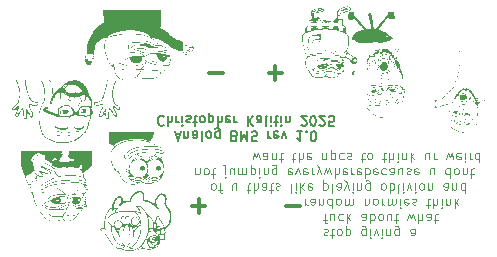
<source format=gbr>
G04 #@! TF.GenerationSoftware,KiCad,Pcbnew,9.0.3*
G04 #@! TF.CreationDate,2025-08-23T22:57:17-07:00*
G04 #@! TF.ProjectId,analog_bms,616e616c-6f67-45f6-926d-732e6b696361,rev?*
G04 #@! TF.SameCoordinates,Original*
G04 #@! TF.FileFunction,Legend,Bot*
G04 #@! TF.FilePolarity,Positive*
%FSLAX46Y46*%
G04 Gerber Fmt 4.6, Leading zero omitted, Abs format (unit mm)*
G04 Created by KiCad (PCBNEW 9.0.3) date 2025-08-23 22:57:17*
%MOMM*%
%LPD*%
G01*
G04 APERTURE LIST*
%ADD10C,0.100000*%
%ADD11C,0.304800*%
%ADD12C,0.152400*%
%ADD13C,0.000000*%
G04 APERTURE END LIST*
D10*
X145593729Y-122580975D02*
X145669920Y-122542879D01*
X145669920Y-122542879D02*
X145822301Y-122542879D01*
X145822301Y-122542879D02*
X145898491Y-122580975D01*
X145898491Y-122580975D02*
X145936587Y-122657165D01*
X145936587Y-122657165D02*
X145936587Y-122695260D01*
X145936587Y-122695260D02*
X145898491Y-122771451D01*
X145898491Y-122771451D02*
X145822301Y-122809546D01*
X145822301Y-122809546D02*
X145708015Y-122809546D01*
X145708015Y-122809546D02*
X145631825Y-122847641D01*
X145631825Y-122847641D02*
X145593729Y-122923832D01*
X145593729Y-122923832D02*
X145593729Y-122961927D01*
X145593729Y-122961927D02*
X145631825Y-123038117D01*
X145631825Y-123038117D02*
X145708015Y-123076213D01*
X145708015Y-123076213D02*
X145822301Y-123076213D01*
X145822301Y-123076213D02*
X145898491Y-123038117D01*
X146165158Y-123076213D02*
X146469920Y-123076213D01*
X146279444Y-123342879D02*
X146279444Y-122657165D01*
X146279444Y-122657165D02*
X146317539Y-122580975D01*
X146317539Y-122580975D02*
X146393729Y-122542879D01*
X146393729Y-122542879D02*
X146469920Y-122542879D01*
X146850872Y-122542879D02*
X146774682Y-122580975D01*
X146774682Y-122580975D02*
X146736587Y-122619070D01*
X146736587Y-122619070D02*
X146698491Y-122695260D01*
X146698491Y-122695260D02*
X146698491Y-122923832D01*
X146698491Y-122923832D02*
X146736587Y-123000022D01*
X146736587Y-123000022D02*
X146774682Y-123038117D01*
X146774682Y-123038117D02*
X146850872Y-123076213D01*
X146850872Y-123076213D02*
X146965158Y-123076213D01*
X146965158Y-123076213D02*
X147041349Y-123038117D01*
X147041349Y-123038117D02*
X147079444Y-123000022D01*
X147079444Y-123000022D02*
X147117539Y-122923832D01*
X147117539Y-122923832D02*
X147117539Y-122695260D01*
X147117539Y-122695260D02*
X147079444Y-122619070D01*
X147079444Y-122619070D02*
X147041349Y-122580975D01*
X147041349Y-122580975D02*
X146965158Y-122542879D01*
X146965158Y-122542879D02*
X146850872Y-122542879D01*
X147460397Y-123076213D02*
X147460397Y-122276213D01*
X147460397Y-123038117D02*
X147536587Y-123076213D01*
X147536587Y-123076213D02*
X147688968Y-123076213D01*
X147688968Y-123076213D02*
X147765159Y-123038117D01*
X147765159Y-123038117D02*
X147803254Y-123000022D01*
X147803254Y-123000022D02*
X147841349Y-122923832D01*
X147841349Y-122923832D02*
X147841349Y-122695260D01*
X147841349Y-122695260D02*
X147803254Y-122619070D01*
X147803254Y-122619070D02*
X147765159Y-122580975D01*
X147765159Y-122580975D02*
X147688968Y-122542879D01*
X147688968Y-122542879D02*
X147536587Y-122542879D01*
X147536587Y-122542879D02*
X147460397Y-122580975D01*
X149136588Y-123076213D02*
X149136588Y-122428594D01*
X149136588Y-122428594D02*
X149098493Y-122352403D01*
X149098493Y-122352403D02*
X149060397Y-122314308D01*
X149060397Y-122314308D02*
X148984207Y-122276213D01*
X148984207Y-122276213D02*
X148869921Y-122276213D01*
X148869921Y-122276213D02*
X148793731Y-122314308D01*
X149136588Y-122580975D02*
X149060397Y-122542879D01*
X149060397Y-122542879D02*
X148908016Y-122542879D01*
X148908016Y-122542879D02*
X148831826Y-122580975D01*
X148831826Y-122580975D02*
X148793731Y-122619070D01*
X148793731Y-122619070D02*
X148755635Y-122695260D01*
X148755635Y-122695260D02*
X148755635Y-122923832D01*
X148755635Y-122923832D02*
X148793731Y-123000022D01*
X148793731Y-123000022D02*
X148831826Y-123038117D01*
X148831826Y-123038117D02*
X148908016Y-123076213D01*
X148908016Y-123076213D02*
X149060397Y-123076213D01*
X149060397Y-123076213D02*
X149136588Y-123038117D01*
X149517541Y-122542879D02*
X149517541Y-123076213D01*
X149517541Y-123342879D02*
X149479445Y-123304784D01*
X149479445Y-123304784D02*
X149517541Y-123266689D01*
X149517541Y-123266689D02*
X149555636Y-123304784D01*
X149555636Y-123304784D02*
X149517541Y-123342879D01*
X149517541Y-123342879D02*
X149517541Y-123266689D01*
X149822302Y-123076213D02*
X150012778Y-122542879D01*
X150012778Y-122542879D02*
X150203255Y-123076213D01*
X150508017Y-122542879D02*
X150508017Y-123076213D01*
X150508017Y-123342879D02*
X150469921Y-123304784D01*
X150469921Y-123304784D02*
X150508017Y-123266689D01*
X150508017Y-123266689D02*
X150546112Y-123304784D01*
X150546112Y-123304784D02*
X150508017Y-123342879D01*
X150508017Y-123342879D02*
X150508017Y-123266689D01*
X150888969Y-123076213D02*
X150888969Y-122542879D01*
X150888969Y-123000022D02*
X150927064Y-123038117D01*
X150927064Y-123038117D02*
X151003254Y-123076213D01*
X151003254Y-123076213D02*
X151117540Y-123076213D01*
X151117540Y-123076213D02*
X151193731Y-123038117D01*
X151193731Y-123038117D02*
X151231826Y-122961927D01*
X151231826Y-122961927D02*
X151231826Y-122542879D01*
X151955636Y-123076213D02*
X151955636Y-122428594D01*
X151955636Y-122428594D02*
X151917541Y-122352403D01*
X151917541Y-122352403D02*
X151879445Y-122314308D01*
X151879445Y-122314308D02*
X151803255Y-122276213D01*
X151803255Y-122276213D02*
X151688969Y-122276213D01*
X151688969Y-122276213D02*
X151612779Y-122314308D01*
X151955636Y-122580975D02*
X151879445Y-122542879D01*
X151879445Y-122542879D02*
X151727064Y-122542879D01*
X151727064Y-122542879D02*
X151650874Y-122580975D01*
X151650874Y-122580975D02*
X151612779Y-122619070D01*
X151612779Y-122619070D02*
X151574683Y-122695260D01*
X151574683Y-122695260D02*
X151574683Y-122923832D01*
X151574683Y-122923832D02*
X151612779Y-123000022D01*
X151612779Y-123000022D02*
X151650874Y-123038117D01*
X151650874Y-123038117D02*
X151727064Y-123076213D01*
X151727064Y-123076213D02*
X151879445Y-123076213D01*
X151879445Y-123076213D02*
X151955636Y-123038117D01*
X153288970Y-122542879D02*
X153288970Y-122961927D01*
X153288970Y-122961927D02*
X153250875Y-123038117D01*
X153250875Y-123038117D02*
X153174684Y-123076213D01*
X153174684Y-123076213D02*
X153022303Y-123076213D01*
X153022303Y-123076213D02*
X152946113Y-123038117D01*
X153288970Y-122580975D02*
X153212779Y-122542879D01*
X153212779Y-122542879D02*
X153022303Y-122542879D01*
X153022303Y-122542879D02*
X152946113Y-122580975D01*
X152946113Y-122580975D02*
X152908017Y-122657165D01*
X152908017Y-122657165D02*
X152908017Y-122733355D01*
X152908017Y-122733355D02*
X152946113Y-122809546D01*
X152946113Y-122809546D02*
X153022303Y-122847641D01*
X153022303Y-122847641D02*
X153212779Y-122847641D01*
X153212779Y-122847641D02*
X153288970Y-122885736D01*
X145555634Y-121788258D02*
X145860396Y-121788258D01*
X145669920Y-121254924D02*
X145669920Y-121940639D01*
X145669920Y-121940639D02*
X145708015Y-122016829D01*
X145708015Y-122016829D02*
X145784205Y-122054924D01*
X145784205Y-122054924D02*
X145860396Y-122054924D01*
X146469920Y-121788258D02*
X146469920Y-121254924D01*
X146127063Y-121788258D02*
X146127063Y-121369210D01*
X146127063Y-121369210D02*
X146165158Y-121293020D01*
X146165158Y-121293020D02*
X146241348Y-121254924D01*
X146241348Y-121254924D02*
X146355634Y-121254924D01*
X146355634Y-121254924D02*
X146431825Y-121293020D01*
X146431825Y-121293020D02*
X146469920Y-121331115D01*
X147193730Y-121293020D02*
X147117539Y-121254924D01*
X147117539Y-121254924D02*
X146965158Y-121254924D01*
X146965158Y-121254924D02*
X146888968Y-121293020D01*
X146888968Y-121293020D02*
X146850873Y-121331115D01*
X146850873Y-121331115D02*
X146812777Y-121407305D01*
X146812777Y-121407305D02*
X146812777Y-121635877D01*
X146812777Y-121635877D02*
X146850873Y-121712067D01*
X146850873Y-121712067D02*
X146888968Y-121750162D01*
X146888968Y-121750162D02*
X146965158Y-121788258D01*
X146965158Y-121788258D02*
X147117539Y-121788258D01*
X147117539Y-121788258D02*
X147193730Y-121750162D01*
X147536587Y-121254924D02*
X147536587Y-122054924D01*
X147612777Y-121559686D02*
X147841349Y-121254924D01*
X147841349Y-121788258D02*
X147536587Y-121483496D01*
X149136587Y-121254924D02*
X149136587Y-121673972D01*
X149136587Y-121673972D02*
X149098492Y-121750162D01*
X149098492Y-121750162D02*
X149022301Y-121788258D01*
X149022301Y-121788258D02*
X148869920Y-121788258D01*
X148869920Y-121788258D02*
X148793730Y-121750162D01*
X149136587Y-121293020D02*
X149060396Y-121254924D01*
X149060396Y-121254924D02*
X148869920Y-121254924D01*
X148869920Y-121254924D02*
X148793730Y-121293020D01*
X148793730Y-121293020D02*
X148755634Y-121369210D01*
X148755634Y-121369210D02*
X148755634Y-121445400D01*
X148755634Y-121445400D02*
X148793730Y-121521591D01*
X148793730Y-121521591D02*
X148869920Y-121559686D01*
X148869920Y-121559686D02*
X149060396Y-121559686D01*
X149060396Y-121559686D02*
X149136587Y-121597781D01*
X149517540Y-121254924D02*
X149517540Y-122054924D01*
X149517540Y-121750162D02*
X149593730Y-121788258D01*
X149593730Y-121788258D02*
X149746111Y-121788258D01*
X149746111Y-121788258D02*
X149822302Y-121750162D01*
X149822302Y-121750162D02*
X149860397Y-121712067D01*
X149860397Y-121712067D02*
X149898492Y-121635877D01*
X149898492Y-121635877D02*
X149898492Y-121407305D01*
X149898492Y-121407305D02*
X149860397Y-121331115D01*
X149860397Y-121331115D02*
X149822302Y-121293020D01*
X149822302Y-121293020D02*
X149746111Y-121254924D01*
X149746111Y-121254924D02*
X149593730Y-121254924D01*
X149593730Y-121254924D02*
X149517540Y-121293020D01*
X150355635Y-121254924D02*
X150279445Y-121293020D01*
X150279445Y-121293020D02*
X150241350Y-121331115D01*
X150241350Y-121331115D02*
X150203254Y-121407305D01*
X150203254Y-121407305D02*
X150203254Y-121635877D01*
X150203254Y-121635877D02*
X150241350Y-121712067D01*
X150241350Y-121712067D02*
X150279445Y-121750162D01*
X150279445Y-121750162D02*
X150355635Y-121788258D01*
X150355635Y-121788258D02*
X150469921Y-121788258D01*
X150469921Y-121788258D02*
X150546112Y-121750162D01*
X150546112Y-121750162D02*
X150584207Y-121712067D01*
X150584207Y-121712067D02*
X150622302Y-121635877D01*
X150622302Y-121635877D02*
X150622302Y-121407305D01*
X150622302Y-121407305D02*
X150584207Y-121331115D01*
X150584207Y-121331115D02*
X150546112Y-121293020D01*
X150546112Y-121293020D02*
X150469921Y-121254924D01*
X150469921Y-121254924D02*
X150355635Y-121254924D01*
X151308017Y-121788258D02*
X151308017Y-121254924D01*
X150965160Y-121788258D02*
X150965160Y-121369210D01*
X150965160Y-121369210D02*
X151003255Y-121293020D01*
X151003255Y-121293020D02*
X151079445Y-121254924D01*
X151079445Y-121254924D02*
X151193731Y-121254924D01*
X151193731Y-121254924D02*
X151269922Y-121293020D01*
X151269922Y-121293020D02*
X151308017Y-121331115D01*
X151574684Y-121788258D02*
X151879446Y-121788258D01*
X151688970Y-122054924D02*
X151688970Y-121369210D01*
X151688970Y-121369210D02*
X151727065Y-121293020D01*
X151727065Y-121293020D02*
X151803255Y-121254924D01*
X151803255Y-121254924D02*
X151879446Y-121254924D01*
X152679446Y-121788258D02*
X152831827Y-121254924D01*
X152831827Y-121254924D02*
X152984208Y-121635877D01*
X152984208Y-121635877D02*
X153136589Y-121254924D01*
X153136589Y-121254924D02*
X153288970Y-121788258D01*
X153593732Y-121254924D02*
X153593732Y-122054924D01*
X153936589Y-121254924D02*
X153936589Y-121673972D01*
X153936589Y-121673972D02*
X153898494Y-121750162D01*
X153898494Y-121750162D02*
X153822303Y-121788258D01*
X153822303Y-121788258D02*
X153708017Y-121788258D01*
X153708017Y-121788258D02*
X153631827Y-121750162D01*
X153631827Y-121750162D02*
X153593732Y-121712067D01*
X154660399Y-121254924D02*
X154660399Y-121673972D01*
X154660399Y-121673972D02*
X154622304Y-121750162D01*
X154622304Y-121750162D02*
X154546113Y-121788258D01*
X154546113Y-121788258D02*
X154393732Y-121788258D01*
X154393732Y-121788258D02*
X154317542Y-121750162D01*
X154660399Y-121293020D02*
X154584208Y-121254924D01*
X154584208Y-121254924D02*
X154393732Y-121254924D01*
X154393732Y-121254924D02*
X154317542Y-121293020D01*
X154317542Y-121293020D02*
X154279446Y-121369210D01*
X154279446Y-121369210D02*
X154279446Y-121445400D01*
X154279446Y-121445400D02*
X154317542Y-121521591D01*
X154317542Y-121521591D02*
X154393732Y-121559686D01*
X154393732Y-121559686D02*
X154584208Y-121559686D01*
X154584208Y-121559686D02*
X154660399Y-121597781D01*
X154927066Y-121788258D02*
X155231828Y-121788258D01*
X155041352Y-122054924D02*
X155041352Y-121369210D01*
X155041352Y-121369210D02*
X155079447Y-121293020D01*
X155079447Y-121293020D02*
X155155637Y-121254924D01*
X155155637Y-121254924D02*
X155231828Y-121254924D01*
X143993730Y-119966969D02*
X143993730Y-120500303D01*
X143993730Y-120347922D02*
X144031825Y-120424112D01*
X144031825Y-120424112D02*
X144069920Y-120462207D01*
X144069920Y-120462207D02*
X144146111Y-120500303D01*
X144146111Y-120500303D02*
X144222301Y-120500303D01*
X144831825Y-119966969D02*
X144831825Y-120386017D01*
X144831825Y-120386017D02*
X144793730Y-120462207D01*
X144793730Y-120462207D02*
X144717539Y-120500303D01*
X144717539Y-120500303D02*
X144565158Y-120500303D01*
X144565158Y-120500303D02*
X144488968Y-120462207D01*
X144831825Y-120005065D02*
X144755634Y-119966969D01*
X144755634Y-119966969D02*
X144565158Y-119966969D01*
X144565158Y-119966969D02*
X144488968Y-120005065D01*
X144488968Y-120005065D02*
X144450872Y-120081255D01*
X144450872Y-120081255D02*
X144450872Y-120157445D01*
X144450872Y-120157445D02*
X144488968Y-120233636D01*
X144488968Y-120233636D02*
X144565158Y-120271731D01*
X144565158Y-120271731D02*
X144755634Y-120271731D01*
X144755634Y-120271731D02*
X144831825Y-120309826D01*
X145212778Y-120500303D02*
X145212778Y-119966969D01*
X145212778Y-120424112D02*
X145250873Y-120462207D01*
X145250873Y-120462207D02*
X145327063Y-120500303D01*
X145327063Y-120500303D02*
X145441349Y-120500303D01*
X145441349Y-120500303D02*
X145517540Y-120462207D01*
X145517540Y-120462207D02*
X145555635Y-120386017D01*
X145555635Y-120386017D02*
X145555635Y-119966969D01*
X146279445Y-119966969D02*
X146279445Y-120766969D01*
X146279445Y-120005065D02*
X146203254Y-119966969D01*
X146203254Y-119966969D02*
X146050873Y-119966969D01*
X146050873Y-119966969D02*
X145974683Y-120005065D01*
X145974683Y-120005065D02*
X145936588Y-120043160D01*
X145936588Y-120043160D02*
X145898492Y-120119350D01*
X145898492Y-120119350D02*
X145898492Y-120347922D01*
X145898492Y-120347922D02*
X145936588Y-120424112D01*
X145936588Y-120424112D02*
X145974683Y-120462207D01*
X145974683Y-120462207D02*
X146050873Y-120500303D01*
X146050873Y-120500303D02*
X146203254Y-120500303D01*
X146203254Y-120500303D02*
X146279445Y-120462207D01*
X146774683Y-119966969D02*
X146698493Y-120005065D01*
X146698493Y-120005065D02*
X146660398Y-120043160D01*
X146660398Y-120043160D02*
X146622302Y-120119350D01*
X146622302Y-120119350D02*
X146622302Y-120347922D01*
X146622302Y-120347922D02*
X146660398Y-120424112D01*
X146660398Y-120424112D02*
X146698493Y-120462207D01*
X146698493Y-120462207D02*
X146774683Y-120500303D01*
X146774683Y-120500303D02*
X146888969Y-120500303D01*
X146888969Y-120500303D02*
X146965160Y-120462207D01*
X146965160Y-120462207D02*
X147003255Y-120424112D01*
X147003255Y-120424112D02*
X147041350Y-120347922D01*
X147041350Y-120347922D02*
X147041350Y-120119350D01*
X147041350Y-120119350D02*
X147003255Y-120043160D01*
X147003255Y-120043160D02*
X146965160Y-120005065D01*
X146965160Y-120005065D02*
X146888969Y-119966969D01*
X146888969Y-119966969D02*
X146774683Y-119966969D01*
X147384208Y-119966969D02*
X147384208Y-120500303D01*
X147384208Y-120424112D02*
X147422303Y-120462207D01*
X147422303Y-120462207D02*
X147498493Y-120500303D01*
X147498493Y-120500303D02*
X147612779Y-120500303D01*
X147612779Y-120500303D02*
X147688970Y-120462207D01*
X147688970Y-120462207D02*
X147727065Y-120386017D01*
X147727065Y-120386017D02*
X147727065Y-119966969D01*
X147727065Y-120386017D02*
X147765160Y-120462207D01*
X147765160Y-120462207D02*
X147841351Y-120500303D01*
X147841351Y-120500303D02*
X147955636Y-120500303D01*
X147955636Y-120500303D02*
X148031827Y-120462207D01*
X148031827Y-120462207D02*
X148069922Y-120386017D01*
X148069922Y-120386017D02*
X148069922Y-119966969D01*
X149060399Y-120500303D02*
X149060399Y-119966969D01*
X149060399Y-120424112D02*
X149098494Y-120462207D01*
X149098494Y-120462207D02*
X149174684Y-120500303D01*
X149174684Y-120500303D02*
X149288970Y-120500303D01*
X149288970Y-120500303D02*
X149365161Y-120462207D01*
X149365161Y-120462207D02*
X149403256Y-120386017D01*
X149403256Y-120386017D02*
X149403256Y-119966969D01*
X149898494Y-119966969D02*
X149822304Y-120005065D01*
X149822304Y-120005065D02*
X149784209Y-120043160D01*
X149784209Y-120043160D02*
X149746113Y-120119350D01*
X149746113Y-120119350D02*
X149746113Y-120347922D01*
X149746113Y-120347922D02*
X149784209Y-120424112D01*
X149784209Y-120424112D02*
X149822304Y-120462207D01*
X149822304Y-120462207D02*
X149898494Y-120500303D01*
X149898494Y-120500303D02*
X150012780Y-120500303D01*
X150012780Y-120500303D02*
X150088971Y-120462207D01*
X150088971Y-120462207D02*
X150127066Y-120424112D01*
X150127066Y-120424112D02*
X150165161Y-120347922D01*
X150165161Y-120347922D02*
X150165161Y-120119350D01*
X150165161Y-120119350D02*
X150127066Y-120043160D01*
X150127066Y-120043160D02*
X150088971Y-120005065D01*
X150088971Y-120005065D02*
X150012780Y-119966969D01*
X150012780Y-119966969D02*
X149898494Y-119966969D01*
X150508019Y-119966969D02*
X150508019Y-120500303D01*
X150508019Y-120347922D02*
X150546114Y-120424112D01*
X150546114Y-120424112D02*
X150584209Y-120462207D01*
X150584209Y-120462207D02*
X150660400Y-120500303D01*
X150660400Y-120500303D02*
X150736590Y-120500303D01*
X151003257Y-119966969D02*
X151003257Y-120500303D01*
X151003257Y-120424112D02*
X151041352Y-120462207D01*
X151041352Y-120462207D02*
X151117542Y-120500303D01*
X151117542Y-120500303D02*
X151231828Y-120500303D01*
X151231828Y-120500303D02*
X151308019Y-120462207D01*
X151308019Y-120462207D02*
X151346114Y-120386017D01*
X151346114Y-120386017D02*
X151346114Y-119966969D01*
X151346114Y-120386017D02*
X151384209Y-120462207D01*
X151384209Y-120462207D02*
X151460400Y-120500303D01*
X151460400Y-120500303D02*
X151574685Y-120500303D01*
X151574685Y-120500303D02*
X151650876Y-120462207D01*
X151650876Y-120462207D02*
X151688971Y-120386017D01*
X151688971Y-120386017D02*
X151688971Y-119966969D01*
X152069924Y-119966969D02*
X152069924Y-120500303D01*
X152069924Y-120766969D02*
X152031828Y-120728874D01*
X152031828Y-120728874D02*
X152069924Y-120690779D01*
X152069924Y-120690779D02*
X152108019Y-120728874D01*
X152108019Y-120728874D02*
X152069924Y-120766969D01*
X152069924Y-120766969D02*
X152069924Y-120690779D01*
X152755638Y-120005065D02*
X152679447Y-119966969D01*
X152679447Y-119966969D02*
X152527066Y-119966969D01*
X152527066Y-119966969D02*
X152450876Y-120005065D01*
X152450876Y-120005065D02*
X152412780Y-120081255D01*
X152412780Y-120081255D02*
X152412780Y-120386017D01*
X152412780Y-120386017D02*
X152450876Y-120462207D01*
X152450876Y-120462207D02*
X152527066Y-120500303D01*
X152527066Y-120500303D02*
X152679447Y-120500303D01*
X152679447Y-120500303D02*
X152755638Y-120462207D01*
X152755638Y-120462207D02*
X152793733Y-120386017D01*
X152793733Y-120386017D02*
X152793733Y-120309826D01*
X152793733Y-120309826D02*
X152412780Y-120233636D01*
X153098494Y-120005065D02*
X153174685Y-119966969D01*
X153174685Y-119966969D02*
X153327066Y-119966969D01*
X153327066Y-119966969D02*
X153403256Y-120005065D01*
X153403256Y-120005065D02*
X153441352Y-120081255D01*
X153441352Y-120081255D02*
X153441352Y-120119350D01*
X153441352Y-120119350D02*
X153403256Y-120195541D01*
X153403256Y-120195541D02*
X153327066Y-120233636D01*
X153327066Y-120233636D02*
X153212780Y-120233636D01*
X153212780Y-120233636D02*
X153136590Y-120271731D01*
X153136590Y-120271731D02*
X153098494Y-120347922D01*
X153098494Y-120347922D02*
X153098494Y-120386017D01*
X153098494Y-120386017D02*
X153136590Y-120462207D01*
X153136590Y-120462207D02*
X153212780Y-120500303D01*
X153212780Y-120500303D02*
X153327066Y-120500303D01*
X153327066Y-120500303D02*
X153403256Y-120462207D01*
X154279447Y-120500303D02*
X154584209Y-120500303D01*
X154393733Y-120766969D02*
X154393733Y-120081255D01*
X154393733Y-120081255D02*
X154431828Y-120005065D01*
X154431828Y-120005065D02*
X154508018Y-119966969D01*
X154508018Y-119966969D02*
X154584209Y-119966969D01*
X154850876Y-119966969D02*
X154850876Y-120766969D01*
X155193733Y-119966969D02*
X155193733Y-120386017D01*
X155193733Y-120386017D02*
X155155638Y-120462207D01*
X155155638Y-120462207D02*
X155079447Y-120500303D01*
X155079447Y-120500303D02*
X154965161Y-120500303D01*
X154965161Y-120500303D02*
X154888971Y-120462207D01*
X154888971Y-120462207D02*
X154850876Y-120424112D01*
X155574686Y-119966969D02*
X155574686Y-120500303D01*
X155574686Y-120766969D02*
X155536590Y-120728874D01*
X155536590Y-120728874D02*
X155574686Y-120690779D01*
X155574686Y-120690779D02*
X155612781Y-120728874D01*
X155612781Y-120728874D02*
X155574686Y-120766969D01*
X155574686Y-120766969D02*
X155574686Y-120690779D01*
X155955638Y-120500303D02*
X155955638Y-119966969D01*
X155955638Y-120424112D02*
X155993733Y-120462207D01*
X155993733Y-120462207D02*
X156069923Y-120500303D01*
X156069923Y-120500303D02*
X156184209Y-120500303D01*
X156184209Y-120500303D02*
X156260400Y-120462207D01*
X156260400Y-120462207D02*
X156298495Y-120386017D01*
X156298495Y-120386017D02*
X156298495Y-119966969D01*
X156679448Y-119966969D02*
X156679448Y-120766969D01*
X156755638Y-120271731D02*
X156984210Y-119966969D01*
X156984210Y-120500303D02*
X156679448Y-120195541D01*
X136184201Y-118679014D02*
X136108011Y-118717110D01*
X136108011Y-118717110D02*
X136069916Y-118755205D01*
X136069916Y-118755205D02*
X136031820Y-118831395D01*
X136031820Y-118831395D02*
X136031820Y-119059967D01*
X136031820Y-119059967D02*
X136069916Y-119136157D01*
X136069916Y-119136157D02*
X136108011Y-119174252D01*
X136108011Y-119174252D02*
X136184201Y-119212348D01*
X136184201Y-119212348D02*
X136298487Y-119212348D01*
X136298487Y-119212348D02*
X136374678Y-119174252D01*
X136374678Y-119174252D02*
X136412773Y-119136157D01*
X136412773Y-119136157D02*
X136450868Y-119059967D01*
X136450868Y-119059967D02*
X136450868Y-118831395D01*
X136450868Y-118831395D02*
X136412773Y-118755205D01*
X136412773Y-118755205D02*
X136374678Y-118717110D01*
X136374678Y-118717110D02*
X136298487Y-118679014D01*
X136298487Y-118679014D02*
X136184201Y-118679014D01*
X136679440Y-119212348D02*
X136984202Y-119212348D01*
X136793726Y-118679014D02*
X136793726Y-119364729D01*
X136793726Y-119364729D02*
X136831821Y-119440919D01*
X136831821Y-119440919D02*
X136908011Y-119479014D01*
X136908011Y-119479014D02*
X136984202Y-119479014D01*
X138203250Y-119212348D02*
X138203250Y-118679014D01*
X137860393Y-119212348D02*
X137860393Y-118793300D01*
X137860393Y-118793300D02*
X137898488Y-118717110D01*
X137898488Y-118717110D02*
X137974678Y-118679014D01*
X137974678Y-118679014D02*
X138088964Y-118679014D01*
X138088964Y-118679014D02*
X138165155Y-118717110D01*
X138165155Y-118717110D02*
X138203250Y-118755205D01*
X139079441Y-119212348D02*
X139384203Y-119212348D01*
X139193727Y-119479014D02*
X139193727Y-118793300D01*
X139193727Y-118793300D02*
X139231822Y-118717110D01*
X139231822Y-118717110D02*
X139308012Y-118679014D01*
X139308012Y-118679014D02*
X139384203Y-118679014D01*
X139650870Y-118679014D02*
X139650870Y-119479014D01*
X139993727Y-118679014D02*
X139993727Y-119098062D01*
X139993727Y-119098062D02*
X139955632Y-119174252D01*
X139955632Y-119174252D02*
X139879441Y-119212348D01*
X139879441Y-119212348D02*
X139765155Y-119212348D01*
X139765155Y-119212348D02*
X139688965Y-119174252D01*
X139688965Y-119174252D02*
X139650870Y-119136157D01*
X140717537Y-118679014D02*
X140717537Y-119098062D01*
X140717537Y-119098062D02*
X140679442Y-119174252D01*
X140679442Y-119174252D02*
X140603251Y-119212348D01*
X140603251Y-119212348D02*
X140450870Y-119212348D01*
X140450870Y-119212348D02*
X140374680Y-119174252D01*
X140717537Y-118717110D02*
X140641346Y-118679014D01*
X140641346Y-118679014D02*
X140450870Y-118679014D01*
X140450870Y-118679014D02*
X140374680Y-118717110D01*
X140374680Y-118717110D02*
X140336584Y-118793300D01*
X140336584Y-118793300D02*
X140336584Y-118869490D01*
X140336584Y-118869490D02*
X140374680Y-118945681D01*
X140374680Y-118945681D02*
X140450870Y-118983776D01*
X140450870Y-118983776D02*
X140641346Y-118983776D01*
X140641346Y-118983776D02*
X140717537Y-119021871D01*
X140984204Y-119212348D02*
X141288966Y-119212348D01*
X141098490Y-119479014D02*
X141098490Y-118793300D01*
X141098490Y-118793300D02*
X141136585Y-118717110D01*
X141136585Y-118717110D02*
X141212775Y-118679014D01*
X141212775Y-118679014D02*
X141288966Y-118679014D01*
X141517537Y-118717110D02*
X141593728Y-118679014D01*
X141593728Y-118679014D02*
X141746109Y-118679014D01*
X141746109Y-118679014D02*
X141822299Y-118717110D01*
X141822299Y-118717110D02*
X141860395Y-118793300D01*
X141860395Y-118793300D02*
X141860395Y-118831395D01*
X141860395Y-118831395D02*
X141822299Y-118907586D01*
X141822299Y-118907586D02*
X141746109Y-118945681D01*
X141746109Y-118945681D02*
X141631823Y-118945681D01*
X141631823Y-118945681D02*
X141555633Y-118983776D01*
X141555633Y-118983776D02*
X141517537Y-119059967D01*
X141517537Y-119059967D02*
X141517537Y-119098062D01*
X141517537Y-119098062D02*
X141555633Y-119174252D01*
X141555633Y-119174252D02*
X141631823Y-119212348D01*
X141631823Y-119212348D02*
X141746109Y-119212348D01*
X141746109Y-119212348D02*
X141822299Y-119174252D01*
X142927061Y-118679014D02*
X142850871Y-118717110D01*
X142850871Y-118717110D02*
X142812776Y-118793300D01*
X142812776Y-118793300D02*
X142812776Y-119479014D01*
X143231824Y-118679014D02*
X143231824Y-119212348D01*
X143231824Y-119479014D02*
X143193728Y-119440919D01*
X143193728Y-119440919D02*
X143231824Y-119402824D01*
X143231824Y-119402824D02*
X143269919Y-119440919D01*
X143269919Y-119440919D02*
X143231824Y-119479014D01*
X143231824Y-119479014D02*
X143231824Y-119402824D01*
X143612776Y-118679014D02*
X143612776Y-119479014D01*
X143688966Y-118983776D02*
X143917538Y-118679014D01*
X143917538Y-119212348D02*
X143612776Y-118907586D01*
X144565157Y-118717110D02*
X144488966Y-118679014D01*
X144488966Y-118679014D02*
X144336585Y-118679014D01*
X144336585Y-118679014D02*
X144260395Y-118717110D01*
X144260395Y-118717110D02*
X144222299Y-118793300D01*
X144222299Y-118793300D02*
X144222299Y-119098062D01*
X144222299Y-119098062D02*
X144260395Y-119174252D01*
X144260395Y-119174252D02*
X144336585Y-119212348D01*
X144336585Y-119212348D02*
X144488966Y-119212348D01*
X144488966Y-119212348D02*
X144565157Y-119174252D01*
X144565157Y-119174252D02*
X144603252Y-119098062D01*
X144603252Y-119098062D02*
X144603252Y-119021871D01*
X144603252Y-119021871D02*
X144222299Y-118945681D01*
X145555633Y-119212348D02*
X145555633Y-118412348D01*
X145555633Y-119174252D02*
X145631823Y-119212348D01*
X145631823Y-119212348D02*
X145784204Y-119212348D01*
X145784204Y-119212348D02*
X145860395Y-119174252D01*
X145860395Y-119174252D02*
X145898490Y-119136157D01*
X145898490Y-119136157D02*
X145936585Y-119059967D01*
X145936585Y-119059967D02*
X145936585Y-118831395D01*
X145936585Y-118831395D02*
X145898490Y-118755205D01*
X145898490Y-118755205D02*
X145860395Y-118717110D01*
X145860395Y-118717110D02*
X145784204Y-118679014D01*
X145784204Y-118679014D02*
X145631823Y-118679014D01*
X145631823Y-118679014D02*
X145555633Y-118717110D01*
X146393728Y-118679014D02*
X146317538Y-118717110D01*
X146317538Y-118717110D02*
X146279443Y-118793300D01*
X146279443Y-118793300D02*
X146279443Y-119479014D01*
X147041348Y-118679014D02*
X147041348Y-119098062D01*
X147041348Y-119098062D02*
X147003253Y-119174252D01*
X147003253Y-119174252D02*
X146927062Y-119212348D01*
X146927062Y-119212348D02*
X146774681Y-119212348D01*
X146774681Y-119212348D02*
X146698491Y-119174252D01*
X147041348Y-118717110D02*
X146965157Y-118679014D01*
X146965157Y-118679014D02*
X146774681Y-118679014D01*
X146774681Y-118679014D02*
X146698491Y-118717110D01*
X146698491Y-118717110D02*
X146660395Y-118793300D01*
X146660395Y-118793300D02*
X146660395Y-118869490D01*
X146660395Y-118869490D02*
X146698491Y-118945681D01*
X146698491Y-118945681D02*
X146774681Y-118983776D01*
X146774681Y-118983776D02*
X146965157Y-118983776D01*
X146965157Y-118983776D02*
X147041348Y-119021871D01*
X147346110Y-119212348D02*
X147536586Y-118679014D01*
X147727063Y-119212348D02*
X147536586Y-118679014D01*
X147536586Y-118679014D02*
X147460396Y-118488538D01*
X147460396Y-118488538D02*
X147422301Y-118450443D01*
X147422301Y-118450443D02*
X147346110Y-118412348D01*
X148031825Y-118679014D02*
X148031825Y-119212348D01*
X148031825Y-119479014D02*
X147993729Y-119440919D01*
X147993729Y-119440919D02*
X148031825Y-119402824D01*
X148031825Y-119402824D02*
X148069920Y-119440919D01*
X148069920Y-119440919D02*
X148031825Y-119479014D01*
X148031825Y-119479014D02*
X148031825Y-119402824D01*
X148412777Y-119212348D02*
X148412777Y-118679014D01*
X148412777Y-119136157D02*
X148450872Y-119174252D01*
X148450872Y-119174252D02*
X148527062Y-119212348D01*
X148527062Y-119212348D02*
X148641348Y-119212348D01*
X148641348Y-119212348D02*
X148717539Y-119174252D01*
X148717539Y-119174252D02*
X148755634Y-119098062D01*
X148755634Y-119098062D02*
X148755634Y-118679014D01*
X149479444Y-119212348D02*
X149479444Y-118564729D01*
X149479444Y-118564729D02*
X149441349Y-118488538D01*
X149441349Y-118488538D02*
X149403253Y-118450443D01*
X149403253Y-118450443D02*
X149327063Y-118412348D01*
X149327063Y-118412348D02*
X149212777Y-118412348D01*
X149212777Y-118412348D02*
X149136587Y-118450443D01*
X149479444Y-118717110D02*
X149403253Y-118679014D01*
X149403253Y-118679014D02*
X149250872Y-118679014D01*
X149250872Y-118679014D02*
X149174682Y-118717110D01*
X149174682Y-118717110D02*
X149136587Y-118755205D01*
X149136587Y-118755205D02*
X149098491Y-118831395D01*
X149098491Y-118831395D02*
X149098491Y-119059967D01*
X149098491Y-119059967D02*
X149136587Y-119136157D01*
X149136587Y-119136157D02*
X149174682Y-119174252D01*
X149174682Y-119174252D02*
X149250872Y-119212348D01*
X149250872Y-119212348D02*
X149403253Y-119212348D01*
X149403253Y-119212348D02*
X149479444Y-119174252D01*
X150584206Y-118679014D02*
X150508016Y-118717110D01*
X150508016Y-118717110D02*
X150469921Y-118755205D01*
X150469921Y-118755205D02*
X150431825Y-118831395D01*
X150431825Y-118831395D02*
X150431825Y-119059967D01*
X150431825Y-119059967D02*
X150469921Y-119136157D01*
X150469921Y-119136157D02*
X150508016Y-119174252D01*
X150508016Y-119174252D02*
X150584206Y-119212348D01*
X150584206Y-119212348D02*
X150698492Y-119212348D01*
X150698492Y-119212348D02*
X150774683Y-119174252D01*
X150774683Y-119174252D02*
X150812778Y-119136157D01*
X150812778Y-119136157D02*
X150850873Y-119059967D01*
X150850873Y-119059967D02*
X150850873Y-118831395D01*
X150850873Y-118831395D02*
X150812778Y-118755205D01*
X150812778Y-118755205D02*
X150774683Y-118717110D01*
X150774683Y-118717110D02*
X150698492Y-118679014D01*
X150698492Y-118679014D02*
X150584206Y-118679014D01*
X151193731Y-118679014D02*
X151193731Y-119479014D01*
X151193731Y-119174252D02*
X151269921Y-119212348D01*
X151269921Y-119212348D02*
X151422302Y-119212348D01*
X151422302Y-119212348D02*
X151498493Y-119174252D01*
X151498493Y-119174252D02*
X151536588Y-119136157D01*
X151536588Y-119136157D02*
X151574683Y-119059967D01*
X151574683Y-119059967D02*
X151574683Y-118831395D01*
X151574683Y-118831395D02*
X151536588Y-118755205D01*
X151536588Y-118755205D02*
X151498493Y-118717110D01*
X151498493Y-118717110D02*
X151422302Y-118679014D01*
X151422302Y-118679014D02*
X151269921Y-118679014D01*
X151269921Y-118679014D02*
X151193731Y-118717110D01*
X152031826Y-118679014D02*
X151955636Y-118717110D01*
X151955636Y-118717110D02*
X151917541Y-118793300D01*
X151917541Y-118793300D02*
X151917541Y-119479014D01*
X152336589Y-118679014D02*
X152336589Y-119212348D01*
X152336589Y-119479014D02*
X152298493Y-119440919D01*
X152298493Y-119440919D02*
X152336589Y-119402824D01*
X152336589Y-119402824D02*
X152374684Y-119440919D01*
X152374684Y-119440919D02*
X152336589Y-119479014D01*
X152336589Y-119479014D02*
X152336589Y-119402824D01*
X152641350Y-119212348D02*
X152831826Y-118679014D01*
X152831826Y-118679014D02*
X153022303Y-119212348D01*
X153327065Y-118679014D02*
X153327065Y-119212348D01*
X153327065Y-119479014D02*
X153288969Y-119440919D01*
X153288969Y-119440919D02*
X153327065Y-119402824D01*
X153327065Y-119402824D02*
X153365160Y-119440919D01*
X153365160Y-119440919D02*
X153327065Y-119479014D01*
X153327065Y-119479014D02*
X153327065Y-119402824D01*
X153822302Y-118679014D02*
X153746112Y-118717110D01*
X153746112Y-118717110D02*
X153708017Y-118755205D01*
X153708017Y-118755205D02*
X153669921Y-118831395D01*
X153669921Y-118831395D02*
X153669921Y-119059967D01*
X153669921Y-119059967D02*
X153708017Y-119136157D01*
X153708017Y-119136157D02*
X153746112Y-119174252D01*
X153746112Y-119174252D02*
X153822302Y-119212348D01*
X153822302Y-119212348D02*
X153936588Y-119212348D01*
X153936588Y-119212348D02*
X154012779Y-119174252D01*
X154012779Y-119174252D02*
X154050874Y-119136157D01*
X154050874Y-119136157D02*
X154088969Y-119059967D01*
X154088969Y-119059967D02*
X154088969Y-118831395D01*
X154088969Y-118831395D02*
X154050874Y-118755205D01*
X154050874Y-118755205D02*
X154012779Y-118717110D01*
X154012779Y-118717110D02*
X153936588Y-118679014D01*
X153936588Y-118679014D02*
X153822302Y-118679014D01*
X154431827Y-119212348D02*
X154431827Y-118679014D01*
X154431827Y-119136157D02*
X154469922Y-119174252D01*
X154469922Y-119174252D02*
X154546112Y-119212348D01*
X154546112Y-119212348D02*
X154660398Y-119212348D01*
X154660398Y-119212348D02*
X154736589Y-119174252D01*
X154736589Y-119174252D02*
X154774684Y-119098062D01*
X154774684Y-119098062D02*
X154774684Y-118679014D01*
X156108018Y-118679014D02*
X156108018Y-119098062D01*
X156108018Y-119098062D02*
X156069923Y-119174252D01*
X156069923Y-119174252D02*
X155993732Y-119212348D01*
X155993732Y-119212348D02*
X155841351Y-119212348D01*
X155841351Y-119212348D02*
X155765161Y-119174252D01*
X156108018Y-118717110D02*
X156031827Y-118679014D01*
X156031827Y-118679014D02*
X155841351Y-118679014D01*
X155841351Y-118679014D02*
X155765161Y-118717110D01*
X155765161Y-118717110D02*
X155727065Y-118793300D01*
X155727065Y-118793300D02*
X155727065Y-118869490D01*
X155727065Y-118869490D02*
X155765161Y-118945681D01*
X155765161Y-118945681D02*
X155841351Y-118983776D01*
X155841351Y-118983776D02*
X156031827Y-118983776D01*
X156031827Y-118983776D02*
X156108018Y-119021871D01*
X156488971Y-119212348D02*
X156488971Y-118679014D01*
X156488971Y-119136157D02*
X156527066Y-119174252D01*
X156527066Y-119174252D02*
X156603256Y-119212348D01*
X156603256Y-119212348D02*
X156717542Y-119212348D01*
X156717542Y-119212348D02*
X156793733Y-119174252D01*
X156793733Y-119174252D02*
X156831828Y-119098062D01*
X156831828Y-119098062D02*
X156831828Y-118679014D01*
X157555638Y-118679014D02*
X157555638Y-119479014D01*
X157555638Y-118717110D02*
X157479447Y-118679014D01*
X157479447Y-118679014D02*
X157327066Y-118679014D01*
X157327066Y-118679014D02*
X157250876Y-118717110D01*
X157250876Y-118717110D02*
X157212781Y-118755205D01*
X157212781Y-118755205D02*
X157174685Y-118831395D01*
X157174685Y-118831395D02*
X157174685Y-119059967D01*
X157174685Y-119059967D02*
X157212781Y-119136157D01*
X157212781Y-119136157D02*
X157250876Y-119174252D01*
X157250876Y-119174252D02*
X157327066Y-119212348D01*
X157327066Y-119212348D02*
X157479447Y-119212348D01*
X157479447Y-119212348D02*
X157555638Y-119174252D01*
X134736586Y-117924393D02*
X134736586Y-117391059D01*
X134736586Y-117848202D02*
X134774681Y-117886297D01*
X134774681Y-117886297D02*
X134850871Y-117924393D01*
X134850871Y-117924393D02*
X134965157Y-117924393D01*
X134965157Y-117924393D02*
X135041348Y-117886297D01*
X135041348Y-117886297D02*
X135079443Y-117810107D01*
X135079443Y-117810107D02*
X135079443Y-117391059D01*
X135574681Y-117391059D02*
X135498491Y-117429155D01*
X135498491Y-117429155D02*
X135460396Y-117467250D01*
X135460396Y-117467250D02*
X135422300Y-117543440D01*
X135422300Y-117543440D02*
X135422300Y-117772012D01*
X135422300Y-117772012D02*
X135460396Y-117848202D01*
X135460396Y-117848202D02*
X135498491Y-117886297D01*
X135498491Y-117886297D02*
X135574681Y-117924393D01*
X135574681Y-117924393D02*
X135688967Y-117924393D01*
X135688967Y-117924393D02*
X135765158Y-117886297D01*
X135765158Y-117886297D02*
X135803253Y-117848202D01*
X135803253Y-117848202D02*
X135841348Y-117772012D01*
X135841348Y-117772012D02*
X135841348Y-117543440D01*
X135841348Y-117543440D02*
X135803253Y-117467250D01*
X135803253Y-117467250D02*
X135765158Y-117429155D01*
X135765158Y-117429155D02*
X135688967Y-117391059D01*
X135688967Y-117391059D02*
X135574681Y-117391059D01*
X136069920Y-117924393D02*
X136374682Y-117924393D01*
X136184206Y-118191059D02*
X136184206Y-117505345D01*
X136184206Y-117505345D02*
X136222301Y-117429155D01*
X136222301Y-117429155D02*
X136298491Y-117391059D01*
X136298491Y-117391059D02*
X136374682Y-117391059D01*
X137250873Y-117924393D02*
X137250873Y-117238678D01*
X137250873Y-117238678D02*
X137212777Y-117162488D01*
X137212777Y-117162488D02*
X137136587Y-117124393D01*
X137136587Y-117124393D02*
X137098492Y-117124393D01*
X137250873Y-118191059D02*
X137212777Y-118152964D01*
X137212777Y-118152964D02*
X137250873Y-118114869D01*
X137250873Y-118114869D02*
X137288968Y-118152964D01*
X137288968Y-118152964D02*
X137250873Y-118191059D01*
X137250873Y-118191059D02*
X137250873Y-118114869D01*
X137974682Y-117924393D02*
X137974682Y-117391059D01*
X137631825Y-117924393D02*
X137631825Y-117505345D01*
X137631825Y-117505345D02*
X137669920Y-117429155D01*
X137669920Y-117429155D02*
X137746110Y-117391059D01*
X137746110Y-117391059D02*
X137860396Y-117391059D01*
X137860396Y-117391059D02*
X137936587Y-117429155D01*
X137936587Y-117429155D02*
X137974682Y-117467250D01*
X138355635Y-117391059D02*
X138355635Y-117924393D01*
X138355635Y-117848202D02*
X138393730Y-117886297D01*
X138393730Y-117886297D02*
X138469920Y-117924393D01*
X138469920Y-117924393D02*
X138584206Y-117924393D01*
X138584206Y-117924393D02*
X138660397Y-117886297D01*
X138660397Y-117886297D02*
X138698492Y-117810107D01*
X138698492Y-117810107D02*
X138698492Y-117391059D01*
X138698492Y-117810107D02*
X138736587Y-117886297D01*
X138736587Y-117886297D02*
X138812778Y-117924393D01*
X138812778Y-117924393D02*
X138927063Y-117924393D01*
X138927063Y-117924393D02*
X139003254Y-117886297D01*
X139003254Y-117886297D02*
X139041349Y-117810107D01*
X139041349Y-117810107D02*
X139041349Y-117391059D01*
X139422302Y-117924393D02*
X139422302Y-117124393D01*
X139422302Y-117886297D02*
X139498492Y-117924393D01*
X139498492Y-117924393D02*
X139650873Y-117924393D01*
X139650873Y-117924393D02*
X139727064Y-117886297D01*
X139727064Y-117886297D02*
X139765159Y-117848202D01*
X139765159Y-117848202D02*
X139803254Y-117772012D01*
X139803254Y-117772012D02*
X139803254Y-117543440D01*
X139803254Y-117543440D02*
X139765159Y-117467250D01*
X139765159Y-117467250D02*
X139727064Y-117429155D01*
X139727064Y-117429155D02*
X139650873Y-117391059D01*
X139650873Y-117391059D02*
X139498492Y-117391059D01*
X139498492Y-117391059D02*
X139422302Y-117429155D01*
X140146112Y-117391059D02*
X140146112Y-117924393D01*
X140146112Y-118191059D02*
X140108016Y-118152964D01*
X140108016Y-118152964D02*
X140146112Y-118114869D01*
X140146112Y-118114869D02*
X140184207Y-118152964D01*
X140184207Y-118152964D02*
X140146112Y-118191059D01*
X140146112Y-118191059D02*
X140146112Y-118114869D01*
X140527064Y-117924393D02*
X140527064Y-117391059D01*
X140527064Y-117848202D02*
X140565159Y-117886297D01*
X140565159Y-117886297D02*
X140641349Y-117924393D01*
X140641349Y-117924393D02*
X140755635Y-117924393D01*
X140755635Y-117924393D02*
X140831826Y-117886297D01*
X140831826Y-117886297D02*
X140869921Y-117810107D01*
X140869921Y-117810107D02*
X140869921Y-117391059D01*
X141593731Y-117924393D02*
X141593731Y-117276774D01*
X141593731Y-117276774D02*
X141555636Y-117200583D01*
X141555636Y-117200583D02*
X141517540Y-117162488D01*
X141517540Y-117162488D02*
X141441350Y-117124393D01*
X141441350Y-117124393D02*
X141327064Y-117124393D01*
X141327064Y-117124393D02*
X141250874Y-117162488D01*
X141593731Y-117429155D02*
X141517540Y-117391059D01*
X141517540Y-117391059D02*
X141365159Y-117391059D01*
X141365159Y-117391059D02*
X141288969Y-117429155D01*
X141288969Y-117429155D02*
X141250874Y-117467250D01*
X141250874Y-117467250D02*
X141212778Y-117543440D01*
X141212778Y-117543440D02*
X141212778Y-117772012D01*
X141212778Y-117772012D02*
X141250874Y-117848202D01*
X141250874Y-117848202D02*
X141288969Y-117886297D01*
X141288969Y-117886297D02*
X141365159Y-117924393D01*
X141365159Y-117924393D02*
X141517540Y-117924393D01*
X141517540Y-117924393D02*
X141593731Y-117886297D01*
X142888970Y-117429155D02*
X142812779Y-117391059D01*
X142812779Y-117391059D02*
X142660398Y-117391059D01*
X142660398Y-117391059D02*
X142584208Y-117429155D01*
X142584208Y-117429155D02*
X142546112Y-117505345D01*
X142546112Y-117505345D02*
X142546112Y-117810107D01*
X142546112Y-117810107D02*
X142584208Y-117886297D01*
X142584208Y-117886297D02*
X142660398Y-117924393D01*
X142660398Y-117924393D02*
X142812779Y-117924393D01*
X142812779Y-117924393D02*
X142888970Y-117886297D01*
X142888970Y-117886297D02*
X142927065Y-117810107D01*
X142927065Y-117810107D02*
X142927065Y-117733916D01*
X142927065Y-117733916D02*
X142546112Y-117657726D01*
X143193731Y-117924393D02*
X143384207Y-117391059D01*
X143384207Y-117391059D02*
X143574684Y-117924393D01*
X144184208Y-117429155D02*
X144108017Y-117391059D01*
X144108017Y-117391059D02*
X143955636Y-117391059D01*
X143955636Y-117391059D02*
X143879446Y-117429155D01*
X143879446Y-117429155D02*
X143841350Y-117505345D01*
X143841350Y-117505345D02*
X143841350Y-117810107D01*
X143841350Y-117810107D02*
X143879446Y-117886297D01*
X143879446Y-117886297D02*
X143955636Y-117924393D01*
X143955636Y-117924393D02*
X144108017Y-117924393D01*
X144108017Y-117924393D02*
X144184208Y-117886297D01*
X144184208Y-117886297D02*
X144222303Y-117810107D01*
X144222303Y-117810107D02*
X144222303Y-117733916D01*
X144222303Y-117733916D02*
X143841350Y-117657726D01*
X144565160Y-117391059D02*
X144565160Y-117924393D01*
X144565160Y-117772012D02*
X144603255Y-117848202D01*
X144603255Y-117848202D02*
X144641350Y-117886297D01*
X144641350Y-117886297D02*
X144717541Y-117924393D01*
X144717541Y-117924393D02*
X144793731Y-117924393D01*
X144984207Y-117924393D02*
X145174683Y-117391059D01*
X145365160Y-117924393D02*
X145174683Y-117391059D01*
X145174683Y-117391059D02*
X145098493Y-117200583D01*
X145098493Y-117200583D02*
X145060398Y-117162488D01*
X145060398Y-117162488D02*
X144984207Y-117124393D01*
X145593731Y-117924393D02*
X145746112Y-117391059D01*
X145746112Y-117391059D02*
X145898493Y-117772012D01*
X145898493Y-117772012D02*
X146050874Y-117391059D01*
X146050874Y-117391059D02*
X146203255Y-117924393D01*
X146508017Y-117391059D02*
X146508017Y-118191059D01*
X146850874Y-117391059D02*
X146850874Y-117810107D01*
X146850874Y-117810107D02*
X146812779Y-117886297D01*
X146812779Y-117886297D02*
X146736588Y-117924393D01*
X146736588Y-117924393D02*
X146622302Y-117924393D01*
X146622302Y-117924393D02*
X146546112Y-117886297D01*
X146546112Y-117886297D02*
X146508017Y-117848202D01*
X147536589Y-117429155D02*
X147460398Y-117391059D01*
X147460398Y-117391059D02*
X147308017Y-117391059D01*
X147308017Y-117391059D02*
X147231827Y-117429155D01*
X147231827Y-117429155D02*
X147193731Y-117505345D01*
X147193731Y-117505345D02*
X147193731Y-117810107D01*
X147193731Y-117810107D02*
X147231827Y-117886297D01*
X147231827Y-117886297D02*
X147308017Y-117924393D01*
X147308017Y-117924393D02*
X147460398Y-117924393D01*
X147460398Y-117924393D02*
X147536589Y-117886297D01*
X147536589Y-117886297D02*
X147574684Y-117810107D01*
X147574684Y-117810107D02*
X147574684Y-117733916D01*
X147574684Y-117733916D02*
X147193731Y-117657726D01*
X147917541Y-117391059D02*
X147917541Y-117924393D01*
X147917541Y-117772012D02*
X147955636Y-117848202D01*
X147955636Y-117848202D02*
X147993731Y-117886297D01*
X147993731Y-117886297D02*
X148069922Y-117924393D01*
X148069922Y-117924393D02*
X148146112Y-117924393D01*
X148717541Y-117429155D02*
X148641350Y-117391059D01*
X148641350Y-117391059D02*
X148488969Y-117391059D01*
X148488969Y-117391059D02*
X148412779Y-117429155D01*
X148412779Y-117429155D02*
X148374683Y-117505345D01*
X148374683Y-117505345D02*
X148374683Y-117810107D01*
X148374683Y-117810107D02*
X148412779Y-117886297D01*
X148412779Y-117886297D02*
X148488969Y-117924393D01*
X148488969Y-117924393D02*
X148641350Y-117924393D01*
X148641350Y-117924393D02*
X148717541Y-117886297D01*
X148717541Y-117886297D02*
X148755636Y-117810107D01*
X148755636Y-117810107D02*
X148755636Y-117733916D01*
X148755636Y-117733916D02*
X148374683Y-117657726D01*
X149098493Y-117391059D02*
X149098493Y-118191059D01*
X149098493Y-117886297D02*
X149174683Y-117924393D01*
X149174683Y-117924393D02*
X149327064Y-117924393D01*
X149327064Y-117924393D02*
X149403255Y-117886297D01*
X149403255Y-117886297D02*
X149441350Y-117848202D01*
X149441350Y-117848202D02*
X149479445Y-117772012D01*
X149479445Y-117772012D02*
X149479445Y-117543440D01*
X149479445Y-117543440D02*
X149441350Y-117467250D01*
X149441350Y-117467250D02*
X149403255Y-117429155D01*
X149403255Y-117429155D02*
X149327064Y-117391059D01*
X149327064Y-117391059D02*
X149174683Y-117391059D01*
X149174683Y-117391059D02*
X149098493Y-117429155D01*
X150127065Y-117429155D02*
X150050874Y-117391059D01*
X150050874Y-117391059D02*
X149898493Y-117391059D01*
X149898493Y-117391059D02*
X149822303Y-117429155D01*
X149822303Y-117429155D02*
X149784207Y-117505345D01*
X149784207Y-117505345D02*
X149784207Y-117810107D01*
X149784207Y-117810107D02*
X149822303Y-117886297D01*
X149822303Y-117886297D02*
X149898493Y-117924393D01*
X149898493Y-117924393D02*
X150050874Y-117924393D01*
X150050874Y-117924393D02*
X150127065Y-117886297D01*
X150127065Y-117886297D02*
X150165160Y-117810107D01*
X150165160Y-117810107D02*
X150165160Y-117733916D01*
X150165160Y-117733916D02*
X149784207Y-117657726D01*
X150850874Y-117429155D02*
X150774683Y-117391059D01*
X150774683Y-117391059D02*
X150622302Y-117391059D01*
X150622302Y-117391059D02*
X150546112Y-117429155D01*
X150546112Y-117429155D02*
X150508017Y-117467250D01*
X150508017Y-117467250D02*
X150469921Y-117543440D01*
X150469921Y-117543440D02*
X150469921Y-117772012D01*
X150469921Y-117772012D02*
X150508017Y-117848202D01*
X150508017Y-117848202D02*
X150546112Y-117886297D01*
X150546112Y-117886297D02*
X150622302Y-117924393D01*
X150622302Y-117924393D02*
X150774683Y-117924393D01*
X150774683Y-117924393D02*
X150850874Y-117886297D01*
X151536588Y-117391059D02*
X151536588Y-117810107D01*
X151536588Y-117810107D02*
X151498493Y-117886297D01*
X151498493Y-117886297D02*
X151422302Y-117924393D01*
X151422302Y-117924393D02*
X151269921Y-117924393D01*
X151269921Y-117924393D02*
X151193731Y-117886297D01*
X151536588Y-117429155D02*
X151460397Y-117391059D01*
X151460397Y-117391059D02*
X151269921Y-117391059D01*
X151269921Y-117391059D02*
X151193731Y-117429155D01*
X151193731Y-117429155D02*
X151155635Y-117505345D01*
X151155635Y-117505345D02*
X151155635Y-117581535D01*
X151155635Y-117581535D02*
X151193731Y-117657726D01*
X151193731Y-117657726D02*
X151269921Y-117695821D01*
X151269921Y-117695821D02*
X151460397Y-117695821D01*
X151460397Y-117695821D02*
X151536588Y-117733916D01*
X152260398Y-117924393D02*
X152260398Y-117391059D01*
X151917541Y-117924393D02*
X151917541Y-117505345D01*
X151917541Y-117505345D02*
X151955636Y-117429155D01*
X151955636Y-117429155D02*
X152031826Y-117391059D01*
X152031826Y-117391059D02*
X152146112Y-117391059D01*
X152146112Y-117391059D02*
X152222303Y-117429155D01*
X152222303Y-117429155D02*
X152260398Y-117467250D01*
X152603255Y-117429155D02*
X152679446Y-117391059D01*
X152679446Y-117391059D02*
X152831827Y-117391059D01*
X152831827Y-117391059D02*
X152908017Y-117429155D01*
X152908017Y-117429155D02*
X152946113Y-117505345D01*
X152946113Y-117505345D02*
X152946113Y-117543440D01*
X152946113Y-117543440D02*
X152908017Y-117619631D01*
X152908017Y-117619631D02*
X152831827Y-117657726D01*
X152831827Y-117657726D02*
X152717541Y-117657726D01*
X152717541Y-117657726D02*
X152641351Y-117695821D01*
X152641351Y-117695821D02*
X152603255Y-117772012D01*
X152603255Y-117772012D02*
X152603255Y-117810107D01*
X152603255Y-117810107D02*
X152641351Y-117886297D01*
X152641351Y-117886297D02*
X152717541Y-117924393D01*
X152717541Y-117924393D02*
X152831827Y-117924393D01*
X152831827Y-117924393D02*
X152908017Y-117886297D01*
X153593732Y-117429155D02*
X153517541Y-117391059D01*
X153517541Y-117391059D02*
X153365160Y-117391059D01*
X153365160Y-117391059D02*
X153288970Y-117429155D01*
X153288970Y-117429155D02*
X153250874Y-117505345D01*
X153250874Y-117505345D02*
X153250874Y-117810107D01*
X153250874Y-117810107D02*
X153288970Y-117886297D01*
X153288970Y-117886297D02*
X153365160Y-117924393D01*
X153365160Y-117924393D02*
X153517541Y-117924393D01*
X153517541Y-117924393D02*
X153593732Y-117886297D01*
X153593732Y-117886297D02*
X153631827Y-117810107D01*
X153631827Y-117810107D02*
X153631827Y-117733916D01*
X153631827Y-117733916D02*
X153250874Y-117657726D01*
X154927065Y-117924393D02*
X154927065Y-117391059D01*
X154584208Y-117924393D02*
X154584208Y-117505345D01*
X154584208Y-117505345D02*
X154622303Y-117429155D01*
X154622303Y-117429155D02*
X154698493Y-117391059D01*
X154698493Y-117391059D02*
X154812779Y-117391059D01*
X154812779Y-117391059D02*
X154888970Y-117429155D01*
X154888970Y-117429155D02*
X154927065Y-117467250D01*
X156260399Y-117391059D02*
X156260399Y-118191059D01*
X156260399Y-117429155D02*
X156184208Y-117391059D01*
X156184208Y-117391059D02*
X156031827Y-117391059D01*
X156031827Y-117391059D02*
X155955637Y-117429155D01*
X155955637Y-117429155D02*
X155917542Y-117467250D01*
X155917542Y-117467250D02*
X155879446Y-117543440D01*
X155879446Y-117543440D02*
X155879446Y-117772012D01*
X155879446Y-117772012D02*
X155917542Y-117848202D01*
X155917542Y-117848202D02*
X155955637Y-117886297D01*
X155955637Y-117886297D02*
X156031827Y-117924393D01*
X156031827Y-117924393D02*
X156184208Y-117924393D01*
X156184208Y-117924393D02*
X156260399Y-117886297D01*
X156755637Y-117391059D02*
X156679447Y-117429155D01*
X156679447Y-117429155D02*
X156641352Y-117467250D01*
X156641352Y-117467250D02*
X156603256Y-117543440D01*
X156603256Y-117543440D02*
X156603256Y-117772012D01*
X156603256Y-117772012D02*
X156641352Y-117848202D01*
X156641352Y-117848202D02*
X156679447Y-117886297D01*
X156679447Y-117886297D02*
X156755637Y-117924393D01*
X156755637Y-117924393D02*
X156869923Y-117924393D01*
X156869923Y-117924393D02*
X156946114Y-117886297D01*
X156946114Y-117886297D02*
X156984209Y-117848202D01*
X156984209Y-117848202D02*
X157022304Y-117772012D01*
X157022304Y-117772012D02*
X157022304Y-117543440D01*
X157022304Y-117543440D02*
X156984209Y-117467250D01*
X156984209Y-117467250D02*
X156946114Y-117429155D01*
X156946114Y-117429155D02*
X156869923Y-117391059D01*
X156869923Y-117391059D02*
X156755637Y-117391059D01*
X157365162Y-117924393D02*
X157365162Y-117391059D01*
X157365162Y-117848202D02*
X157403257Y-117886297D01*
X157403257Y-117886297D02*
X157479447Y-117924393D01*
X157479447Y-117924393D02*
X157593733Y-117924393D01*
X157593733Y-117924393D02*
X157669924Y-117886297D01*
X157669924Y-117886297D02*
X157708019Y-117810107D01*
X157708019Y-117810107D02*
X157708019Y-117391059D01*
X157974686Y-117924393D02*
X158279448Y-117924393D01*
X158088972Y-118191059D02*
X158088972Y-117505345D01*
X158088972Y-117505345D02*
X158127067Y-117429155D01*
X158127067Y-117429155D02*
X158203257Y-117391059D01*
X158203257Y-117391059D02*
X158279448Y-117391059D01*
X139574682Y-116636438D02*
X139727063Y-116103104D01*
X139727063Y-116103104D02*
X139879444Y-116484057D01*
X139879444Y-116484057D02*
X140031825Y-116103104D01*
X140031825Y-116103104D02*
X140184206Y-116636438D01*
X140831825Y-116103104D02*
X140831825Y-116522152D01*
X140831825Y-116522152D02*
X140793730Y-116598342D01*
X140793730Y-116598342D02*
X140717539Y-116636438D01*
X140717539Y-116636438D02*
X140565158Y-116636438D01*
X140565158Y-116636438D02*
X140488968Y-116598342D01*
X140831825Y-116141200D02*
X140755634Y-116103104D01*
X140755634Y-116103104D02*
X140565158Y-116103104D01*
X140565158Y-116103104D02*
X140488968Y-116141200D01*
X140488968Y-116141200D02*
X140450872Y-116217390D01*
X140450872Y-116217390D02*
X140450872Y-116293580D01*
X140450872Y-116293580D02*
X140488968Y-116369771D01*
X140488968Y-116369771D02*
X140565158Y-116407866D01*
X140565158Y-116407866D02*
X140755634Y-116407866D01*
X140755634Y-116407866D02*
X140831825Y-116445961D01*
X141212778Y-116636438D02*
X141212778Y-116103104D01*
X141212778Y-116560247D02*
X141250873Y-116598342D01*
X141250873Y-116598342D02*
X141327063Y-116636438D01*
X141327063Y-116636438D02*
X141441349Y-116636438D01*
X141441349Y-116636438D02*
X141517540Y-116598342D01*
X141517540Y-116598342D02*
X141555635Y-116522152D01*
X141555635Y-116522152D02*
X141555635Y-116103104D01*
X141822302Y-116636438D02*
X142127064Y-116636438D01*
X141936588Y-116903104D02*
X141936588Y-116217390D01*
X141936588Y-116217390D02*
X141974683Y-116141200D01*
X141974683Y-116141200D02*
X142050873Y-116103104D01*
X142050873Y-116103104D02*
X142127064Y-116103104D01*
X142888969Y-116636438D02*
X143193731Y-116636438D01*
X143003255Y-116903104D02*
X143003255Y-116217390D01*
X143003255Y-116217390D02*
X143041350Y-116141200D01*
X143041350Y-116141200D02*
X143117540Y-116103104D01*
X143117540Y-116103104D02*
X143193731Y-116103104D01*
X143460398Y-116103104D02*
X143460398Y-116903104D01*
X143803255Y-116103104D02*
X143803255Y-116522152D01*
X143803255Y-116522152D02*
X143765160Y-116598342D01*
X143765160Y-116598342D02*
X143688969Y-116636438D01*
X143688969Y-116636438D02*
X143574683Y-116636438D01*
X143574683Y-116636438D02*
X143498493Y-116598342D01*
X143498493Y-116598342D02*
X143460398Y-116560247D01*
X144488970Y-116141200D02*
X144412779Y-116103104D01*
X144412779Y-116103104D02*
X144260398Y-116103104D01*
X144260398Y-116103104D02*
X144184208Y-116141200D01*
X144184208Y-116141200D02*
X144146112Y-116217390D01*
X144146112Y-116217390D02*
X144146112Y-116522152D01*
X144146112Y-116522152D02*
X144184208Y-116598342D01*
X144184208Y-116598342D02*
X144260398Y-116636438D01*
X144260398Y-116636438D02*
X144412779Y-116636438D01*
X144412779Y-116636438D02*
X144488970Y-116598342D01*
X144488970Y-116598342D02*
X144527065Y-116522152D01*
X144527065Y-116522152D02*
X144527065Y-116445961D01*
X144527065Y-116445961D02*
X144146112Y-116369771D01*
X145479446Y-116636438D02*
X145479446Y-116103104D01*
X145479446Y-116560247D02*
X145517541Y-116598342D01*
X145517541Y-116598342D02*
X145593731Y-116636438D01*
X145593731Y-116636438D02*
X145708017Y-116636438D01*
X145708017Y-116636438D02*
X145784208Y-116598342D01*
X145784208Y-116598342D02*
X145822303Y-116522152D01*
X145822303Y-116522152D02*
X145822303Y-116103104D01*
X146203256Y-116636438D02*
X146203256Y-115836438D01*
X146203256Y-116598342D02*
X146279446Y-116636438D01*
X146279446Y-116636438D02*
X146431827Y-116636438D01*
X146431827Y-116636438D02*
X146508018Y-116598342D01*
X146508018Y-116598342D02*
X146546113Y-116560247D01*
X146546113Y-116560247D02*
X146584208Y-116484057D01*
X146584208Y-116484057D02*
X146584208Y-116255485D01*
X146584208Y-116255485D02*
X146546113Y-116179295D01*
X146546113Y-116179295D02*
X146508018Y-116141200D01*
X146508018Y-116141200D02*
X146431827Y-116103104D01*
X146431827Y-116103104D02*
X146279446Y-116103104D01*
X146279446Y-116103104D02*
X146203256Y-116141200D01*
X147269923Y-116141200D02*
X147193732Y-116103104D01*
X147193732Y-116103104D02*
X147041351Y-116103104D01*
X147041351Y-116103104D02*
X146965161Y-116141200D01*
X146965161Y-116141200D02*
X146927066Y-116179295D01*
X146927066Y-116179295D02*
X146888970Y-116255485D01*
X146888970Y-116255485D02*
X146888970Y-116484057D01*
X146888970Y-116484057D02*
X146927066Y-116560247D01*
X146927066Y-116560247D02*
X146965161Y-116598342D01*
X146965161Y-116598342D02*
X147041351Y-116636438D01*
X147041351Y-116636438D02*
X147193732Y-116636438D01*
X147193732Y-116636438D02*
X147269923Y-116598342D01*
X147574684Y-116141200D02*
X147650875Y-116103104D01*
X147650875Y-116103104D02*
X147803256Y-116103104D01*
X147803256Y-116103104D02*
X147879446Y-116141200D01*
X147879446Y-116141200D02*
X147917542Y-116217390D01*
X147917542Y-116217390D02*
X147917542Y-116255485D01*
X147917542Y-116255485D02*
X147879446Y-116331676D01*
X147879446Y-116331676D02*
X147803256Y-116369771D01*
X147803256Y-116369771D02*
X147688970Y-116369771D01*
X147688970Y-116369771D02*
X147612780Y-116407866D01*
X147612780Y-116407866D02*
X147574684Y-116484057D01*
X147574684Y-116484057D02*
X147574684Y-116522152D01*
X147574684Y-116522152D02*
X147612780Y-116598342D01*
X147612780Y-116598342D02*
X147688970Y-116636438D01*
X147688970Y-116636438D02*
X147803256Y-116636438D01*
X147803256Y-116636438D02*
X147879446Y-116598342D01*
X148755637Y-116636438D02*
X149060399Y-116636438D01*
X148869923Y-116903104D02*
X148869923Y-116217390D01*
X148869923Y-116217390D02*
X148908018Y-116141200D01*
X148908018Y-116141200D02*
X148984208Y-116103104D01*
X148984208Y-116103104D02*
X149060399Y-116103104D01*
X149441351Y-116103104D02*
X149365161Y-116141200D01*
X149365161Y-116141200D02*
X149327066Y-116179295D01*
X149327066Y-116179295D02*
X149288970Y-116255485D01*
X149288970Y-116255485D02*
X149288970Y-116484057D01*
X149288970Y-116484057D02*
X149327066Y-116560247D01*
X149327066Y-116560247D02*
X149365161Y-116598342D01*
X149365161Y-116598342D02*
X149441351Y-116636438D01*
X149441351Y-116636438D02*
X149555637Y-116636438D01*
X149555637Y-116636438D02*
X149631828Y-116598342D01*
X149631828Y-116598342D02*
X149669923Y-116560247D01*
X149669923Y-116560247D02*
X149708018Y-116484057D01*
X149708018Y-116484057D02*
X149708018Y-116255485D01*
X149708018Y-116255485D02*
X149669923Y-116179295D01*
X149669923Y-116179295D02*
X149631828Y-116141200D01*
X149631828Y-116141200D02*
X149555637Y-116103104D01*
X149555637Y-116103104D02*
X149441351Y-116103104D01*
X150546114Y-116636438D02*
X150850876Y-116636438D01*
X150660400Y-116903104D02*
X150660400Y-116217390D01*
X150660400Y-116217390D02*
X150698495Y-116141200D01*
X150698495Y-116141200D02*
X150774685Y-116103104D01*
X150774685Y-116103104D02*
X150850876Y-116103104D01*
X151117543Y-116103104D02*
X151117543Y-116903104D01*
X151460400Y-116103104D02*
X151460400Y-116522152D01*
X151460400Y-116522152D02*
X151422305Y-116598342D01*
X151422305Y-116598342D02*
X151346114Y-116636438D01*
X151346114Y-116636438D02*
X151231828Y-116636438D01*
X151231828Y-116636438D02*
X151155638Y-116598342D01*
X151155638Y-116598342D02*
X151117543Y-116560247D01*
X151841353Y-116103104D02*
X151841353Y-116636438D01*
X151841353Y-116903104D02*
X151803257Y-116865009D01*
X151803257Y-116865009D02*
X151841353Y-116826914D01*
X151841353Y-116826914D02*
X151879448Y-116865009D01*
X151879448Y-116865009D02*
X151841353Y-116903104D01*
X151841353Y-116903104D02*
X151841353Y-116826914D01*
X152222305Y-116636438D02*
X152222305Y-116103104D01*
X152222305Y-116560247D02*
X152260400Y-116598342D01*
X152260400Y-116598342D02*
X152336590Y-116636438D01*
X152336590Y-116636438D02*
X152450876Y-116636438D01*
X152450876Y-116636438D02*
X152527067Y-116598342D01*
X152527067Y-116598342D02*
X152565162Y-116522152D01*
X152565162Y-116522152D02*
X152565162Y-116103104D01*
X152946115Y-116103104D02*
X152946115Y-116903104D01*
X153022305Y-116407866D02*
X153250877Y-116103104D01*
X153250877Y-116636438D02*
X152946115Y-116331676D01*
X154546115Y-116636438D02*
X154546115Y-116103104D01*
X154203258Y-116636438D02*
X154203258Y-116217390D01*
X154203258Y-116217390D02*
X154241353Y-116141200D01*
X154241353Y-116141200D02*
X154317543Y-116103104D01*
X154317543Y-116103104D02*
X154431829Y-116103104D01*
X154431829Y-116103104D02*
X154508020Y-116141200D01*
X154508020Y-116141200D02*
X154546115Y-116179295D01*
X154927068Y-116103104D02*
X154927068Y-116636438D01*
X154927068Y-116484057D02*
X154965163Y-116560247D01*
X154965163Y-116560247D02*
X155003258Y-116598342D01*
X155003258Y-116598342D02*
X155079449Y-116636438D01*
X155079449Y-116636438D02*
X155155639Y-116636438D01*
X155955639Y-116636438D02*
X156108020Y-116103104D01*
X156108020Y-116103104D02*
X156260401Y-116484057D01*
X156260401Y-116484057D02*
X156412782Y-116103104D01*
X156412782Y-116103104D02*
X156565163Y-116636438D01*
X157174687Y-116141200D02*
X157098496Y-116103104D01*
X157098496Y-116103104D02*
X156946115Y-116103104D01*
X156946115Y-116103104D02*
X156869925Y-116141200D01*
X156869925Y-116141200D02*
X156831829Y-116217390D01*
X156831829Y-116217390D02*
X156831829Y-116522152D01*
X156831829Y-116522152D02*
X156869925Y-116598342D01*
X156869925Y-116598342D02*
X156946115Y-116636438D01*
X156946115Y-116636438D02*
X157098496Y-116636438D01*
X157098496Y-116636438D02*
X157174687Y-116598342D01*
X157174687Y-116598342D02*
X157212782Y-116522152D01*
X157212782Y-116522152D02*
X157212782Y-116445961D01*
X157212782Y-116445961D02*
X156831829Y-116369771D01*
X157555639Y-116103104D02*
X157555639Y-116636438D01*
X157555639Y-116903104D02*
X157517543Y-116865009D01*
X157517543Y-116865009D02*
X157555639Y-116826914D01*
X157555639Y-116826914D02*
X157593734Y-116865009D01*
X157593734Y-116865009D02*
X157555639Y-116903104D01*
X157555639Y-116903104D02*
X157555639Y-116826914D01*
X157936591Y-116103104D02*
X157936591Y-116636438D01*
X157936591Y-116484057D02*
X157974686Y-116560247D01*
X157974686Y-116560247D02*
X158012781Y-116598342D01*
X158012781Y-116598342D02*
X158088972Y-116636438D01*
X158088972Y-116636438D02*
X158165162Y-116636438D01*
X158774686Y-116103104D02*
X158774686Y-116903104D01*
X158774686Y-116141200D02*
X158698495Y-116103104D01*
X158698495Y-116103104D02*
X158546114Y-116103104D01*
X158546114Y-116103104D02*
X158469924Y-116141200D01*
X158469924Y-116141200D02*
X158431829Y-116179295D01*
X158431829Y-116179295D02*
X158393733Y-116255485D01*
X158393733Y-116255485D02*
X158393733Y-116484057D01*
X158393733Y-116484057D02*
X158431829Y-116560247D01*
X158431829Y-116560247D02*
X158469924Y-116598342D01*
X158469924Y-116598342D02*
X158546114Y-116636438D01*
X158546114Y-116636438D02*
X158698495Y-116636438D01*
X158698495Y-116636438D02*
X158774686Y-116598342D01*
D11*
X134419429Y-120608610D02*
X135580572Y-120608610D01*
X135000000Y-121189181D02*
X135000000Y-120028038D01*
D12*
X133058821Y-114518417D02*
X133445868Y-114518417D01*
X132981411Y-114286189D02*
X133252344Y-115098989D01*
X133252344Y-115098989D02*
X133523278Y-114286189D01*
X133794211Y-114828055D02*
X133794211Y-114286189D01*
X133794211Y-114750646D02*
X133832916Y-114789351D01*
X133832916Y-114789351D02*
X133910326Y-114828055D01*
X133910326Y-114828055D02*
X134026440Y-114828055D01*
X134026440Y-114828055D02*
X134103849Y-114789351D01*
X134103849Y-114789351D02*
X134142554Y-114711941D01*
X134142554Y-114711941D02*
X134142554Y-114286189D01*
X134877944Y-114286189D02*
X134877944Y-114711941D01*
X134877944Y-114711941D02*
X134839239Y-114789351D01*
X134839239Y-114789351D02*
X134761830Y-114828055D01*
X134761830Y-114828055D02*
X134607011Y-114828055D01*
X134607011Y-114828055D02*
X134529601Y-114789351D01*
X134877944Y-114324894D02*
X134800535Y-114286189D01*
X134800535Y-114286189D02*
X134607011Y-114286189D01*
X134607011Y-114286189D02*
X134529601Y-114324894D01*
X134529601Y-114324894D02*
X134490897Y-114402303D01*
X134490897Y-114402303D02*
X134490897Y-114479713D01*
X134490897Y-114479713D02*
X134529601Y-114557122D01*
X134529601Y-114557122D02*
X134607011Y-114595827D01*
X134607011Y-114595827D02*
X134800535Y-114595827D01*
X134800535Y-114595827D02*
X134877944Y-114634532D01*
X135381106Y-114286189D02*
X135303696Y-114324894D01*
X135303696Y-114324894D02*
X135264991Y-114402303D01*
X135264991Y-114402303D02*
X135264991Y-115098989D01*
X135806858Y-114286189D02*
X135729448Y-114324894D01*
X135729448Y-114324894D02*
X135690743Y-114363598D01*
X135690743Y-114363598D02*
X135652039Y-114441008D01*
X135652039Y-114441008D02*
X135652039Y-114673236D01*
X135652039Y-114673236D02*
X135690743Y-114750646D01*
X135690743Y-114750646D02*
X135729448Y-114789351D01*
X135729448Y-114789351D02*
X135806858Y-114828055D01*
X135806858Y-114828055D02*
X135922972Y-114828055D01*
X135922972Y-114828055D02*
X136000381Y-114789351D01*
X136000381Y-114789351D02*
X136039086Y-114750646D01*
X136039086Y-114750646D02*
X136077791Y-114673236D01*
X136077791Y-114673236D02*
X136077791Y-114441008D01*
X136077791Y-114441008D02*
X136039086Y-114363598D01*
X136039086Y-114363598D02*
X136000381Y-114324894D01*
X136000381Y-114324894D02*
X135922972Y-114286189D01*
X135922972Y-114286189D02*
X135806858Y-114286189D01*
X136774476Y-114828055D02*
X136774476Y-114170074D01*
X136774476Y-114170074D02*
X136735771Y-114092665D01*
X136735771Y-114092665D02*
X136697067Y-114053960D01*
X136697067Y-114053960D02*
X136619657Y-114015255D01*
X136619657Y-114015255D02*
X136503543Y-114015255D01*
X136503543Y-114015255D02*
X136426133Y-114053960D01*
X136774476Y-114324894D02*
X136697067Y-114286189D01*
X136697067Y-114286189D02*
X136542248Y-114286189D01*
X136542248Y-114286189D02*
X136464838Y-114324894D01*
X136464838Y-114324894D02*
X136426133Y-114363598D01*
X136426133Y-114363598D02*
X136387429Y-114441008D01*
X136387429Y-114441008D02*
X136387429Y-114673236D01*
X136387429Y-114673236D02*
X136426133Y-114750646D01*
X136426133Y-114750646D02*
X136464838Y-114789351D01*
X136464838Y-114789351D02*
X136542248Y-114828055D01*
X136542248Y-114828055D02*
X136697067Y-114828055D01*
X136697067Y-114828055D02*
X136774476Y-114789351D01*
X138051733Y-114711941D02*
X138167847Y-114673236D01*
X138167847Y-114673236D02*
X138206552Y-114634532D01*
X138206552Y-114634532D02*
X138245256Y-114557122D01*
X138245256Y-114557122D02*
X138245256Y-114441008D01*
X138245256Y-114441008D02*
X138206552Y-114363598D01*
X138206552Y-114363598D02*
X138167847Y-114324894D01*
X138167847Y-114324894D02*
X138090437Y-114286189D01*
X138090437Y-114286189D02*
X137780799Y-114286189D01*
X137780799Y-114286189D02*
X137780799Y-115098989D01*
X137780799Y-115098989D02*
X138051733Y-115098989D01*
X138051733Y-115098989D02*
X138129142Y-115060284D01*
X138129142Y-115060284D02*
X138167847Y-115021579D01*
X138167847Y-115021579D02*
X138206552Y-114944170D01*
X138206552Y-114944170D02*
X138206552Y-114866760D01*
X138206552Y-114866760D02*
X138167847Y-114789351D01*
X138167847Y-114789351D02*
X138129142Y-114750646D01*
X138129142Y-114750646D02*
X138051733Y-114711941D01*
X138051733Y-114711941D02*
X137780799Y-114711941D01*
X138593599Y-114286189D02*
X138593599Y-115098989D01*
X138593599Y-115098989D02*
X138864533Y-114518417D01*
X138864533Y-114518417D02*
X139135466Y-115098989D01*
X139135466Y-115098989D02*
X139135466Y-114286189D01*
X139483809Y-114324894D02*
X139599923Y-114286189D01*
X139599923Y-114286189D02*
X139793447Y-114286189D01*
X139793447Y-114286189D02*
X139870856Y-114324894D01*
X139870856Y-114324894D02*
X139909561Y-114363598D01*
X139909561Y-114363598D02*
X139948266Y-114441008D01*
X139948266Y-114441008D02*
X139948266Y-114518417D01*
X139948266Y-114518417D02*
X139909561Y-114595827D01*
X139909561Y-114595827D02*
X139870856Y-114634532D01*
X139870856Y-114634532D02*
X139793447Y-114673236D01*
X139793447Y-114673236D02*
X139638628Y-114711941D01*
X139638628Y-114711941D02*
X139561218Y-114750646D01*
X139561218Y-114750646D02*
X139522513Y-114789351D01*
X139522513Y-114789351D02*
X139483809Y-114866760D01*
X139483809Y-114866760D02*
X139483809Y-114944170D01*
X139483809Y-114944170D02*
X139522513Y-115021579D01*
X139522513Y-115021579D02*
X139561218Y-115060284D01*
X139561218Y-115060284D02*
X139638628Y-115098989D01*
X139638628Y-115098989D02*
X139832151Y-115098989D01*
X139832151Y-115098989D02*
X139948266Y-115060284D01*
X140915884Y-114286189D02*
X140915884Y-114828055D01*
X140915884Y-114673236D02*
X140954589Y-114750646D01*
X140954589Y-114750646D02*
X140993294Y-114789351D01*
X140993294Y-114789351D02*
X141070703Y-114828055D01*
X141070703Y-114828055D02*
X141148113Y-114828055D01*
X141728684Y-114324894D02*
X141651275Y-114286189D01*
X141651275Y-114286189D02*
X141496456Y-114286189D01*
X141496456Y-114286189D02*
X141419046Y-114324894D01*
X141419046Y-114324894D02*
X141380342Y-114402303D01*
X141380342Y-114402303D02*
X141380342Y-114711941D01*
X141380342Y-114711941D02*
X141419046Y-114789351D01*
X141419046Y-114789351D02*
X141496456Y-114828055D01*
X141496456Y-114828055D02*
X141651275Y-114828055D01*
X141651275Y-114828055D02*
X141728684Y-114789351D01*
X141728684Y-114789351D02*
X141767389Y-114711941D01*
X141767389Y-114711941D02*
X141767389Y-114634532D01*
X141767389Y-114634532D02*
X141380342Y-114557122D01*
X142038323Y-114828055D02*
X142231847Y-114286189D01*
X142231847Y-114286189D02*
X142425370Y-114828055D01*
X143780037Y-114286189D02*
X143315580Y-114286189D01*
X143547808Y-114286189D02*
X143547808Y-115098989D01*
X143547808Y-115098989D02*
X143470399Y-114982874D01*
X143470399Y-114982874D02*
X143392989Y-114905465D01*
X143392989Y-114905465D02*
X143315580Y-114866760D01*
X144128379Y-114363598D02*
X144167084Y-114324894D01*
X144167084Y-114324894D02*
X144128379Y-114286189D01*
X144128379Y-114286189D02*
X144089675Y-114324894D01*
X144089675Y-114324894D02*
X144128379Y-114363598D01*
X144128379Y-114363598D02*
X144128379Y-114286189D01*
X144670246Y-115098989D02*
X144747656Y-115098989D01*
X144747656Y-115098989D02*
X144825065Y-115060284D01*
X144825065Y-115060284D02*
X144863770Y-115021579D01*
X144863770Y-115021579D02*
X144902475Y-114944170D01*
X144902475Y-114944170D02*
X144941180Y-114789351D01*
X144941180Y-114789351D02*
X144941180Y-114595827D01*
X144941180Y-114595827D02*
X144902475Y-114441008D01*
X144902475Y-114441008D02*
X144863770Y-114363598D01*
X144863770Y-114363598D02*
X144825065Y-114324894D01*
X144825065Y-114324894D02*
X144747656Y-114286189D01*
X144747656Y-114286189D02*
X144670246Y-114286189D01*
X144670246Y-114286189D02*
X144592837Y-114324894D01*
X144592837Y-114324894D02*
X144554132Y-114363598D01*
X144554132Y-114363598D02*
X144515427Y-114441008D01*
X144515427Y-114441008D02*
X144476723Y-114595827D01*
X144476723Y-114595827D02*
X144476723Y-114789351D01*
X144476723Y-114789351D02*
X144515427Y-114944170D01*
X144515427Y-114944170D02*
X144554132Y-115021579D01*
X144554132Y-115021579D02*
X144592837Y-115060284D01*
X144592837Y-115060284D02*
X144670246Y-115098989D01*
X132033144Y-113055036D02*
X131994440Y-113016332D01*
X131994440Y-113016332D02*
X131878325Y-112977627D01*
X131878325Y-112977627D02*
X131800916Y-112977627D01*
X131800916Y-112977627D02*
X131684802Y-113016332D01*
X131684802Y-113016332D02*
X131607392Y-113093741D01*
X131607392Y-113093741D02*
X131568687Y-113171151D01*
X131568687Y-113171151D02*
X131529983Y-113325970D01*
X131529983Y-113325970D02*
X131529983Y-113442084D01*
X131529983Y-113442084D02*
X131568687Y-113596903D01*
X131568687Y-113596903D02*
X131607392Y-113674312D01*
X131607392Y-113674312D02*
X131684802Y-113751722D01*
X131684802Y-113751722D02*
X131800916Y-113790427D01*
X131800916Y-113790427D02*
X131878325Y-113790427D01*
X131878325Y-113790427D02*
X131994440Y-113751722D01*
X131994440Y-113751722D02*
X132033144Y-113713017D01*
X132381487Y-112977627D02*
X132381487Y-113790427D01*
X132729830Y-112977627D02*
X132729830Y-113403379D01*
X132729830Y-113403379D02*
X132691125Y-113480789D01*
X132691125Y-113480789D02*
X132613716Y-113519493D01*
X132613716Y-113519493D02*
X132497602Y-113519493D01*
X132497602Y-113519493D02*
X132420192Y-113480789D01*
X132420192Y-113480789D02*
X132381487Y-113442084D01*
X133116877Y-112977627D02*
X133116877Y-113519493D01*
X133116877Y-113364674D02*
X133155582Y-113442084D01*
X133155582Y-113442084D02*
X133194287Y-113480789D01*
X133194287Y-113480789D02*
X133271696Y-113519493D01*
X133271696Y-113519493D02*
X133349106Y-113519493D01*
X133620039Y-112977627D02*
X133620039Y-113519493D01*
X133620039Y-113790427D02*
X133581335Y-113751722D01*
X133581335Y-113751722D02*
X133620039Y-113713017D01*
X133620039Y-113713017D02*
X133658744Y-113751722D01*
X133658744Y-113751722D02*
X133620039Y-113790427D01*
X133620039Y-113790427D02*
X133620039Y-113713017D01*
X133968383Y-113016332D02*
X134045792Y-112977627D01*
X134045792Y-112977627D02*
X134200611Y-112977627D01*
X134200611Y-112977627D02*
X134278021Y-113016332D01*
X134278021Y-113016332D02*
X134316725Y-113093741D01*
X134316725Y-113093741D02*
X134316725Y-113132446D01*
X134316725Y-113132446D02*
X134278021Y-113209855D01*
X134278021Y-113209855D02*
X134200611Y-113248560D01*
X134200611Y-113248560D02*
X134084497Y-113248560D01*
X134084497Y-113248560D02*
X134007087Y-113287265D01*
X134007087Y-113287265D02*
X133968383Y-113364674D01*
X133968383Y-113364674D02*
X133968383Y-113403379D01*
X133968383Y-113403379D02*
X134007087Y-113480789D01*
X134007087Y-113480789D02*
X134084497Y-113519493D01*
X134084497Y-113519493D02*
X134200611Y-113519493D01*
X134200611Y-113519493D02*
X134278021Y-113480789D01*
X134548954Y-113519493D02*
X134858592Y-113519493D01*
X134665068Y-113790427D02*
X134665068Y-113093741D01*
X134665068Y-113093741D02*
X134703773Y-113016332D01*
X134703773Y-113016332D02*
X134781183Y-112977627D01*
X134781183Y-112977627D02*
X134858592Y-112977627D01*
X135245640Y-112977627D02*
X135168230Y-113016332D01*
X135168230Y-113016332D02*
X135129525Y-113055036D01*
X135129525Y-113055036D02*
X135090821Y-113132446D01*
X135090821Y-113132446D02*
X135090821Y-113364674D01*
X135090821Y-113364674D02*
X135129525Y-113442084D01*
X135129525Y-113442084D02*
X135168230Y-113480789D01*
X135168230Y-113480789D02*
X135245640Y-113519493D01*
X135245640Y-113519493D02*
X135361754Y-113519493D01*
X135361754Y-113519493D02*
X135439163Y-113480789D01*
X135439163Y-113480789D02*
X135477868Y-113442084D01*
X135477868Y-113442084D02*
X135516573Y-113364674D01*
X135516573Y-113364674D02*
X135516573Y-113132446D01*
X135516573Y-113132446D02*
X135477868Y-113055036D01*
X135477868Y-113055036D02*
X135439163Y-113016332D01*
X135439163Y-113016332D02*
X135361754Y-112977627D01*
X135361754Y-112977627D02*
X135245640Y-112977627D01*
X135864915Y-113519493D02*
X135864915Y-112706693D01*
X135864915Y-113480789D02*
X135942325Y-113519493D01*
X135942325Y-113519493D02*
X136097144Y-113519493D01*
X136097144Y-113519493D02*
X136174553Y-113480789D01*
X136174553Y-113480789D02*
X136213258Y-113442084D01*
X136213258Y-113442084D02*
X136251963Y-113364674D01*
X136251963Y-113364674D02*
X136251963Y-113132446D01*
X136251963Y-113132446D02*
X136213258Y-113055036D01*
X136213258Y-113055036D02*
X136174553Y-113016332D01*
X136174553Y-113016332D02*
X136097144Y-112977627D01*
X136097144Y-112977627D02*
X135942325Y-112977627D01*
X135942325Y-112977627D02*
X135864915Y-113016332D01*
X136600305Y-112977627D02*
X136600305Y-113790427D01*
X136948648Y-112977627D02*
X136948648Y-113403379D01*
X136948648Y-113403379D02*
X136909943Y-113480789D01*
X136909943Y-113480789D02*
X136832534Y-113519493D01*
X136832534Y-113519493D02*
X136716420Y-113519493D01*
X136716420Y-113519493D02*
X136639010Y-113480789D01*
X136639010Y-113480789D02*
X136600305Y-113442084D01*
X137645333Y-113016332D02*
X137567924Y-112977627D01*
X137567924Y-112977627D02*
X137413105Y-112977627D01*
X137413105Y-112977627D02*
X137335695Y-113016332D01*
X137335695Y-113016332D02*
X137296991Y-113093741D01*
X137296991Y-113093741D02*
X137296991Y-113403379D01*
X137296991Y-113403379D02*
X137335695Y-113480789D01*
X137335695Y-113480789D02*
X137413105Y-113519493D01*
X137413105Y-113519493D02*
X137567924Y-113519493D01*
X137567924Y-113519493D02*
X137645333Y-113480789D01*
X137645333Y-113480789D02*
X137684038Y-113403379D01*
X137684038Y-113403379D02*
X137684038Y-113325970D01*
X137684038Y-113325970D02*
X137296991Y-113248560D01*
X138032381Y-112977627D02*
X138032381Y-113519493D01*
X138032381Y-113364674D02*
X138071086Y-113442084D01*
X138071086Y-113442084D02*
X138109791Y-113480789D01*
X138109791Y-113480789D02*
X138187200Y-113519493D01*
X138187200Y-113519493D02*
X138264610Y-113519493D01*
X139154819Y-112977627D02*
X139154819Y-113790427D01*
X139619276Y-112977627D02*
X139270934Y-113442084D01*
X139619276Y-113790427D02*
X139154819Y-113325970D01*
X140315962Y-112977627D02*
X140315962Y-113403379D01*
X140315962Y-113403379D02*
X140277257Y-113480789D01*
X140277257Y-113480789D02*
X140199848Y-113519493D01*
X140199848Y-113519493D02*
X140045029Y-113519493D01*
X140045029Y-113519493D02*
X139967619Y-113480789D01*
X140315962Y-113016332D02*
X140238553Y-112977627D01*
X140238553Y-112977627D02*
X140045029Y-112977627D01*
X140045029Y-112977627D02*
X139967619Y-113016332D01*
X139967619Y-113016332D02*
X139928915Y-113093741D01*
X139928915Y-113093741D02*
X139928915Y-113171151D01*
X139928915Y-113171151D02*
X139967619Y-113248560D01*
X139967619Y-113248560D02*
X140045029Y-113287265D01*
X140045029Y-113287265D02*
X140238553Y-113287265D01*
X140238553Y-113287265D02*
X140315962Y-113325970D01*
X140819124Y-112977627D02*
X140741714Y-113016332D01*
X140741714Y-113016332D02*
X140703009Y-113093741D01*
X140703009Y-113093741D02*
X140703009Y-113790427D01*
X141128761Y-112977627D02*
X141128761Y-113519493D01*
X141128761Y-113790427D02*
X141090057Y-113751722D01*
X141090057Y-113751722D02*
X141128761Y-113713017D01*
X141128761Y-113713017D02*
X141167466Y-113751722D01*
X141167466Y-113751722D02*
X141128761Y-113790427D01*
X141128761Y-113790427D02*
X141128761Y-113713017D01*
X141399695Y-113519493D02*
X141709333Y-113519493D01*
X141515809Y-113790427D02*
X141515809Y-113093741D01*
X141515809Y-113093741D02*
X141554514Y-113016332D01*
X141554514Y-113016332D02*
X141631924Y-112977627D01*
X141631924Y-112977627D02*
X141709333Y-112977627D01*
X141980266Y-112977627D02*
X141980266Y-113519493D01*
X141980266Y-113790427D02*
X141941562Y-113751722D01*
X141941562Y-113751722D02*
X141980266Y-113713017D01*
X141980266Y-113713017D02*
X142018971Y-113751722D01*
X142018971Y-113751722D02*
X141980266Y-113790427D01*
X141980266Y-113790427D02*
X141980266Y-113713017D01*
X142367314Y-113519493D02*
X142367314Y-112977627D01*
X142367314Y-113442084D02*
X142406019Y-113480789D01*
X142406019Y-113480789D02*
X142483429Y-113519493D01*
X142483429Y-113519493D02*
X142599543Y-113519493D01*
X142599543Y-113519493D02*
X142676952Y-113480789D01*
X142676952Y-113480789D02*
X142715657Y-113403379D01*
X142715657Y-113403379D02*
X142715657Y-112977627D01*
X143683276Y-113713017D02*
X143721980Y-113751722D01*
X143721980Y-113751722D02*
X143799390Y-113790427D01*
X143799390Y-113790427D02*
X143992914Y-113790427D01*
X143992914Y-113790427D02*
X144070323Y-113751722D01*
X144070323Y-113751722D02*
X144109028Y-113713017D01*
X144109028Y-113713017D02*
X144147733Y-113635608D01*
X144147733Y-113635608D02*
X144147733Y-113558198D01*
X144147733Y-113558198D02*
X144109028Y-113442084D01*
X144109028Y-113442084D02*
X143644571Y-112977627D01*
X143644571Y-112977627D02*
X144147733Y-112977627D01*
X144650894Y-113790427D02*
X144728304Y-113790427D01*
X144728304Y-113790427D02*
X144805713Y-113751722D01*
X144805713Y-113751722D02*
X144844418Y-113713017D01*
X144844418Y-113713017D02*
X144883123Y-113635608D01*
X144883123Y-113635608D02*
X144921828Y-113480789D01*
X144921828Y-113480789D02*
X144921828Y-113287265D01*
X144921828Y-113287265D02*
X144883123Y-113132446D01*
X144883123Y-113132446D02*
X144844418Y-113055036D01*
X144844418Y-113055036D02*
X144805713Y-113016332D01*
X144805713Y-113016332D02*
X144728304Y-112977627D01*
X144728304Y-112977627D02*
X144650894Y-112977627D01*
X144650894Y-112977627D02*
X144573485Y-113016332D01*
X144573485Y-113016332D02*
X144534780Y-113055036D01*
X144534780Y-113055036D02*
X144496075Y-113132446D01*
X144496075Y-113132446D02*
X144457371Y-113287265D01*
X144457371Y-113287265D02*
X144457371Y-113480789D01*
X144457371Y-113480789D02*
X144496075Y-113635608D01*
X144496075Y-113635608D02*
X144534780Y-113713017D01*
X144534780Y-113713017D02*
X144573485Y-113751722D01*
X144573485Y-113751722D02*
X144650894Y-113790427D01*
X145231466Y-113713017D02*
X145270170Y-113751722D01*
X145270170Y-113751722D02*
X145347580Y-113790427D01*
X145347580Y-113790427D02*
X145541104Y-113790427D01*
X145541104Y-113790427D02*
X145618513Y-113751722D01*
X145618513Y-113751722D02*
X145657218Y-113713017D01*
X145657218Y-113713017D02*
X145695923Y-113635608D01*
X145695923Y-113635608D02*
X145695923Y-113558198D01*
X145695923Y-113558198D02*
X145657218Y-113442084D01*
X145657218Y-113442084D02*
X145192761Y-112977627D01*
X145192761Y-112977627D02*
X145695923Y-112977627D01*
X146431313Y-113790427D02*
X146044265Y-113790427D01*
X146044265Y-113790427D02*
X146005561Y-113403379D01*
X146005561Y-113403379D02*
X146044265Y-113442084D01*
X146044265Y-113442084D02*
X146121675Y-113480789D01*
X146121675Y-113480789D02*
X146315199Y-113480789D01*
X146315199Y-113480789D02*
X146392608Y-113442084D01*
X146392608Y-113442084D02*
X146431313Y-113403379D01*
X146431313Y-113403379D02*
X146470018Y-113325970D01*
X146470018Y-113325970D02*
X146470018Y-113132446D01*
X146470018Y-113132446D02*
X146431313Y-113055036D01*
X146431313Y-113055036D02*
X146392608Y-113016332D01*
X146392608Y-113016332D02*
X146315199Y-112977627D01*
X146315199Y-112977627D02*
X146121675Y-112977627D01*
X146121675Y-112977627D02*
X146044265Y-113016332D01*
X146044265Y-113016332D02*
X146005561Y-113055036D01*
D11*
X140919429Y-109358610D02*
X142080572Y-109358610D01*
X141500000Y-109939181D02*
X141500000Y-108778038D01*
X142419429Y-120608610D02*
X143580572Y-120608610D01*
X135919429Y-109358610D02*
X137080572Y-109358610D01*
D13*
G36*
X145707136Y-108361285D02*
G01*
X145758039Y-108379006D01*
X145825080Y-108405231D01*
X145897333Y-108435375D01*
X145963874Y-108464855D01*
X146013776Y-108489087D01*
X146036115Y-108503485D01*
X146037521Y-108505858D01*
X146039641Y-108516213D01*
X146025902Y-108517183D01*
X145990742Y-108507261D01*
X145928602Y-108484941D01*
X145833920Y-108448717D01*
X145808104Y-108438518D01*
X145740051Y-108409400D01*
X145692563Y-108385682D01*
X145674656Y-108371724D01*
X145674654Y-108371383D01*
X145685372Y-108356311D01*
X145707136Y-108361285D01*
G37*
G36*
X144642824Y-107641322D02*
G01*
X144626375Y-107657606D01*
X144608772Y-107667295D01*
X144575000Y-107677527D01*
X144568826Y-107673889D01*
X144585275Y-107657606D01*
X144602879Y-107647917D01*
X144636650Y-107637685D01*
X144642824Y-107641322D01*
G37*
G36*
X144745575Y-107600222D02*
G01*
X144729126Y-107616506D01*
X144711522Y-107626194D01*
X144677751Y-107636426D01*
X144671577Y-107632789D01*
X144688026Y-107616506D01*
X144705630Y-107606817D01*
X144739401Y-107596585D01*
X144745575Y-107600222D01*
G37*
G36*
X144790777Y-107585680D02*
G01*
X144780502Y-107595955D01*
X144770226Y-107585680D01*
X144780502Y-107575405D01*
X144790777Y-107585680D01*
G37*
G36*
X145834819Y-107551036D02*
G01*
X145860063Y-107585680D01*
X145874907Y-107606378D01*
X145878282Y-107616088D01*
X145854248Y-107598577D01*
X145832844Y-107577548D01*
X145818285Y-107548914D01*
X145818564Y-107542772D01*
X145824100Y-107536017D01*
X145834819Y-107551036D01*
G37*
G36*
X144953720Y-107517010D02*
G01*
X144944194Y-107527745D01*
X144903803Y-107545173D01*
X144852550Y-107562980D01*
X144816787Y-107572756D01*
X144817095Y-107566626D01*
X144852427Y-107544580D01*
X144896363Y-107525327D01*
X144944903Y-107515385D01*
X144953720Y-107517010D01*
G37*
G36*
X145252487Y-107499401D02*
G01*
X145278306Y-107502625D01*
X145268568Y-107507707D01*
X145235975Y-107511107D01*
X145176092Y-107507707D01*
X145165682Y-107504503D01*
X145177883Y-107500405D01*
X145222330Y-107498802D01*
X145252487Y-107499401D01*
G37*
G36*
X145439327Y-107478102D02*
G01*
X145468838Y-107481219D01*
X145464034Y-107486774D01*
X145435380Y-107490497D01*
X145381833Y-107487189D01*
X145371722Y-107484502D01*
X145377759Y-107479860D01*
X145417557Y-107477837D01*
X145439327Y-107478102D01*
G37*
G36*
X145660095Y-107458838D02*
G01*
X145659412Y-107465584D01*
X145642526Y-107469354D01*
X145597762Y-107466345D01*
X145594228Y-107465328D01*
X145591186Y-107459074D01*
X145623058Y-107456110D01*
X145627925Y-107456082D01*
X145660095Y-107458838D01*
G37*
G36*
X145754854Y-107435196D02*
G01*
X145788896Y-107454831D01*
X145811920Y-107483367D01*
X145810938Y-107507401D01*
X145805641Y-107510617D01*
X145797735Y-107495967D01*
X145787155Y-107476075D01*
X145751497Y-107452745D01*
X145750754Y-107452445D01*
X145724830Y-107438336D01*
X145738705Y-107432857D01*
X145754854Y-107435196D01*
G37*
G36*
X145224440Y-106055091D02*
G01*
X145304921Y-106061251D01*
X145353790Y-106080264D01*
X145376773Y-106118960D01*
X145379596Y-106184165D01*
X145367985Y-106282709D01*
X145364465Y-106307678D01*
X145353756Y-106391196D01*
X145346487Y-106459868D01*
X145344071Y-106500806D01*
X145339460Y-106530740D01*
X145318339Y-106562457D01*
X145315377Y-106564602D01*
X145291988Y-106598262D01*
X145271742Y-106650648D01*
X145270483Y-106655151D01*
X145252886Y-106700132D01*
X145224546Y-106720585D01*
X145170295Y-106728086D01*
X145154706Y-106728791D01*
X145075328Y-106726364D01*
X144996278Y-106716894D01*
X144903803Y-106700188D01*
X144905365Y-106624029D01*
X144934942Y-106624029D01*
X144939664Y-106644716D01*
X144976689Y-106674689D01*
X145048166Y-106689426D01*
X145151309Y-106688104D01*
X145161003Y-106687276D01*
X145209152Y-106678941D01*
X145230855Y-106658698D01*
X145238948Y-106615984D01*
X145239636Y-106608446D01*
X145238108Y-106568349D01*
X145217436Y-106546070D01*
X145167022Y-106528760D01*
X145147263Y-106523355D01*
X145095236Y-106511860D01*
X145055358Y-106511656D01*
X145006553Y-106521833D01*
X144988513Y-106527604D01*
X144947895Y-106561965D01*
X144934942Y-106624029D01*
X144905365Y-106624029D01*
X144905576Y-106613768D01*
X144905856Y-106594445D01*
X144902609Y-106549698D01*
X144887645Y-106531543D01*
X144854201Y-106528791D01*
X144808911Y-106532406D01*
X144753520Y-106552161D01*
X144716163Y-106596286D01*
X144687173Y-106673136D01*
X144654737Y-106784224D01*
X144712482Y-106838707D01*
X144715913Y-106842023D01*
X144754809Y-106894113D01*
X144770226Y-106944011D01*
X144770827Y-106955843D01*
X144781123Y-107014049D01*
X144800140Y-107079618D01*
X144808079Y-107104190D01*
X144817243Y-107147326D01*
X144813086Y-107164402D01*
X144805792Y-107158458D01*
X144789021Y-107123204D01*
X144771858Y-107066789D01*
X144749743Y-106980516D01*
X144731021Y-106918741D01*
X144713648Y-106880647D01*
X144693671Y-106857728D01*
X144667134Y-106841477D01*
X144642238Y-106833319D01*
X144577271Y-106823399D01*
X144492095Y-106817470D01*
X144398917Y-106815665D01*
X144309948Y-106818117D01*
X144237396Y-106824958D01*
X144193471Y-106836322D01*
X144164957Y-106865894D01*
X144153722Y-106927831D01*
X144154561Y-106953214D01*
X144163617Y-107007708D01*
X144185672Y-107068000D01*
X144224497Y-107143205D01*
X144283860Y-107242435D01*
X144290295Y-107252896D01*
X144326071Y-107314881D01*
X144348818Y-107361067D01*
X144353858Y-107382119D01*
X144349482Y-107381347D01*
X144327778Y-107357700D01*
X144294363Y-107310851D01*
X144254869Y-107249710D01*
X144214930Y-107183186D01*
X144180179Y-107120187D01*
X144156250Y-107069621D01*
X144151778Y-107056803D01*
X144138910Y-106988662D01*
X144136989Y-106915495D01*
X144138160Y-106900435D01*
X144146784Y-106849501D01*
X144167173Y-106822739D01*
X144208472Y-106806158D01*
X144273497Y-106786992D01*
X144273588Y-106784224D01*
X144307848Y-106784224D01*
X144463520Y-106790161D01*
X144619192Y-106796099D01*
X144654036Y-106670771D01*
X144667595Y-106626769D01*
X144694144Y-106570137D01*
X144731968Y-106531056D01*
X144788524Y-106505163D01*
X144871267Y-106488094D01*
X144987655Y-106475483D01*
X145055085Y-106470514D01*
X145125670Y-106469878D01*
X145176609Y-106477829D01*
X145220206Y-106495423D01*
X145228523Y-106499562D01*
X145278015Y-106518052D01*
X145311061Y-106520770D01*
X145312142Y-106520319D01*
X145311299Y-106507335D01*
X145279476Y-106489446D01*
X145271336Y-106486113D01*
X145240434Y-106467167D01*
X145229505Y-106436994D01*
X145231631Y-106392368D01*
X145291784Y-106392368D01*
X145295133Y-106426660D01*
X145307078Y-106421178D01*
X145314805Y-106405298D01*
X145324766Y-106357808D01*
X145321924Y-106330231D01*
X145311192Y-106321821D01*
X145298890Y-106342108D01*
X145291980Y-106385262D01*
X145291784Y-106392368D01*
X145231631Y-106392368D01*
X145232174Y-106380978D01*
X145234779Y-106360764D01*
X145247727Y-106308251D01*
X145264319Y-106280196D01*
X145266874Y-106266105D01*
X145233390Y-106251953D01*
X145222058Y-106248833D01*
X145191179Y-106230302D01*
X145191722Y-106197860D01*
X145193574Y-106166659D01*
X145165489Y-106157444D01*
X145142836Y-106159491D01*
X145112919Y-106170954D01*
X145111910Y-106171636D01*
X145082719Y-106176819D01*
X145021712Y-106181309D01*
X144937126Y-106184646D01*
X144837204Y-106186367D01*
X144773236Y-106186986D01*
X144680406Y-106189307D01*
X144614398Y-106194329D01*
X144565916Y-106203457D01*
X144525664Y-106218094D01*
X144484345Y-106239645D01*
X144476651Y-106244037D01*
X144405744Y-106290265D01*
X144358504Y-106338412D01*
X144330130Y-106398211D01*
X144315824Y-106479397D01*
X144310788Y-106591704D01*
X144307848Y-106784224D01*
X144273588Y-106784224D01*
X144280397Y-106576572D01*
X144282942Y-106516262D01*
X144292676Y-106419461D01*
X144313063Y-106349339D01*
X144349568Y-106296278D01*
X144407658Y-106250662D01*
X144492799Y-106202874D01*
X144527039Y-106185937D01*
X144576429Y-106166950D01*
X144629599Y-106156365D01*
X144698970Y-106152110D01*
X144796963Y-106152113D01*
X144823780Y-106152429D01*
X144907228Y-106152603D01*
X144959994Y-106149704D01*
X144990395Y-106141939D01*
X145006747Y-106127517D01*
X145012351Y-106115451D01*
X145048209Y-106115451D01*
X145054875Y-106127660D01*
X145097251Y-106123892D01*
X145153366Y-106118119D01*
X145210848Y-106124535D01*
X145248294Y-106142604D01*
X145255370Y-106169357D01*
X145254079Y-106188421D01*
X145279189Y-106213236D01*
X145298633Y-106222477D01*
X145330799Y-106248421D01*
X145334824Y-106251316D01*
X145341218Y-106233827D01*
X145341074Y-106188269D01*
X145335356Y-106106069D01*
X145198411Y-106100032D01*
X145131635Y-106099522D01*
X145074870Y-106104754D01*
X145048400Y-106115136D01*
X145048209Y-106115451D01*
X145012351Y-106115451D01*
X145017368Y-106104648D01*
X145019227Y-106099880D01*
X145033287Y-106075237D01*
X145057323Y-106061658D01*
X145101703Y-106055893D01*
X145176793Y-106054693D01*
X145224440Y-106055091D01*
G37*
G36*
X147263936Y-105413076D02*
G01*
X147265986Y-105439944D01*
X147261359Y-105445328D01*
X147234491Y-105447379D01*
X147229106Y-105442751D01*
X147227056Y-105415883D01*
X147231683Y-105410499D01*
X147258551Y-105408448D01*
X147263936Y-105413076D01*
G37*
G36*
X146896347Y-105400566D02*
G01*
X146907443Y-105427913D01*
X146905125Y-105442094D01*
X146886893Y-105458739D01*
X146877439Y-105455261D01*
X146866343Y-105427913D01*
X146868661Y-105413733D01*
X146886893Y-105397088D01*
X146896347Y-105400566D01*
G37*
G36*
X146398328Y-105393507D02*
G01*
X146405458Y-105404120D01*
X146403964Y-105438188D01*
X146393692Y-105449144D01*
X146368500Y-105441770D01*
X146361370Y-105431157D01*
X146362864Y-105397088D01*
X146373136Y-105386132D01*
X146398328Y-105393507D01*
G37*
G36*
X146028177Y-105398589D02*
G01*
X146032609Y-105424964D01*
X146013511Y-105439274D01*
X146002072Y-105435034D01*
X145985861Y-105406082D01*
X145985946Y-105386970D01*
X146006411Y-105381021D01*
X146028177Y-105398589D01*
G37*
G36*
X145498936Y-105380016D02*
G01*
X145510032Y-105407363D01*
X145507714Y-105421544D01*
X145489482Y-105438188D01*
X145480028Y-105434711D01*
X145468932Y-105407363D01*
X145471250Y-105393183D01*
X145489482Y-105376538D01*
X145498936Y-105380016D01*
G37*
G36*
X145106663Y-105383267D02*
G01*
X145122662Y-105407363D01*
X145121802Y-105413034D01*
X145100570Y-105434250D01*
X145088906Y-105432939D01*
X145078479Y-105407363D01*
X145081832Y-105390397D01*
X145100570Y-105380477D01*
X145106663Y-105383267D01*
G37*
G36*
X144917955Y-105379548D02*
G01*
X144979922Y-105385932D01*
X145016233Y-105396285D01*
X145022258Y-105400351D01*
X145036034Y-105421222D01*
X145011828Y-105436964D01*
X144948669Y-105447909D01*
X144845589Y-105454386D01*
X144748330Y-105454782D01*
X144671496Y-105446193D01*
X144633921Y-105427760D01*
X144635230Y-105399386D01*
X144648800Y-105391801D01*
X144695752Y-105383261D01*
X144764105Y-105378309D01*
X144842094Y-105377039D01*
X144917955Y-105379548D01*
G37*
G36*
X144569509Y-105393652D02*
G01*
X144582740Y-105413718D01*
X144569177Y-105441956D01*
X144544356Y-105456326D01*
X144527328Y-105443087D01*
X144532035Y-105404813D01*
X144546658Y-105382737D01*
X144569509Y-105393652D01*
G37*
G36*
X146891805Y-105027782D02*
G01*
X146907443Y-105047735D01*
X146906846Y-105052647D01*
X146886893Y-105068285D01*
X146881981Y-105067688D01*
X146866343Y-105047735D01*
X146866940Y-105042823D01*
X146886893Y-105027185D01*
X146891805Y-105027782D01*
G37*
G36*
X146008148Y-105027782D02*
G01*
X146023786Y-105047735D01*
X146023189Y-105052647D01*
X146003236Y-105068285D01*
X145998324Y-105067688D01*
X145982686Y-105047735D01*
X145983283Y-105042823D01*
X146003236Y-105027185D01*
X146008148Y-105027782D01*
G37*
G36*
X145505660Y-105024344D02*
G01*
X145508179Y-105043456D01*
X145497465Y-105066177D01*
X145477149Y-105062803D01*
X145473371Y-105054681D01*
X145480912Y-105024427D01*
X145494342Y-105008875D01*
X145505660Y-105024344D01*
G37*
G36*
X145117844Y-105023701D02*
G01*
X145122843Y-105047245D01*
X145093892Y-105064373D01*
X145072702Y-105063372D01*
X145057929Y-105037460D01*
X145062421Y-105020195D01*
X145089839Y-105010266D01*
X145117844Y-105023701D01*
G37*
G36*
X144553628Y-105010113D02*
G01*
X144564725Y-105037460D01*
X144562406Y-105051641D01*
X144544175Y-105068285D01*
X144534721Y-105064808D01*
X144523625Y-105037460D01*
X144525943Y-105023280D01*
X144544175Y-105006635D01*
X144553628Y-105010113D01*
G37*
G36*
X151560178Y-104425215D02*
G01*
X151566099Y-104455928D01*
X151586521Y-104560437D01*
X151604633Y-104651065D01*
X151618653Y-104718978D01*
X151626800Y-104755343D01*
X151630099Y-104769811D01*
X151628230Y-104784951D01*
X151612342Y-104794205D01*
X151575666Y-104799020D01*
X151511430Y-104800847D01*
X151412865Y-104801133D01*
X151186956Y-104801133D01*
X151138178Y-104688491D01*
X151114585Y-104638139D01*
X151090037Y-104595259D01*
X151074963Y-104580603D01*
X151074877Y-104580632D01*
X151053300Y-104599356D01*
X151011055Y-104645469D01*
X150951745Y-104714426D01*
X150878972Y-104801682D01*
X150796337Y-104902691D01*
X150707443Y-105012908D01*
X150615892Y-105127788D01*
X150525286Y-105242784D01*
X150439227Y-105353352D01*
X150361316Y-105454947D01*
X150295157Y-105543022D01*
X150244350Y-105613033D01*
X150212498Y-105660434D01*
X150203203Y-105680679D01*
X150219661Y-105690965D01*
X150267048Y-105707810D01*
X150332351Y-105724834D01*
X150385188Y-105738178D01*
X150490339Y-105769668D01*
X150609320Y-105809518D01*
X150728747Y-105852980D01*
X150835240Y-105895305D01*
X150915414Y-105931744D01*
X150932313Y-105941376D01*
X150987833Y-105979382D01*
X151059438Y-106033922D01*
X151140167Y-106099065D01*
X151223060Y-106168880D01*
X151301158Y-106237436D01*
X151367499Y-106298804D01*
X151415124Y-106347051D01*
X151437072Y-106376248D01*
X151442806Y-106398351D01*
X151434050Y-106421645D01*
X151399237Y-106441230D01*
X151331234Y-106462947D01*
X151284987Y-106478539D01*
X151254484Y-106500128D01*
X151249034Y-106529978D01*
X151249327Y-106533380D01*
X151243916Y-106555949D01*
X151220132Y-106576842D01*
X151170963Y-106600514D01*
X151089401Y-106631419D01*
X151053656Y-106644124D01*
X150862202Y-106705616D01*
X150693634Y-106746720D01*
X150538245Y-106769430D01*
X150386330Y-106775737D01*
X150345675Y-106775243D01*
X150259607Y-106771756D01*
X150197739Y-106763337D01*
X150147783Y-106747731D01*
X150097450Y-106722679D01*
X150087876Y-106717490D01*
X149992796Y-106681021D01*
X149897435Y-106667656D01*
X149810859Y-106676587D01*
X149742131Y-106707005D01*
X149700317Y-106758102D01*
X149674454Y-106820542D01*
X149148918Y-106805818D01*
X149049372Y-106802760D01*
X148845746Y-106794174D01*
X148678929Y-106783036D01*
X148545944Y-106768733D01*
X148443814Y-106750656D01*
X148369563Y-106728193D01*
X148320212Y-106700734D01*
X148292785Y-106667666D01*
X148284304Y-106628381D01*
X148276702Y-106592481D01*
X148243915Y-106558041D01*
X148180416Y-106531105D01*
X148081023Y-106508618D01*
X148072197Y-106507006D01*
X148002716Y-106491603D01*
X147953584Y-106475971D01*
X147934951Y-106463260D01*
X147936098Y-106457198D01*
X147950740Y-106419106D01*
X147978461Y-106358006D01*
X148014462Y-106283653D01*
X148038957Y-106235354D01*
X150774347Y-106235354D01*
X150806192Y-106237596D01*
X150836414Y-106245140D01*
X150839956Y-106270470D01*
X150839093Y-106288527D01*
X150862785Y-106300798D01*
X150908938Y-106294825D01*
X150968889Y-106270597D01*
X151027751Y-106239898D01*
X150972451Y-106239771D01*
X150932495Y-106234467D01*
X150904450Y-106219095D01*
X150901857Y-106209453D01*
X150920362Y-106198544D01*
X150933661Y-106194989D01*
X150948975Y-106167719D01*
X150948780Y-106153714D01*
X150947263Y-106138942D01*
X150935108Y-106143368D01*
X150898099Y-106154355D01*
X150868306Y-106167693D01*
X150853074Y-106188269D01*
X150843572Y-106204530D01*
X150808049Y-106222184D01*
X150781100Y-106230020D01*
X150774347Y-106235354D01*
X148038957Y-106235354D01*
X148053944Y-106205803D01*
X148092108Y-106134213D01*
X148124155Y-106078638D01*
X148132215Y-106066256D01*
X148187986Y-106004677D01*
X150669330Y-106004677D01*
X150681499Y-106026835D01*
X150724636Y-106053618D01*
X150771659Y-106075982D01*
X150816833Y-106098191D01*
X150838819Y-106107557D01*
X150877273Y-106116344D01*
X150885454Y-106114237D01*
X150879519Y-106100630D01*
X150853756Y-106081042D01*
X150819600Y-106063329D01*
X150788485Y-106055347D01*
X150771264Y-106051418D01*
X150742892Y-106023868D01*
X150733882Y-106009668D01*
X150699593Y-105993043D01*
X150690726Y-105993430D01*
X150669330Y-106004677D01*
X148187986Y-106004677D01*
X148210461Y-105979861D01*
X148321213Y-105897918D01*
X148439315Y-105834696D01*
X150380421Y-105834696D01*
X150389953Y-105842394D01*
X150429141Y-105859944D01*
X150488309Y-105881102D01*
X150526125Y-105893591D01*
X150587392Y-105915623D01*
X150616074Y-105930753D01*
X150616958Y-105942225D01*
X150594833Y-105953282D01*
X150578714Y-105959531D01*
X150566771Y-105970191D01*
X150592653Y-105983372D01*
X150618045Y-105987781D01*
X150663035Y-105965838D01*
X150675784Y-105951121D01*
X150676912Y-105933961D01*
X150651909Y-105915726D01*
X150594653Y-105889593D01*
X150585378Y-105885659D01*
X150509360Y-105856715D01*
X150443794Y-105837018D01*
X150397781Y-105828901D01*
X150380421Y-105834696D01*
X148439315Y-105834696D01*
X148456959Y-105825251D01*
X148610188Y-105766679D01*
X148656322Y-105752751D01*
X148756372Y-105725471D01*
X148848105Y-105703939D01*
X148916222Y-105691893D01*
X148958202Y-105686181D01*
X149005646Y-105677153D01*
X149024110Y-105669721D01*
X149023909Y-105667749D01*
X149013576Y-105646521D01*
X148986299Y-105607915D01*
X148941428Y-105551214D01*
X149044660Y-105551214D01*
X149054935Y-105561489D01*
X149065210Y-105551214D01*
X149054935Y-105540939D01*
X149044660Y-105551214D01*
X148941428Y-105551214D01*
X148940284Y-105549769D01*
X148890105Y-105489564D01*
X148983010Y-105489564D01*
X148993285Y-105499839D01*
X149003560Y-105489564D01*
X148993285Y-105479289D01*
X148983010Y-105489564D01*
X148890105Y-105489564D01*
X148873734Y-105469922D01*
X148805465Y-105390264D01*
X148884273Y-105390264D01*
X148916222Y-105420259D01*
X148931111Y-105431739D01*
X148941753Y-105436842D01*
X148923980Y-105412501D01*
X148905172Y-105390581D01*
X148888018Y-105376538D01*
X148884412Y-105376875D01*
X148884273Y-105390264D01*
X148805465Y-105390264D01*
X148784852Y-105366212D01*
X148677491Y-105242962D01*
X148736408Y-105242962D01*
X148746683Y-105253237D01*
X148756958Y-105242962D01*
X148746683Y-105232687D01*
X148736408Y-105242962D01*
X148677491Y-105242962D01*
X148671844Y-105236479D01*
X148532914Y-105078561D01*
X148503638Y-105045397D01*
X148404362Y-104932909D01*
X148315090Y-104831711D01*
X148239262Y-104745708D01*
X148180318Y-104678802D01*
X148141699Y-104634896D01*
X148126845Y-104617894D01*
X148111340Y-104617899D01*
X148093948Y-104656127D01*
X148076303Y-104731707D01*
X148070032Y-104763909D01*
X148059492Y-104811603D01*
X148053091Y-104831752D01*
X148045199Y-104832592D01*
X148004969Y-104831513D01*
X147940674Y-104827735D01*
X147863162Y-104822123D01*
X147783280Y-104815542D01*
X147711878Y-104808858D01*
X147659804Y-104802936D01*
X147637906Y-104798641D01*
X147637588Y-104797881D01*
X147638357Y-104771326D01*
X147643732Y-104713915D01*
X147652610Y-104634276D01*
X147663892Y-104541038D01*
X147676475Y-104442831D01*
X147689257Y-104348284D01*
X147701137Y-104266026D01*
X147711014Y-104204686D01*
X147717786Y-104172893D01*
X147717999Y-104172370D01*
X147742829Y-104162480D01*
X147799099Y-104158787D01*
X147878007Y-104161050D01*
X147970750Y-104169028D01*
X148068527Y-104182480D01*
X148150728Y-104196081D01*
X148144330Y-104318793D01*
X148137931Y-104441506D01*
X148534783Y-104861443D01*
X148632913Y-104965512D01*
X148746958Y-105086980D01*
X148856037Y-105203674D01*
X148954316Y-105309337D01*
X149035963Y-105397710D01*
X149095142Y-105462536D01*
X149258650Y-105643690D01*
X149439357Y-105643690D01*
X149484256Y-105643523D01*
X149555232Y-105641467D01*
X149596387Y-105635832D01*
X149615430Y-105625084D01*
X149620065Y-105607687D01*
X149620049Y-105606658D01*
X149615391Y-105569310D01*
X149603323Y-105498524D01*
X149601659Y-105489564D01*
X149743366Y-105489564D01*
X149753641Y-105499839D01*
X149763916Y-105489564D01*
X149753641Y-105479289D01*
X149743366Y-105489564D01*
X149601659Y-105489564D01*
X149585145Y-105400636D01*
X149562157Y-105281983D01*
X149535658Y-105148900D01*
X149506950Y-105007722D01*
X149477331Y-104864788D01*
X149448102Y-104726431D01*
X149420564Y-104598988D01*
X149396015Y-104488796D01*
X149375756Y-104402190D01*
X149361088Y-104345506D01*
X149365464Y-104304607D01*
X149398655Y-104265493D01*
X149449651Y-104240130D01*
X149506455Y-104237435D01*
X149556513Y-104253300D01*
X149595343Y-104275730D01*
X149597252Y-104278509D01*
X149608874Y-104313998D01*
X149625572Y-104384511D01*
X149646441Y-104485515D01*
X149670578Y-104612476D01*
X149697078Y-104760860D01*
X149725037Y-104926134D01*
X149755987Y-105114040D01*
X149781314Y-105267438D01*
X149801509Y-105388215D01*
X149817404Y-105480349D01*
X149829833Y-105547816D01*
X149839631Y-105594594D01*
X149847630Y-105624659D01*
X149854665Y-105641989D01*
X149861569Y-105650560D01*
X149869176Y-105654351D01*
X149878319Y-105657337D01*
X149896543Y-105660287D01*
X149918326Y-105653022D01*
X149947220Y-105631846D01*
X149986947Y-105593129D01*
X150041227Y-105533242D01*
X150113783Y-105448555D01*
X150182569Y-105366263D01*
X150277670Y-105366263D01*
X150287945Y-105376538D01*
X150298220Y-105366263D01*
X150287945Y-105355988D01*
X150277670Y-105366263D01*
X150182569Y-105366263D01*
X150208335Y-105335438D01*
X150278534Y-105251153D01*
X150386242Y-105251153D01*
X150403521Y-105238167D01*
X150415247Y-105223057D01*
X150417552Y-105201318D01*
X150408297Y-105201498D01*
X150392017Y-105226663D01*
X150390554Y-105230562D01*
X150386242Y-105251153D01*
X150278534Y-105251153D01*
X150313545Y-105209117D01*
X150438016Y-105060367D01*
X150466034Y-105027029D01*
X150566718Y-105027029D01*
X150591060Y-105009256D01*
X150612979Y-104990447D01*
X150627023Y-104973293D01*
X150626685Y-104969687D01*
X150613296Y-104969549D01*
X150583301Y-105001497D01*
X150571821Y-105016387D01*
X150566718Y-105027029D01*
X150466034Y-105027029D01*
X150563097Y-104911538D01*
X150626568Y-104836343D01*
X150733086Y-104836343D01*
X150747148Y-104833921D01*
X150756277Y-104827577D01*
X150770874Y-104810196D01*
X150770674Y-104807323D01*
X150758778Y-104802797D01*
X150738086Y-104824859D01*
X150733086Y-104836343D01*
X150626568Y-104836343D01*
X150682307Y-104770308D01*
X150791424Y-104770308D01*
X150801699Y-104780583D01*
X150811974Y-104770308D01*
X150801699Y-104760033D01*
X150791424Y-104770308D01*
X150682307Y-104770308D01*
X150683427Y-104768981D01*
X150786891Y-104647007D01*
X150894175Y-104647007D01*
X150904450Y-104657282D01*
X150914725Y-104647007D01*
X150904450Y-104636732D01*
X150894175Y-104647007D01*
X150786891Y-104647007D01*
X150793645Y-104639045D01*
X150888390Y-104528080D01*
X150962300Y-104442436D01*
X150978732Y-104423452D01*
X151026578Y-104364611D01*
X151052825Y-104321372D01*
X151062916Y-104282544D01*
X151062300Y-104236934D01*
X151055748Y-104153803D01*
X151280640Y-104147341D01*
X151505532Y-104140878D01*
X151560178Y-104425215D01*
G37*
G36*
X147707250Y-103712101D02*
G01*
X147785371Y-103741654D01*
X147848735Y-103785356D01*
X147884199Y-103837240D01*
X147885521Y-103841743D01*
X147884162Y-103908761D01*
X147850173Y-103977056D01*
X147790498Y-104039254D01*
X147712079Y-104087980D01*
X147621861Y-104115860D01*
X147617328Y-104116638D01*
X147543088Y-104139262D01*
X147475181Y-104173910D01*
X147457425Y-104184488D01*
X147382535Y-104213711D01*
X147296679Y-104230959D01*
X147260590Y-104236069D01*
X147169743Y-104256659D01*
X147090227Y-104283611D01*
X147038656Y-104310175D01*
X147002653Y-104344009D01*
X146981533Y-104392552D01*
X146971585Y-104464544D01*
X146969094Y-104568726D01*
X146969748Y-104600237D01*
X146980577Y-104685789D01*
X147003421Y-104740678D01*
X147036605Y-104760148D01*
X147039533Y-104760264D01*
X147078707Y-104766801D01*
X147133495Y-104780247D01*
X147205421Y-104800232D01*
X147206232Y-105030430D01*
X147207662Y-105126488D01*
X147212300Y-105205496D01*
X147220605Y-105251634D01*
X147233070Y-105269304D01*
X147255407Y-105279680D01*
X147311817Y-105317673D01*
X147376212Y-105370767D01*
X147436278Y-105428437D01*
X147479705Y-105480155D01*
X147480676Y-105481574D01*
X147502620Y-105516925D01*
X147515779Y-105551475D01*
X147521555Y-105595667D01*
X147521351Y-105659948D01*
X147516568Y-105754761D01*
X147513878Y-105801666D01*
X147510554Y-105879407D01*
X147512263Y-105930803D01*
X147520821Y-105965943D01*
X147538045Y-105994916D01*
X147565753Y-106027809D01*
X147586957Y-106054035D01*
X147635692Y-106124897D01*
X147678113Y-106198620D01*
X147681182Y-106204707D01*
X147700398Y-106246183D01*
X147713685Y-106286367D01*
X147722101Y-106333736D01*
X147726706Y-106396767D01*
X147728559Y-106483938D01*
X147728718Y-106603727D01*
X147727368Y-106716234D01*
X147720257Y-106863181D01*
X147705417Y-106985163D01*
X147681007Y-107091827D01*
X147645182Y-107192817D01*
X147596100Y-107297780D01*
X147591219Y-107307352D01*
X147556956Y-107377792D01*
X147540653Y-107421784D01*
X147540158Y-107447686D01*
X147553318Y-107463856D01*
X147578202Y-107491419D01*
X147604352Y-107539853D01*
X147625756Y-107571970D01*
X147676398Y-107620376D01*
X147743873Y-107669517D01*
X147812247Y-107714971D01*
X147903519Y-107779057D01*
X147986265Y-107840320D01*
X148058864Y-107892355D01*
X148138986Y-107943394D01*
X148205418Y-107979509D01*
X148279565Y-108020511D01*
X148371439Y-108099644D01*
X148428865Y-108192446D01*
X148448705Y-108294845D01*
X148448251Y-108304544D01*
X148426444Y-108372987D01*
X148379353Y-108443992D01*
X148317284Y-108504696D01*
X148250541Y-108542232D01*
X148181553Y-108565000D01*
X148181553Y-108881934D01*
X148181553Y-109198868D01*
X148231591Y-109198868D01*
X148274934Y-109203407D01*
X148335169Y-109219224D01*
X148360420Y-109230129D01*
X148377157Y-109250236D01*
X148364639Y-109284555D01*
X148356220Y-109303962D01*
X148338270Y-109363515D01*
X148323567Y-109433738D01*
X148321109Y-109448670D01*
X148314010Y-109487827D01*
X148311048Y-109492335D01*
X148311871Y-109460082D01*
X148316128Y-109388957D01*
X148325691Y-109239968D01*
X148253622Y-109239968D01*
X148181553Y-109239968D01*
X148177594Y-109368407D01*
X148173634Y-109496845D01*
X148166305Y-109367140D01*
X148165348Y-109350505D01*
X148160251Y-109287147D01*
X148151722Y-109254198D01*
X148135491Y-109242735D01*
X148107290Y-109243839D01*
X148105247Y-109244097D01*
X148077761Y-109251094D01*
X148061979Y-109269643D01*
X148053685Y-109309590D01*
X148048664Y-109380781D01*
X148042615Y-109443853D01*
X148030917Y-109503076D01*
X148016854Y-109534907D01*
X148014425Y-109537169D01*
X147999315Y-109544432D01*
X148003033Y-109517395D01*
X148022387Y-109433159D01*
X148029454Y-109353758D01*
X148019288Y-109287691D01*
X148013253Y-109262645D01*
X148016473Y-109223475D01*
X148047971Y-109204085D01*
X148113705Y-109198868D01*
X148131647Y-109198247D01*
X148156177Y-109186890D01*
X148153405Y-109152630D01*
X148152775Y-109149930D01*
X148148158Y-109107890D01*
X148144360Y-109035389D01*
X148141759Y-108941859D01*
X148140734Y-108836729D01*
X148140453Y-108567066D01*
X148055517Y-108553484D01*
X147981751Y-108529936D01*
X147924580Y-108487312D01*
X148075951Y-108487312D01*
X148084331Y-108493853D01*
X148105186Y-108497157D01*
X148145982Y-108493092D01*
X148147814Y-108492273D01*
X148144724Y-108485840D01*
X148109628Y-108483619D01*
X148103246Y-108483754D01*
X148075951Y-108487312D01*
X147924580Y-108487312D01*
X147900470Y-108469337D01*
X148017152Y-108469337D01*
X148027427Y-108479612D01*
X148037702Y-108469337D01*
X148027427Y-108459062D01*
X148017152Y-108469337D01*
X147900470Y-108469337D01*
X147898687Y-108468008D01*
X147877990Y-108446830D01*
X147845298Y-108405102D01*
X147834441Y-108365169D01*
X147838699Y-108309240D01*
X147850607Y-108222366D01*
X147712965Y-108147300D01*
X147656129Y-108117952D01*
X147539507Y-108067901D01*
X147433653Y-108035655D01*
X147346130Y-108023237D01*
X147284499Y-108032671D01*
X147278078Y-108035451D01*
X147226098Y-108044769D01*
X147161767Y-108029383D01*
X147149600Y-108025195D01*
X147102777Y-108013418D01*
X147078113Y-108014390D01*
X147071578Y-108033665D01*
X147079174Y-108074311D01*
X147099438Y-108113018D01*
X147124546Y-108130260D01*
X147127181Y-108130418D01*
X147163820Y-108146571D01*
X147206809Y-108181155D01*
X147207731Y-108182075D01*
X147255237Y-108223921D01*
X147298350Y-108253804D01*
X147317359Y-108267654D01*
X147337051Y-108312278D01*
X147323412Y-108368307D01*
X147277346Y-108428237D01*
X147248498Y-108457892D01*
X147220922Y-108503733D01*
X147225795Y-108549699D01*
X147261934Y-108609732D01*
X147298950Y-108677963D01*
X147331219Y-108792377D01*
X147341574Y-108920835D01*
X147328066Y-109050343D01*
X147312211Y-109116511D01*
X147289725Y-109171126D01*
X147253453Y-109219142D01*
X147194003Y-109276394D01*
X147172036Y-109296129D01*
X147097563Y-109359109D01*
X147040649Y-109398134D01*
X146992963Y-109418172D01*
X146946174Y-109424192D01*
X146941796Y-109424340D01*
X146905043Y-109435373D01*
X146868205Y-109469060D01*
X146822873Y-109532808D01*
X146804905Y-109560016D01*
X146768613Y-109606760D01*
X146728252Y-109641015D01*
X146672219Y-109671392D01*
X146588916Y-109706506D01*
X146529401Y-109729327D01*
X146442029Y-109756079D01*
X146358989Y-109769474D01*
X146260113Y-109773629D01*
X146194069Y-109773402D01*
X146129384Y-109768680D01*
X146073227Y-109755458D01*
X146010768Y-109729936D01*
X145927177Y-109688313D01*
X145863572Y-109656101D01*
X145804757Y-109629054D01*
X145767148Y-109617720D01*
X145742277Y-109619821D01*
X145721676Y-109633081D01*
X145699180Y-109650108D01*
X145604660Y-109697986D01*
X145483416Y-109734880D01*
X145345620Y-109759355D01*
X145201442Y-109769980D01*
X145061055Y-109765322D01*
X144934628Y-109743948D01*
X144848642Y-109718491D01*
X144712421Y-109658965D01*
X144601593Y-109578343D01*
X144507982Y-109469959D01*
X144423415Y-109327149D01*
X144414319Y-109310657D01*
X144372447Y-109252324D01*
X144329174Y-109211541D01*
X144298646Y-109188039D01*
X144227076Y-109105375D01*
X144161976Y-108992871D01*
X144106850Y-108858483D01*
X144065199Y-108710165D01*
X144040526Y-108555874D01*
X144037262Y-108509885D01*
X144037718Y-108480726D01*
X144093550Y-108480726D01*
X144093722Y-108567348D01*
X144100763Y-108639238D01*
X144116573Y-108712320D01*
X144143050Y-108802515D01*
X144155504Y-108841200D01*
X144206661Y-108973647D01*
X144260038Y-109068981D01*
X144317336Y-109130400D01*
X144318670Y-109131410D01*
X144347735Y-109148285D01*
X144354204Y-109135087D01*
X144339757Y-109088692D01*
X144330297Y-109050743D01*
X144336428Y-109034467D01*
X144349314Y-109047932D01*
X144371701Y-109090882D01*
X144396967Y-109153086D01*
X144401284Y-109164599D01*
X144449753Y-109269351D01*
X144512932Y-109375771D01*
X144583632Y-109473787D01*
X144654667Y-109553323D01*
X144718851Y-109604305D01*
X144750168Y-109620921D01*
X144885267Y-109672282D01*
X145038742Y-109705523D01*
X145197571Y-109719295D01*
X145348733Y-109712251D01*
X145479207Y-109683041D01*
X145518394Y-109669099D01*
X145607062Y-109634535D01*
X145669597Y-109601632D01*
X145715786Y-109562862D01*
X145730176Y-109543920D01*
X145781553Y-109543920D01*
X145782883Y-109563615D01*
X145803986Y-109568771D01*
X145824829Y-109574822D01*
X145872915Y-109598239D01*
X145932425Y-109633249D01*
X145949380Y-109643343D01*
X146057762Y-109688173D01*
X146184304Y-109716076D01*
X146312057Y-109724392D01*
X146424070Y-109710457D01*
X146485349Y-109692801D01*
X146620832Y-109639408D01*
X146721004Y-109576073D01*
X146783265Y-109504288D01*
X146797119Y-109478772D01*
X146817421Y-109436288D01*
X146822179Y-109417308D01*
X146816722Y-109414057D01*
X146777145Y-109394924D01*
X146714038Y-109367096D01*
X146638852Y-109335348D01*
X146563038Y-109304455D01*
X146498050Y-109279193D01*
X146455340Y-109264337D01*
X146411008Y-109254057D01*
X146333073Y-109240940D01*
X146249838Y-109230871D01*
X146185718Y-109224490D01*
X146099091Y-109214995D01*
X146031354Y-109206613D01*
X145991479Y-109202032D01*
X145950299Y-109206408D01*
X145928168Y-109233390D01*
X145912529Y-109291999D01*
X145904783Y-109317496D01*
X145876406Y-109380637D01*
X145838275Y-109446125D01*
X145801770Y-109503350D01*
X145781553Y-109543920D01*
X145730176Y-109543920D01*
X145755414Y-109510697D01*
X145798270Y-109437608D01*
X145805020Y-109425389D01*
X145851229Y-109336750D01*
X145874836Y-109277465D01*
X145876152Y-109243279D01*
X145855486Y-109229933D01*
X145813147Y-109233173D01*
X145804530Y-109234988D01*
X145737736Y-109255478D01*
X145669923Y-109284133D01*
X145611571Y-109309653D01*
X145471193Y-109352213D01*
X145311625Y-109381692D01*
X145146547Y-109396545D01*
X144989639Y-109395227D01*
X144854581Y-109376193D01*
X144789244Y-109358327D01*
X144731275Y-109337580D01*
X144700455Y-109320271D01*
X144700416Y-109320228D01*
X144690570Y-109303689D01*
X144714374Y-109308478D01*
X144828504Y-109344327D01*
X144945223Y-109367279D01*
X145064981Y-109373112D01*
X145205742Y-109363848D01*
X145247821Y-109359364D01*
X145383538Y-109341508D01*
X145490231Y-109320481D01*
X145577445Y-109294076D01*
X145654724Y-109260090D01*
X145659112Y-109257893D01*
X145731748Y-109228561D01*
X145804553Y-109208436D01*
X145866769Y-109186512D01*
X145891612Y-109159527D01*
X145941586Y-109159527D01*
X145941941Y-109160572D01*
X145965410Y-109169649D01*
X146018347Y-109179442D01*
X146090574Y-109188006D01*
X146098122Y-109188711D01*
X146244174Y-109204349D01*
X146360394Y-109221956D01*
X146457553Y-109243949D01*
X146546422Y-109272744D01*
X146637774Y-109310758D01*
X146706627Y-109340821D01*
X146784413Y-109369031D01*
X146847094Y-109380642D01*
X146907073Y-109377510D01*
X146976753Y-109361492D01*
X147002281Y-109352587D01*
X147058767Y-109322062D01*
X147107419Y-109283570D01*
X147138475Y-109245648D01*
X147142172Y-109216833D01*
X147141802Y-109216283D01*
X147114289Y-109203891D01*
X147065494Y-109198624D01*
X147044082Y-109197911D01*
X146928263Y-109178208D01*
X146796736Y-109134209D01*
X146660841Y-109069530D01*
X146587080Y-109031515D01*
X146485255Y-108984205D01*
X146393689Y-108946563D01*
X146390618Y-108945424D01*
X146291816Y-108909393D01*
X146223753Y-108887860D01*
X146178906Y-108880833D01*
X146149751Y-108888321D01*
X146128762Y-108910332D01*
X146108416Y-108946874D01*
X146103832Y-108955430D01*
X146057986Y-109024076D01*
X146005118Y-109084549D01*
X145989338Y-109100001D01*
X145955196Y-109137580D01*
X145941586Y-109159527D01*
X145891612Y-109159527D01*
X145909651Y-109139932D01*
X145914953Y-109130564D01*
X145953234Y-109077875D01*
X146001402Y-109025484D01*
X146043954Y-108981458D01*
X146061919Y-108951757D01*
X146046624Y-108945139D01*
X145998099Y-108962178D01*
X145986708Y-108967225D01*
X145873968Y-109014304D01*
X145748709Y-109062446D01*
X145620977Y-109108169D01*
X145500817Y-109147992D01*
X145398275Y-109178433D01*
X145323398Y-109196010D01*
X145260658Y-109205990D01*
X145146644Y-109216848D01*
X145042426Y-109213335D01*
X144932375Y-109194337D01*
X144800864Y-109158739D01*
X144739740Y-109141045D01*
X144663409Y-109121064D01*
X144608206Y-109109243D01*
X144583161Y-109107699D01*
X144577405Y-109109726D01*
X144555029Y-109097055D01*
X144555024Y-109097047D01*
X144557041Y-109092386D01*
X144688921Y-109092386D01*
X144837462Y-109137862D01*
X144841041Y-109138952D01*
X144992045Y-109172604D01*
X145146132Y-109181280D01*
X145310112Y-109164289D01*
X145490793Y-109120934D01*
X145694984Y-109050525D01*
X145777760Y-109018644D01*
X145896388Y-108972581D01*
X145983065Y-108937035D01*
X146041745Y-108908952D01*
X146076385Y-108885278D01*
X146090940Y-108862957D01*
X146089992Y-108848480D01*
X146260113Y-108848480D01*
X146408667Y-108908636D01*
X146493854Y-108945525D01*
X146598538Y-108995273D01*
X146689062Y-109042523D01*
X146692888Y-109044649D01*
X146792636Y-109092412D01*
X146897725Y-109130311D01*
X147001003Y-109157209D01*
X147095320Y-109171970D01*
X147173524Y-109173459D01*
X147228466Y-109160541D01*
X147252994Y-109132080D01*
X147250964Y-109110108D01*
X147226800Y-109098836D01*
X147170965Y-109095813D01*
X147139284Y-109094849D01*
X146992802Y-109073277D01*
X146823706Y-109024443D01*
X146637203Y-108949772D01*
X146589141Y-108929120D01*
X146496406Y-108894064D01*
X146413323Y-108868287D01*
X146353481Y-108856270D01*
X146260113Y-108848480D01*
X146089992Y-108848480D01*
X146089367Y-108838936D01*
X146075621Y-108810159D01*
X146053657Y-108773573D01*
X146045802Y-108761304D01*
X146001586Y-108710688D01*
X145980859Y-108695092D01*
X146048993Y-108695092D01*
X146055433Y-108721913D01*
X146077590Y-108765892D01*
X146094378Y-108792605D01*
X146115221Y-108813335D01*
X146146223Y-108824164D01*
X146197697Y-108828308D01*
X146279957Y-108828981D01*
X146359757Y-108830610D01*
X146433696Y-108839086D01*
X146500493Y-108858385D01*
X146578641Y-108892436D01*
X146584399Y-108895161D01*
X146720330Y-108954284D01*
X146855198Y-109003917D01*
X146981922Y-109042168D01*
X147093419Y-109067145D01*
X147182607Y-109076958D01*
X147242405Y-109069715D01*
X147268667Y-109046119D01*
X147291675Y-108992685D01*
X147301691Y-108926086D01*
X147294928Y-108861337D01*
X147288043Y-108842774D01*
X147259077Y-108792152D01*
X147220017Y-108740844D01*
X147180824Y-108701086D01*
X147151460Y-108685114D01*
X147145887Y-108689914D01*
X147133206Y-108723805D01*
X147121861Y-108779487D01*
X147117441Y-108802402D01*
X147093897Y-108872732D01*
X147062595Y-108926309D01*
X147030022Y-108958133D01*
X146993397Y-108970056D01*
X146936960Y-108963652D01*
X146876963Y-108943145D01*
X146794724Y-108882861D01*
X146784473Y-108869525D01*
X146829921Y-108869525D01*
X146847697Y-108898665D01*
X146881457Y-108907311D01*
X146900422Y-108899256D01*
X146923629Y-108867278D01*
X146917232Y-108836997D01*
X146886540Y-108819772D01*
X146846072Y-108828792D01*
X146836142Y-108837671D01*
X146829921Y-108869525D01*
X146784473Y-108869525D01*
X146725432Y-108792715D01*
X146696080Y-108726468D01*
X146949674Y-108726468D01*
X146953120Y-108767027D01*
X146974231Y-108792914D01*
X146999736Y-108798179D01*
X147037265Y-108782061D01*
X147051294Y-108734777D01*
X147044088Y-108699719D01*
X147013619Y-108685114D01*
X146992463Y-108687045D01*
X146962244Y-108698814D01*
X146949674Y-108726468D01*
X146696080Y-108726468D01*
X146675204Y-108679351D01*
X146652805Y-108616936D01*
X146628506Y-108575855D01*
X146603278Y-108565102D01*
X146539978Y-108571875D01*
X146452233Y-108585159D01*
X146358591Y-108605010D01*
X146242496Y-108634618D01*
X146200258Y-108646110D01*
X146126054Y-108667336D01*
X146072816Y-108683985D01*
X146049957Y-108693194D01*
X146048993Y-108695092D01*
X145980859Y-108695092D01*
X145950663Y-108672371D01*
X145903710Y-108653042D01*
X145871407Y-108659392D01*
X145869800Y-108661670D01*
X145862395Y-108693873D01*
X145859385Y-108746345D01*
X145846735Y-108815173D01*
X145801317Y-108877455D01*
X145720610Y-108926309D01*
X145602258Y-108963726D01*
X145576670Y-108969312D01*
X145456572Y-108985528D01*
X145341503Y-108986400D01*
X145242689Y-108972435D01*
X145171357Y-108944144D01*
X145148132Y-108925094D01*
X145125662Y-108883766D01*
X145304531Y-108883766D01*
X145304532Y-108884557D01*
X145314994Y-108921627D01*
X145352721Y-108931716D01*
X145388809Y-108923505D01*
X145430763Y-108896560D01*
X145458299Y-108861688D01*
X145459457Y-108830260D01*
X145443842Y-108819157D01*
X145400147Y-108809651D01*
X145351214Y-108810230D01*
X145318231Y-108822115D01*
X145309843Y-108840608D01*
X145304531Y-108883766D01*
X145125662Y-108883766D01*
X145125471Y-108883415D01*
X145115579Y-108815587D01*
X145109304Y-108719465D01*
X144933995Y-108859682D01*
X144878012Y-108905362D01*
X144808282Y-108964923D01*
X144754048Y-109014360D01*
X144723803Y-109046142D01*
X144688921Y-109092386D01*
X144557041Y-109092386D01*
X144563029Y-109078548D01*
X144599847Y-109062551D01*
X144602656Y-109061733D01*
X144642951Y-109040889D01*
X144705510Y-108999492D01*
X144782321Y-108943130D01*
X144865374Y-108877388D01*
X144973184Y-108792100D01*
X145111943Y-108695358D01*
X145115678Y-108693315D01*
X145331716Y-108693315D01*
X145336265Y-108702736D01*
X145364216Y-108724378D01*
X145393639Y-108718376D01*
X145395016Y-108715141D01*
X145636358Y-108715141D01*
X145650625Y-108752710D01*
X145694984Y-108767315D01*
X145715934Y-108765210D01*
X145747133Y-108742217D01*
X145744227Y-108697244D01*
X145740473Y-108689745D01*
X145708541Y-108667756D01*
X145668593Y-108669121D01*
X145641142Y-108694405D01*
X145636358Y-108715141D01*
X145395016Y-108715141D01*
X145407281Y-108686327D01*
X145404605Y-108662897D01*
X145390888Y-108636307D01*
X145360013Y-108635366D01*
X145334882Y-108659302D01*
X145331716Y-108693315D01*
X145115678Y-108693315D01*
X145236276Y-108627345D01*
X145352106Y-108585523D01*
X145465359Y-108567353D01*
X145581958Y-108570296D01*
X145646498Y-108578435D01*
X145747850Y-108595083D01*
X145847858Y-108615166D01*
X145933360Y-108635968D01*
X145991195Y-108654770D01*
X146020123Y-108663612D01*
X146022648Y-108655489D01*
X146002158Y-108634981D01*
X145964245Y-108607620D01*
X145914504Y-108578935D01*
X145857075Y-108552458D01*
X145683351Y-108500207D01*
X145494837Y-108478988D01*
X145301087Y-108489362D01*
X145111653Y-108531887D01*
X145085529Y-108540079D01*
X145014507Y-108560670D01*
X144963031Y-108573073D01*
X144940811Y-108574847D01*
X144941611Y-108572616D01*
X144967070Y-108559156D01*
X145020253Y-108537975D01*
X145092658Y-108512559D01*
X145160098Y-108491654D01*
X145247959Y-108471766D01*
X145340404Y-108461793D01*
X145455564Y-108459062D01*
X145590229Y-108463734D01*
X145733616Y-108484317D01*
X145857446Y-108523685D01*
X145972330Y-108584410D01*
X146071090Y-108647042D01*
X146237527Y-108602824D01*
X146433716Y-108561700D01*
X146645789Y-108545052D01*
X146838237Y-108561809D01*
X146898949Y-108574261D01*
X147007121Y-108602330D01*
X147102203Y-108634180D01*
X147175006Y-108666547D01*
X147216340Y-108696165D01*
X147223044Y-108703996D01*
X147250739Y-108728179D01*
X147260277Y-108722231D01*
X147250979Y-108692210D01*
X147222166Y-108644176D01*
X147170556Y-108587848D01*
X147072965Y-108526414D01*
X146956152Y-108490587D01*
X146830380Y-108484549D01*
X146788419Y-108487376D01*
X146740961Y-108488623D01*
X146722492Y-108486139D01*
X146723611Y-108484156D01*
X146746390Y-108466112D01*
X146789280Y-108438287D01*
X146824142Y-108417031D01*
X146866343Y-108417031D01*
X146867667Y-108420890D01*
X146893982Y-108437058D01*
X146943406Y-108450602D01*
X146946877Y-108451250D01*
X147017230Y-108469921D01*
X147079709Y-108494572D01*
X147106287Y-108507060D01*
X147137629Y-108513178D01*
X147156458Y-108496963D01*
X147167777Y-108476745D01*
X147169198Y-108445037D01*
X147134846Y-108418685D01*
X147110672Y-108410264D01*
X147056675Y-108401725D01*
X146992508Y-108398053D01*
X146930907Y-108399328D01*
X146884607Y-108405627D01*
X146866343Y-108417031D01*
X146824142Y-108417031D01*
X146856068Y-108397565D01*
X146588916Y-108397245D01*
X146533242Y-108396857D01*
X146395968Y-108391926D01*
X146290115Y-108380844D01*
X146208738Y-108362984D01*
X146192823Y-108358505D01*
X146143808Y-108348111D01*
X146082405Y-108340223D01*
X146002871Y-108334502D01*
X145899468Y-108330609D01*
X145766453Y-108328206D01*
X145598086Y-108326953D01*
X145439891Y-108326067D01*
X145307026Y-108324190D01*
X145207465Y-108320403D01*
X145137183Y-108313739D01*
X145092152Y-108303231D01*
X145068348Y-108287911D01*
X145061745Y-108266811D01*
X145068316Y-108238964D01*
X145068980Y-108237461D01*
X145104141Y-108237461D01*
X145110596Y-108284258D01*
X145150134Y-108307018D01*
X145222330Y-108305459D01*
X145231387Y-108304081D01*
X145349903Y-108291238D01*
X145487154Y-108283980D01*
X145634613Y-108282006D01*
X145783752Y-108285016D01*
X145926046Y-108292708D01*
X146052968Y-108304783D01*
X146155990Y-108320940D01*
X146226586Y-108340877D01*
X146250638Y-108346724D01*
X146317466Y-108354019D01*
X146418139Y-108359664D01*
X146548364Y-108363440D01*
X146703852Y-108365130D01*
X146782733Y-108365559D01*
X146919091Y-108367469D01*
X147020695Y-108370969D01*
X147091825Y-108376329D01*
X147136760Y-108383817D01*
X147159779Y-108393700D01*
X147188047Y-108408954D01*
X147232515Y-108399409D01*
X147233950Y-108398631D01*
X147274848Y-108363744D01*
X147284894Y-108326657D01*
X147261168Y-108297731D01*
X147241116Y-108290335D01*
X147175499Y-108278329D01*
X147085765Y-108270510D01*
X146983165Y-108267119D01*
X146878950Y-108268398D01*
X146784370Y-108274586D01*
X146710677Y-108285926D01*
X146698184Y-108288785D01*
X146519314Y-108312230D01*
X146331405Y-108303594D01*
X146126537Y-108262561D01*
X146002792Y-108235079D01*
X145857129Y-108211845D01*
X145720671Y-108198371D01*
X145656211Y-108193740D01*
X145580723Y-108185683D01*
X145529135Y-108176832D01*
X145510032Y-108168409D01*
X145513441Y-108162194D01*
X145547160Y-108153149D01*
X145611516Y-108151814D01*
X145699779Y-108157484D01*
X145805223Y-108169456D01*
X145921119Y-108187025D01*
X146040742Y-108209489D01*
X146157362Y-108236142D01*
X146222685Y-108251395D01*
X146312181Y-108265629D01*
X146403906Y-108269700D01*
X146516990Y-108265150D01*
X146569103Y-108261898D01*
X146690934Y-108254717D01*
X146822578Y-108247380D01*
X146943406Y-108241051D01*
X147026623Y-108235618D01*
X147103365Y-108227788D01*
X147155422Y-108219120D01*
X147174595Y-108210692D01*
X147169149Y-108200746D01*
X147138633Y-108191649D01*
X146931993Y-108189003D01*
X146719266Y-108183747D01*
X146524528Y-108176276D01*
X146353553Y-108166860D01*
X146212114Y-108155770D01*
X146105987Y-108143276D01*
X146052563Y-108136326D01*
X145931947Y-108125621D01*
X145793329Y-108117994D01*
X145648479Y-108113727D01*
X145509169Y-108113101D01*
X145387171Y-108116396D01*
X145294256Y-108123894D01*
X145209324Y-108142122D01*
X145139503Y-108177876D01*
X145106261Y-108227542D01*
X145104141Y-108237461D01*
X145068980Y-108237461D01*
X145084035Y-108203402D01*
X145098403Y-108177924D01*
X145130142Y-108143721D01*
X145176416Y-108118342D01*
X145242521Y-108100555D01*
X145333754Y-108089129D01*
X145455410Y-108082832D01*
X145612783Y-108080433D01*
X145677061Y-108080509D01*
X145873758Y-108086384D01*
X146072123Y-108101861D01*
X146290938Y-108128266D01*
X146315842Y-108131663D01*
X146460285Y-108150068D01*
X146575859Y-108161732D01*
X146672599Y-108167266D01*
X146760542Y-108167285D01*
X146849727Y-108162401D01*
X147048887Y-108147155D01*
X147029541Y-108096269D01*
X147017692Y-108055405D01*
X147010194Y-107999391D01*
X147006789Y-107978210D01*
X146988072Y-107956091D01*
X146945684Y-107934922D01*
X146871481Y-107909418D01*
X146784683Y-107885538D01*
X146674659Y-107861212D01*
X146572016Y-107843723D01*
X146523634Y-107838790D01*
X146420929Y-107832919D01*
X146287213Y-107828860D01*
X146128508Y-107826617D01*
X145950837Y-107826192D01*
X145760224Y-107827591D01*
X145562691Y-107830818D01*
X145364260Y-107835876D01*
X145170955Y-107842770D01*
X145146989Y-107843845D01*
X144998811Y-107853688D01*
X144845585Y-107868631D01*
X144694995Y-107887508D01*
X144554727Y-107909153D01*
X144432463Y-107932402D01*
X144335887Y-107956087D01*
X144272684Y-107979044D01*
X144250645Y-107994104D01*
X144204034Y-108041774D01*
X144161307Y-108102170D01*
X144145101Y-108131261D01*
X144124054Y-108179756D01*
X144110525Y-108234573D01*
X144102058Y-108307305D01*
X144096198Y-108409545D01*
X144093550Y-108480726D01*
X144037718Y-108480726D01*
X144039307Y-108379104D01*
X144055938Y-108252007D01*
X144085096Y-108140778D01*
X144124724Y-108057597D01*
X144137425Y-108038560D01*
X144163780Y-107996357D01*
X144174272Y-107975043D01*
X144170404Y-107966352D01*
X144148564Y-107931756D01*
X144113881Y-107882135D01*
X144093462Y-107850324D01*
X144061274Y-107780835D01*
X144030648Y-107686243D01*
X143998774Y-107558648D01*
X143995180Y-107542948D01*
X143967654Y-107425610D01*
X143934283Y-107287052D01*
X143898953Y-107143274D01*
X143865553Y-107010276D01*
X143862301Y-106997412D01*
X143823557Y-106827512D01*
X143792889Y-106661309D01*
X143771539Y-106507623D01*
X143760748Y-106375273D01*
X143761024Y-106347344D01*
X143806434Y-106347344D01*
X143812613Y-106483203D01*
X143834704Y-106649336D01*
X143872929Y-106848187D01*
X143927510Y-107082201D01*
X143928221Y-107085060D01*
X143960781Y-107217384D01*
X143991517Y-107344984D01*
X144018364Y-107459082D01*
X144039254Y-107550896D01*
X144052121Y-107611647D01*
X144057586Y-107636260D01*
X144082116Y-107714047D01*
X144115173Y-107791567D01*
X144151678Y-107859044D01*
X144186554Y-107906700D01*
X144214724Y-107924758D01*
X144216117Y-107923996D01*
X144277023Y-107923996D01*
X144277910Y-107923956D01*
X144305534Y-107919360D01*
X144364422Y-107908255D01*
X144446620Y-107892168D01*
X144544175Y-107872630D01*
X144558481Y-107869806D01*
X144689331Y-107848758D01*
X144845340Y-107830572D01*
X145021422Y-107815293D01*
X145212492Y-107802966D01*
X145413464Y-107793637D01*
X145619252Y-107787352D01*
X145824771Y-107784156D01*
X146024935Y-107784096D01*
X146214658Y-107787216D01*
X146388855Y-107793562D01*
X146542440Y-107803181D01*
X146670327Y-107816117D01*
X146767430Y-107832416D01*
X146828664Y-107852125D01*
X146829883Y-107852736D01*
X146835068Y-107850438D01*
X146812844Y-107827857D01*
X146806393Y-107822329D01*
X146778354Y-107802932D01*
X146739682Y-107784473D01*
X146683058Y-107764255D01*
X146601166Y-107739586D01*
X146486687Y-107707770D01*
X146418955Y-107685991D01*
X146364792Y-107657816D01*
X146311379Y-107614643D01*
X146245655Y-107547802D01*
X146222868Y-107523850D01*
X146173928Y-107475779D01*
X146139864Y-107447242D01*
X146126970Y-107443759D01*
X146126948Y-107444154D01*
X146112602Y-107470041D01*
X146076856Y-107515096D01*
X146027231Y-107569814D01*
X145927924Y-107673389D01*
X145498064Y-107687124D01*
X145491219Y-107687345D01*
X145347246Y-107692682D01*
X145203972Y-107699186D01*
X145071493Y-107706316D01*
X144959907Y-107713531D01*
X144879313Y-107720290D01*
X144819159Y-107727757D01*
X144695457Y-107749821D01*
X144573355Y-107779240D01*
X144462678Y-107813179D01*
X144373253Y-107848798D01*
X144314908Y-107883261D01*
X144312748Y-107885070D01*
X144283356Y-107912382D01*
X144277023Y-107923996D01*
X144216117Y-107923996D01*
X144234352Y-107914019D01*
X144274116Y-107879985D01*
X144323065Y-107830745D01*
X144364096Y-107789427D01*
X144432941Y-107731108D01*
X144493891Y-107692221D01*
X144538017Y-107679064D01*
X144539502Y-107680997D01*
X144520488Y-107695953D01*
X144477387Y-107720656D01*
X144458474Y-107731532D01*
X144420207Y-107760565D01*
X144400170Y-107785440D01*
X144402857Y-107798830D01*
X144432764Y-107793406D01*
X144508719Y-107767168D01*
X144599638Y-107743034D01*
X144703792Y-107723099D01*
X144826753Y-107706627D01*
X144974093Y-107692884D01*
X145151386Y-107681137D01*
X145364203Y-107670649D01*
X145927355Y-107646174D01*
X146036353Y-107524307D01*
X146145350Y-107402439D01*
X146257495Y-107524885D01*
X146369639Y-107647331D01*
X146474230Y-107545263D01*
X146578822Y-107443196D01*
X146708094Y-107571319D01*
X146727665Y-107591057D01*
X146790183Y-107658485D01*
X146841938Y-107720535D01*
X146873300Y-107765862D01*
X146880425Y-107779049D01*
X146897724Y-107812064D01*
X146895243Y-107811906D01*
X146872923Y-107780907D01*
X146864819Y-107770148D01*
X146826026Y-107724015D01*
X146770805Y-107662524D01*
X146708305Y-107595955D01*
X146579998Y-107462379D01*
X146482860Y-107559109D01*
X146480996Y-107560968D01*
X146429248Y-107616640D01*
X146408049Y-107650550D01*
X146415393Y-107665869D01*
X146422467Y-107668090D01*
X146465938Y-107680457D01*
X146534067Y-107699003D01*
X146615522Y-107720628D01*
X146714751Y-107750487D01*
X146792092Y-107784760D01*
X146845130Y-107824506D01*
X146870348Y-107848613D01*
X146906956Y-107877620D01*
X146923611Y-107881433D01*
X146915909Y-107857970D01*
X146915095Y-107856470D01*
X146918403Y-107852678D01*
X146942849Y-107874792D01*
X146975625Y-107899193D01*
X147037905Y-107932695D01*
X147111103Y-107963537D01*
X147139931Y-107973995D01*
X147198104Y-107993179D01*
X147235898Y-107998782D01*
X147266616Y-107991350D01*
X147303563Y-107971427D01*
X147312821Y-107964983D01*
X147381036Y-107964983D01*
X147498730Y-107998707D01*
X147545315Y-108013878D01*
X147631799Y-108048912D01*
X147719731Y-108091237D01*
X147799096Y-108135511D01*
X147859878Y-108176392D01*
X147892063Y-108208535D01*
X147899354Y-108229727D01*
X147889417Y-108282397D01*
X147883441Y-108296024D01*
X147882392Y-108337455D01*
X147906572Y-108394676D01*
X147945226Y-108466783D01*
X147952397Y-108366586D01*
X147996602Y-108366586D01*
X148006877Y-108376862D01*
X148017152Y-108366586D01*
X148006877Y-108356311D01*
X147996602Y-108366586D01*
X147952397Y-108366586D01*
X147956453Y-108309903D01*
X147960861Y-108260693D01*
X147967064Y-108227687D01*
X147986327Y-108227687D01*
X148042447Y-108250241D01*
X148078970Y-108272552D01*
X148087523Y-108301577D01*
X148088259Y-108321237D01*
X148118741Y-108341412D01*
X148129467Y-108344731D01*
X148158311Y-108366072D01*
X148151053Y-108387595D01*
X148109628Y-108397412D01*
X148075839Y-108402514D01*
X148058252Y-108417962D01*
X148070392Y-108426988D01*
X148113766Y-108435309D01*
X148177971Y-108438512D01*
X148195456Y-108438411D01*
X148263520Y-108433802D01*
X148307765Y-108419350D01*
X148342372Y-108390950D01*
X148367508Y-108352717D01*
X148385661Y-108284253D01*
X148381720Y-108215198D01*
X148354762Y-108162553D01*
X148339430Y-108149536D01*
X148281684Y-108132216D01*
X148213877Y-108154492D01*
X148200100Y-108161443D01*
X148145983Y-108182435D01*
X148080301Y-108202581D01*
X147986327Y-108227687D01*
X147967064Y-108227687D01*
X147977867Y-108170199D01*
X148003047Y-108119984D01*
X148078803Y-108119984D01*
X148089078Y-108130260D01*
X148099353Y-108119984D01*
X148089078Y-108109709D01*
X148078803Y-108119984D01*
X148003047Y-108119984D01*
X148007849Y-108110407D01*
X148055410Y-108074362D01*
X148107923Y-108059867D01*
X148225621Y-108059867D01*
X148254546Y-108076450D01*
X148270576Y-108080051D01*
X148273884Y-108068374D01*
X148269857Y-108062984D01*
X148241991Y-108048059D01*
X148230466Y-108049144D01*
X148225621Y-108059867D01*
X148107923Y-108059867D01*
X148125153Y-108055111D01*
X148205670Y-108042236D01*
X148113172Y-107988634D01*
X148064452Y-107958539D01*
X147985800Y-107905608D01*
X147911025Y-107851245D01*
X147856578Y-107810611D01*
X147771034Y-107750295D01*
X147691753Y-107698227D01*
X147625381Y-107658522D01*
X147578563Y-107635294D01*
X147557946Y-107632657D01*
X147557411Y-107633644D01*
X147547147Y-107664503D01*
X147534833Y-107714912D01*
X147525307Y-107744425D01*
X147493356Y-107808954D01*
X147450685Y-107873738D01*
X147381036Y-107964983D01*
X147312821Y-107964983D01*
X147336766Y-107948317D01*
X147396347Y-107891677D01*
X147449899Y-107824677D01*
X147488543Y-107759083D01*
X147503398Y-107706661D01*
X147512633Y-107658447D01*
X147538326Y-107602854D01*
X147559760Y-107565761D01*
X147557306Y-107540537D01*
X147526040Y-107511317D01*
X147506427Y-107496285D01*
X147484437Y-107487771D01*
X147458305Y-107495132D01*
X147418701Y-107521618D01*
X147356297Y-107570483D01*
X147353526Y-107572685D01*
X147275579Y-107633701D01*
X147216758Y-107678021D01*
X147179725Y-107703937D01*
X147167141Y-107709739D01*
X147181669Y-107693718D01*
X147225971Y-107654164D01*
X147364939Y-107525869D01*
X147477097Y-107400177D01*
X147561421Y-107273199D01*
X147621261Y-107137278D01*
X147659966Y-106984756D01*
X147680887Y-106807974D01*
X147687372Y-106599273D01*
X147687445Y-106539963D01*
X147686825Y-106442328D01*
X147683934Y-106372425D01*
X147677285Y-106321219D01*
X147665389Y-106279676D01*
X147646761Y-106238761D01*
X147619912Y-106189439D01*
X147582085Y-106127660D01*
X147537908Y-106067313D01*
X147501818Y-106029867D01*
X147464533Y-106009284D01*
X147392284Y-105978240D01*
X147294322Y-105940743D01*
X147177901Y-105899237D01*
X147050275Y-105856163D01*
X146918699Y-105813965D01*
X146790426Y-105775085D01*
X146672712Y-105741965D01*
X146572809Y-105717049D01*
X146522707Y-105706643D01*
X146340944Y-105679859D01*
X146129310Y-105662302D01*
X145895543Y-105653988D01*
X145647378Y-105654934D01*
X145392550Y-105665155D01*
X145138796Y-105684670D01*
X144893851Y-105713493D01*
X144795668Y-105730911D01*
X144676026Y-105758190D01*
X144545081Y-105792606D01*
X144410171Y-105831830D01*
X144278635Y-105873533D01*
X144157810Y-105915385D01*
X144055036Y-105955056D01*
X143977649Y-105990216D01*
X143932989Y-106018537D01*
X143919071Y-106033343D01*
X143879345Y-106088058D01*
X143842965Y-106152343D01*
X143840922Y-106156665D01*
X143815945Y-106239313D01*
X143806434Y-106347344D01*
X143761024Y-106347344D01*
X143761759Y-106273079D01*
X143762447Y-106266182D01*
X143789562Y-106163304D01*
X143842589Y-106061628D01*
X143911786Y-105980174D01*
X143920459Y-105972476D01*
X143955083Y-105936989D01*
X143976072Y-105899529D01*
X143988695Y-105847073D01*
X143995743Y-105787541D01*
X144092071Y-105787541D01*
X144092476Y-105805934D01*
X144098033Y-105851500D01*
X144108027Y-105869742D01*
X144111478Y-105867544D01*
X144117524Y-105838847D01*
X144116143Y-105787541D01*
X144114172Y-105769052D01*
X144107005Y-105723552D01*
X144100188Y-105705340D01*
X144098375Y-105707420D01*
X144093873Y-105736039D01*
X144092071Y-105787541D01*
X143995743Y-105787541D01*
X143998223Y-105766598D01*
X144008182Y-105691589D01*
X144012846Y-105674515D01*
X144092071Y-105674515D01*
X144102346Y-105684790D01*
X144112621Y-105674515D01*
X144102346Y-105664240D01*
X144092071Y-105674515D01*
X144012846Y-105674515D01*
X144035302Y-105592315D01*
X144092071Y-105592315D01*
X144102346Y-105602590D01*
X144112621Y-105592315D01*
X144102346Y-105582040D01*
X144092071Y-105592315D01*
X144035302Y-105592315D01*
X144045463Y-105555117D01*
X144172434Y-105555117D01*
X144180421Y-105659759D01*
X144184179Y-105695949D01*
X144192362Y-105769965D01*
X144198844Y-105822135D01*
X144202476Y-105842929D01*
X144205737Y-105842978D01*
X144236448Y-105834747D01*
X144289895Y-105817380D01*
X144354535Y-105794946D01*
X144418826Y-105771515D01*
X144471228Y-105751158D01*
X144500199Y-105737943D01*
X144510152Y-105720857D01*
X144519924Y-105670531D01*
X144523625Y-105599664D01*
X144528279Y-105525443D01*
X144540621Y-105486857D01*
X144556982Y-105487294D01*
X144573687Y-105526490D01*
X144587063Y-105604185D01*
X144599126Y-105715616D01*
X144602476Y-105608119D01*
X144605332Y-105559753D01*
X144615466Y-105519823D01*
X144639378Y-105495502D01*
X144683882Y-105483518D01*
X144755787Y-105480598D01*
X144861905Y-105483471D01*
X144915347Y-105485698D01*
X144976877Y-105490550D01*
X145011984Y-105499398D01*
X145029837Y-105515206D01*
X145039601Y-105540939D01*
X145050265Y-105568067D01*
X145056195Y-105561489D01*
X145059540Y-105543921D01*
X145078794Y-105499839D01*
X145081535Y-105495727D01*
X145099920Y-105479346D01*
X145119265Y-105499839D01*
X145131147Y-105527015D01*
X145139815Y-105578988D01*
X145140363Y-105595471D01*
X145146885Y-105612997D01*
X145168014Y-105620365D01*
X145212505Y-105619540D01*
X145289118Y-105612488D01*
X145308998Y-105610425D01*
X145389722Y-105598405D01*
X145438254Y-105581233D01*
X145462063Y-105554864D01*
X145468617Y-105515251D01*
X145470702Y-105494731D01*
X145483952Y-105480062D01*
X145504245Y-105498274D01*
X145525512Y-105546077D01*
X145546937Y-105612865D01*
X145549035Y-105548474D01*
X145549324Y-105541953D01*
X145561942Y-105493568D01*
X145597370Y-105470361D01*
X145643608Y-105456640D01*
X145597370Y-105437801D01*
X145563926Y-105421378D01*
X145550033Y-105402057D01*
X145576128Y-105388011D01*
X145641730Y-105379439D01*
X145746359Y-105376538D01*
X145840683Y-105378391D01*
X145907910Y-105385474D01*
X145939357Y-105399052D01*
X145937701Y-105420372D01*
X145905623Y-105450682D01*
X145896092Y-105458100D01*
X145882182Y-105474424D01*
X145901656Y-105478635D01*
X145930185Y-105495043D01*
X145955983Y-105535802D01*
X145978314Y-105592315D01*
X145980500Y-105534089D01*
X145986913Y-105499845D01*
X146005451Y-105484096D01*
X146026550Y-105500762D01*
X146040564Y-105547662D01*
X146041463Y-105555656D01*
X146045024Y-105576640D01*
X146054838Y-105590629D01*
X146077868Y-105599361D01*
X146121075Y-105604574D01*
X146191423Y-105608007D01*
X146295874Y-105611397D01*
X146304255Y-105611358D01*
X146336455Y-105597404D01*
X146352387Y-105552910D01*
X146366549Y-105505224D01*
X146387898Y-105483966D01*
X146407154Y-105500505D01*
X146416836Y-105554639D01*
X146419433Y-105633415D01*
X146441011Y-105556352D01*
X146446870Y-105537273D01*
X146471130Y-105492096D01*
X146505202Y-105477898D01*
X146528396Y-105476637D01*
X146533116Y-105470768D01*
X146501578Y-105454207D01*
X146471937Y-105433434D01*
X146455340Y-105404223D01*
X146455533Y-105401708D01*
X146470883Y-105386955D01*
X146515050Y-105379055D01*
X146594053Y-105376818D01*
X146639038Y-105377518D01*
X146731750Y-105384060D01*
X146795215Y-105396443D01*
X146826473Y-105413409D01*
X146822562Y-105433700D01*
X146780520Y-105456057D01*
X146735798Y-105472601D01*
X146780520Y-105484296D01*
X146797356Y-105490271D01*
X146815545Y-105508820D01*
X146824382Y-105547221D01*
X146827660Y-105616078D01*
X146830077Y-105736166D01*
X146846801Y-105636496D01*
X146861201Y-105560952D01*
X146875785Y-105511795D01*
X146888203Y-105503623D01*
X146898521Y-105536405D01*
X146906802Y-105610115D01*
X146917718Y-105751216D01*
X147051294Y-105799863D01*
X147052956Y-105800468D01*
X147121527Y-105824740D01*
X147174114Y-105842109D01*
X147199452Y-105848851D01*
X147201920Y-105846618D01*
X147209226Y-105816093D01*
X147215640Y-105757254D01*
X147220002Y-105679653D01*
X147225831Y-105590389D01*
X147235317Y-105533960D01*
X147246176Y-105516943D01*
X147256364Y-105538645D01*
X147263838Y-105598373D01*
X147266555Y-105695436D01*
X147266730Y-105727334D01*
X147269462Y-105800154D01*
X147274819Y-105850771D01*
X147281968Y-105869742D01*
X147282134Y-105869734D01*
X147290120Y-105850272D01*
X147295880Y-105800508D01*
X147298177Y-105731028D01*
X147298208Y-105722348D01*
X147301731Y-105617959D01*
X147311861Y-105549178D01*
X147329813Y-105511192D01*
X147356806Y-105499185D01*
X147368363Y-105498648D01*
X147377682Y-105491842D01*
X147353640Y-105470669D01*
X147332589Y-105448900D01*
X147322814Y-105419136D01*
X147320069Y-105408008D01*
X147293261Y-105376250D01*
X147246521Y-105338822D01*
X147164320Y-105282177D01*
X147158534Y-105054514D01*
X147152747Y-104826851D01*
X147076333Y-104814218D01*
X147045343Y-104809231D01*
X146983214Y-104802587D01*
X146948127Y-104809850D01*
X146930338Y-104835328D01*
X146920102Y-104883334D01*
X146919586Y-104886498D01*
X146904438Y-104944714D01*
X146887413Y-104962528D01*
X146872036Y-104940252D01*
X146861834Y-104878196D01*
X146854962Y-104790858D01*
X146837138Y-104873059D01*
X146822173Y-104927973D01*
X146797584Y-104965122D01*
X146754384Y-104982484D01*
X146681392Y-104988334D01*
X146588916Y-104991212D01*
X146698148Y-105007118D01*
X146698516Y-105007171D01*
X146781672Y-105023028D01*
X146825342Y-105039292D01*
X146831081Y-105054270D01*
X146800443Y-105066269D01*
X146734984Y-105073594D01*
X146636257Y-105074551D01*
X146568125Y-105072175D01*
X146497777Y-105066101D01*
X146462440Y-105055815D01*
X146458486Y-105039966D01*
X146482289Y-105017203D01*
X146502339Y-104996989D01*
X146497670Y-104976570D01*
X146488667Y-104972921D01*
X146475890Y-104984398D01*
X146474983Y-104990253D01*
X146454172Y-105018166D01*
X146417250Y-105043888D01*
X146379442Y-105058633D01*
X146355973Y-105053614D01*
X146348492Y-105047168D01*
X146308550Y-105032379D01*
X146249838Y-105021845D01*
X146200485Y-105015615D01*
X146113524Y-105002616D01*
X146026360Y-104987793D01*
X146007873Y-104984536D01*
X145932806Y-104975007D01*
X145888859Y-104976339D01*
X145879008Y-104987995D01*
X145906226Y-105009439D01*
X145912701Y-105013249D01*
X145934304Y-105036385D01*
X145916855Y-105053652D01*
X145861862Y-105064398D01*
X145770834Y-105067971D01*
X145764142Y-105067939D01*
X145680780Y-105064155D01*
X145618435Y-105055279D01*
X145582122Y-105042951D01*
X145576854Y-105028815D01*
X145607646Y-105014513D01*
X145636696Y-105003031D01*
X145643462Y-104996360D01*
X145694984Y-104996360D01*
X145705259Y-105006635D01*
X145715534Y-104996360D01*
X145705259Y-104986085D01*
X145694984Y-104996360D01*
X145643462Y-104996360D01*
X145653883Y-104986085D01*
X145652861Y-104980863D01*
X145625445Y-104963569D01*
X145564951Y-104956218D01*
X145477125Y-104959669D01*
X145376456Y-104968907D01*
X145315872Y-104859332D01*
X145286895Y-104810645D01*
X145246039Y-104751638D01*
X145213121Y-104714479D01*
X145190348Y-104696592D01*
X145154727Y-104679080D01*
X145133129Y-104691718D01*
X145122449Y-104738066D01*
X145119579Y-104821684D01*
X145119130Y-104866719D01*
X145115087Y-104926656D01*
X145105502Y-104957075D01*
X145088754Y-104965535D01*
X145081758Y-104964557D01*
X145067340Y-104948527D01*
X145059987Y-104906883D01*
X145057929Y-104831959D01*
X145055377Y-104766646D01*
X145048081Y-104717183D01*
X145037612Y-104698383D01*
X145028802Y-104711272D01*
X145022525Y-104756906D01*
X145022200Y-104826821D01*
X145022249Y-104828120D01*
X145023699Y-104898061D01*
X145019273Y-104937056D01*
X145005912Y-104955019D01*
X144980561Y-104961866D01*
X144967091Y-104964720D01*
X144946188Y-104980678D01*
X144957707Y-104998314D01*
X144997491Y-105006635D01*
X145020345Y-105012234D01*
X145037379Y-105037460D01*
X145037105Y-105043872D01*
X145031524Y-105056854D01*
X145013259Y-105065066D01*
X144975207Y-105069591D01*
X144910264Y-105071512D01*
X144811327Y-105071912D01*
X144791948Y-105071904D01*
X144705038Y-105071287D01*
X144650435Y-105068785D01*
X144620675Y-105063148D01*
X144608294Y-105053123D01*
X144605825Y-105037460D01*
X144609406Y-105023085D01*
X144636650Y-105006635D01*
X144650831Y-105004316D01*
X144667476Y-104986085D01*
X144663998Y-104976631D01*
X144636650Y-104965535D01*
X144630771Y-104964921D01*
X144611608Y-104943777D01*
X144605510Y-104888472D01*
X144604539Y-104856444D01*
X144598420Y-104831857D01*
X144585275Y-104842234D01*
X144573975Y-104867760D01*
X144565040Y-104919297D01*
X144564263Y-104933616D01*
X144552521Y-104962444D01*
X144533301Y-104955663D01*
X144515186Y-104914159D01*
X144497924Y-104876840D01*
X144462884Y-104865025D01*
X144411334Y-104890530D01*
X144398518Y-104902666D01*
X144382121Y-104935976D01*
X144371671Y-104992281D01*
X144364962Y-105080619D01*
X144362267Y-105128052D01*
X144355675Y-105194662D01*
X144343720Y-105238849D01*
X144322207Y-105272907D01*
X144286938Y-105309125D01*
X144231363Y-105366131D01*
X144194349Y-105420010D01*
X144175892Y-105479103D01*
X144172434Y-105555117D01*
X144045463Y-105555117D01*
X144045721Y-105554174D01*
X144110514Y-105435054D01*
X144208453Y-105321761D01*
X144316405Y-105215609D01*
X144322401Y-105044334D01*
X144328398Y-104873059D01*
X144447731Y-104816200D01*
X144567064Y-104759341D01*
X144559840Y-104507948D01*
X144558258Y-104462876D01*
X144550363Y-104340194D01*
X144538438Y-104247075D01*
X144528448Y-104209305D01*
X144592251Y-104209305D01*
X144599308Y-104230882D01*
X144604638Y-104260828D01*
X144608944Y-104325817D01*
X144610643Y-104412720D01*
X144609359Y-104511110D01*
X144602617Y-104745115D01*
X144650459Y-104732305D01*
X144683813Y-104724329D01*
X144715932Y-104719213D01*
X144721780Y-104703564D01*
X144726073Y-104654432D01*
X144727670Y-104579816D01*
X144726208Y-104487920D01*
X144718851Y-104256907D01*
X144818200Y-104235799D01*
X144869794Y-104224319D01*
X144898724Y-104213371D01*
X144898386Y-104199335D01*
X144874713Y-104175924D01*
X144845764Y-104144114D01*
X144831877Y-104115948D01*
X144833436Y-104112548D01*
X144853569Y-104120181D01*
X144889514Y-104149959D01*
X144933632Y-104182627D01*
X145014638Y-104204823D01*
X145114211Y-104192287D01*
X145145712Y-104178341D01*
X145147020Y-104161885D01*
X145116659Y-104148839D01*
X145059487Y-104143528D01*
X145058055Y-104143523D01*
X144988945Y-104132483D01*
X144932262Y-104105928D01*
X144912077Y-104091236D01*
X144883301Y-104079148D01*
X144848141Y-104083259D01*
X144790777Y-104103271D01*
X144710946Y-104133533D01*
X144646921Y-104159101D01*
X144609901Y-104177517D01*
X144593730Y-104192884D01*
X144592251Y-104209305D01*
X144528448Y-104209305D01*
X144523142Y-104189243D01*
X144521115Y-104184542D01*
X144509643Y-104143621D01*
X144556760Y-104143621D01*
X144580545Y-104157316D01*
X144626185Y-104143630D01*
X144626475Y-104143476D01*
X144661925Y-104127515D01*
X144726621Y-104100914D01*
X144811452Y-104067340D01*
X144907306Y-104030461D01*
X145019911Y-103989309D01*
X145102916Y-103963103D01*
X145153826Y-103953294D01*
X145175269Y-103959386D01*
X145169870Y-103980882D01*
X145165153Y-103986331D01*
X145138223Y-103988223D01*
X145134966Y-103986910D01*
X145101187Y-103989319D01*
X145049886Y-104003480D01*
X144995439Y-104024087D01*
X144952227Y-104045828D01*
X144934628Y-104063396D01*
X144936860Y-104072174D01*
X144966145Y-104096946D01*
X145019263Y-104115607D01*
X145083293Y-104122978D01*
X145086238Y-104122999D01*
X145140347Y-104130224D01*
X145175995Y-104146514D01*
X145191568Y-104156120D01*
X145231152Y-104157935D01*
X145298269Y-104143484D01*
X145321431Y-104137030D01*
X145386436Y-104114987D01*
X145415465Y-104097520D01*
X145407123Y-104086020D01*
X145360016Y-104081878D01*
X145331425Y-104080496D01*
X145292184Y-104069785D01*
X145286352Y-104052196D01*
X145317747Y-104032217D01*
X145334249Y-104023197D01*
X145339629Y-104007375D01*
X145326358Y-104005541D01*
X145282898Y-104013070D01*
X145222330Y-104030502D01*
X145179816Y-104043426D01*
X145129883Y-104054689D01*
X145105915Y-104054513D01*
X145100997Y-104035673D01*
X145118277Y-104014645D01*
X145146840Y-104011428D01*
X145157670Y-104012955D01*
X145202714Y-104006916D01*
X145261791Y-103989980D01*
X145270898Y-103986792D01*
X145346515Y-103963556D01*
X145387048Y-103959038D01*
X145393993Y-103973477D01*
X145368847Y-104007115D01*
X145323248Y-104055652D01*
X145398979Y-104067942D01*
X145421293Y-104070579D01*
X145485732Y-104066846D01*
X145532859Y-104047868D01*
X145551133Y-104017474D01*
X145549291Y-104010548D01*
X145526927Y-103977757D01*
X145487309Y-103935996D01*
X145449854Y-103905129D01*
X145398075Y-103882627D01*
X145328045Y-103877679D01*
X145303278Y-103878578D01*
X145234971Y-103885999D01*
X145184918Y-103898103D01*
X145170682Y-103902990D01*
X145115454Y-103918141D01*
X145037402Y-103936846D01*
X144948591Y-103956140D01*
X144807922Y-103988801D01*
X144686898Y-104026416D01*
X144605342Y-104064804D01*
X144564070Y-104103652D01*
X144562206Y-104107291D01*
X144556760Y-104143621D01*
X144509643Y-104143621D01*
X144505137Y-104127550D01*
X144515523Y-104086492D01*
X144537139Y-104062174D01*
X144595528Y-104020500D01*
X144672573Y-103979964D01*
X144755289Y-103947084D01*
X144830691Y-103928373D01*
X144896312Y-103916681D01*
X144984441Y-103897459D01*
X145073571Y-103875256D01*
X145159342Y-103856082D01*
X145257090Y-103841039D01*
X145338003Y-103835276D01*
X145390224Y-103836366D01*
X145441894Y-103845322D01*
X145484215Y-103869837D01*
X145535471Y-103917530D01*
X145575512Y-103958874D01*
X145599938Y-103991934D01*
X145602531Y-104016958D01*
X145587783Y-104044879D01*
X145586151Y-104047275D01*
X145528058Y-104100299D01*
X145431619Y-104149774D01*
X145299391Y-104194820D01*
X145133930Y-104234560D01*
X144937794Y-104268116D01*
X144766283Y-104292684D01*
X144780825Y-104480121D01*
X144784313Y-104523046D01*
X144791340Y-104598685D01*
X144797546Y-104652407D01*
X144801898Y-104674671D01*
X144802488Y-104675018D01*
X144827791Y-104673372D01*
X144881366Y-104664094D01*
X144952649Y-104648984D01*
X144953020Y-104648899D01*
X145032168Y-104632416D01*
X145101230Y-104620664D01*
X145145292Y-104616182D01*
X145195618Y-104633603D01*
X145254320Y-104681599D01*
X145313378Y-104752542D01*
X145365253Y-104838801D01*
X145389832Y-104883065D01*
X145417515Y-104913152D01*
X145444532Y-104914378D01*
X145450157Y-104912275D01*
X145547262Y-104892230D01*
X145677467Y-104888985D01*
X145836717Y-104902413D01*
X146020956Y-104932388D01*
X146043489Y-104936765D01*
X146146825Y-104956075D01*
X146236941Y-104971740D01*
X146304818Y-104982247D01*
X146341436Y-104986085D01*
X146343328Y-104986070D01*
X146379498Y-104978150D01*
X146414352Y-104951425D01*
X146453887Y-104899641D01*
X146504104Y-104816546D01*
X146533759Y-104767041D01*
X146562529Y-104734296D01*
X146597212Y-104721269D01*
X146651433Y-104718933D01*
X146743042Y-104718933D01*
X146743042Y-104478927D01*
X146741581Y-104391903D01*
X146736610Y-104296813D01*
X146728949Y-104220342D01*
X146719466Y-104173724D01*
X146718557Y-104170852D01*
X146794417Y-104170852D01*
X146797610Y-104450030D01*
X146800802Y-104729208D01*
X146869535Y-104735323D01*
X146938269Y-104741438D01*
X146931879Y-104528239D01*
X146931665Y-104521121D01*
X146929341Y-104421356D01*
X146932920Y-104353289D01*
X146947467Y-104308052D01*
X146978048Y-104276774D01*
X147029731Y-104250584D01*
X147107580Y-104220612D01*
X147232458Y-104173667D01*
X147162150Y-104096947D01*
X147136162Y-104069740D01*
X147098118Y-104034573D01*
X147076706Y-104021247D01*
X147075283Y-104021509D01*
X147047038Y-104033738D01*
X146994569Y-104060462D01*
X146927993Y-104096560D01*
X146794417Y-104170852D01*
X146718557Y-104170852D01*
X146709409Y-104141949D01*
X146709433Y-104138056D01*
X146759612Y-104138056D01*
X146790187Y-104132994D01*
X146854684Y-104106572D01*
X146953673Y-104058748D01*
X146961721Y-104054734D01*
X147043085Y-104016632D01*
X147054780Y-104011564D01*
X147140074Y-104011564D01*
X147153053Y-104059474D01*
X147167733Y-104082565D01*
X147224610Y-104136913D01*
X147293507Y-104170199D01*
X147359797Y-104174298D01*
X147400445Y-104161893D01*
X147417464Y-104142742D01*
X147395444Y-104118099D01*
X147333859Y-104086179D01*
X147310280Y-104074984D01*
X147254017Y-104042388D01*
X147218317Y-104013292D01*
X147186728Y-103986712D01*
X147154630Y-103984953D01*
X147140074Y-104011564D01*
X147054780Y-104011564D01*
X147125316Y-103980998D01*
X147215696Y-103980998D01*
X147215745Y-103981823D01*
X147235022Y-104003578D01*
X147280840Y-104031659D01*
X147341024Y-104060706D01*
X147403400Y-104085357D01*
X147455792Y-104100251D01*
X147486026Y-104100029D01*
X147506118Y-104090846D01*
X147554773Y-104081265D01*
X147601381Y-104072091D01*
X147657524Y-104051251D01*
X147719175Y-104022478D01*
X147631837Y-104034254D01*
X147586175Y-104037754D01*
X147549821Y-104029869D01*
X147551006Y-104007807D01*
X147590736Y-103973063D01*
X147606751Y-103961832D01*
X147618230Y-103950035D01*
X147599716Y-103950258D01*
X147546192Y-103961159D01*
X147479674Y-103972356D01*
X147427692Y-103970757D01*
X147411405Y-103952186D01*
X147431860Y-103917048D01*
X147454788Y-103889647D01*
X147460345Y-103877998D01*
X147448832Y-103880608D01*
X147397276Y-103896652D01*
X147336044Y-103919823D01*
X147277277Y-103945012D01*
X147233114Y-103967107D01*
X147215696Y-103980998D01*
X147125316Y-103980998D01*
X147138716Y-103975191D01*
X147239985Y-103933765D01*
X147338260Y-103895706D01*
X147424910Y-103864369D01*
X147491305Y-103843108D01*
X147528812Y-103835276D01*
X147533001Y-103838096D01*
X147523289Y-103860986D01*
X147491830Y-103899367D01*
X147488863Y-103902524D01*
X147456259Y-103939802D01*
X147451481Y-103954594D01*
X147472573Y-103952276D01*
X147552175Y-103933147D01*
X147624336Y-103923001D01*
X147665335Y-103927349D01*
X147672601Y-103945805D01*
X147643560Y-103977982D01*
X147623793Y-103994398D01*
X147614466Y-104007427D01*
X147634735Y-104008710D01*
X147690108Y-104000970D01*
X147715187Y-103996755D01*
X147772671Y-103983918D01*
X147807264Y-103971563D01*
X147823583Y-103951875D01*
X147831489Y-103903907D01*
X147820415Y-103849318D01*
X147791934Y-103805205D01*
X147751269Y-103778827D01*
X147684537Y-103762670D01*
X147595365Y-103765005D01*
X147479107Y-103786039D01*
X147331114Y-103825982D01*
X147191899Y-103869842D01*
X147067936Y-103915475D01*
X146969171Y-103961318D01*
X146887538Y-104011166D01*
X146814968Y-104068815D01*
X146797940Y-104084266D01*
X146762386Y-104121799D01*
X146759612Y-104138056D01*
X146709433Y-104138056D01*
X146709603Y-104110638D01*
X146729999Y-104078973D01*
X146775979Y-104033617D01*
X146820323Y-103997222D01*
X146898910Y-103944118D01*
X146979369Y-103899547D01*
X146988172Y-103895450D01*
X147061526Y-103865961D01*
X147161383Y-103830852D01*
X147276246Y-103793728D01*
X147394614Y-103758192D01*
X147504989Y-103727850D01*
X147595874Y-103706304D01*
X147627512Y-103702665D01*
X147707250Y-103712101D01*
G37*
G36*
X150608434Y-107297405D02*
G01*
X150615179Y-107301635D01*
X150618712Y-107304377D01*
X150625959Y-107307896D01*
X150636983Y-107311867D01*
X150652297Y-107316496D01*
X150654521Y-107317132D01*
X150666662Y-107320642D01*
X150677372Y-107323805D01*
X150685562Y-107326295D01*
X150690141Y-107327787D01*
X150692763Y-107328568D01*
X150700041Y-107330292D01*
X150709923Y-107332342D01*
X150721044Y-107334424D01*
X150745843Y-107338823D01*
X150730201Y-107323409D01*
X150729747Y-107322961D01*
X150721098Y-107313770D01*
X150716140Y-107306898D01*
X150714558Y-107301910D01*
X150714564Y-107301063D01*
X150715037Y-107298123D01*
X150717060Y-107296558D01*
X150721744Y-107295935D01*
X150730199Y-107295824D01*
X150730398Y-107295824D01*
X150738745Y-107295960D01*
X150743228Y-107296582D01*
X150744843Y-107298022D01*
X150744589Y-107300613D01*
X150744766Y-107303834D01*
X150747915Y-107308898D01*
X150754757Y-107315796D01*
X150759821Y-107320876D01*
X150766187Y-107328599D01*
X150770356Y-107335303D01*
X150773837Y-107340665D01*
X150779666Y-107347094D01*
X150786401Y-107353111D01*
X150792744Y-107357565D01*
X150797400Y-107359306D01*
X150797493Y-107359309D01*
X150801234Y-107360154D01*
X150809013Y-107362367D01*
X150820272Y-107365781D01*
X150834454Y-107370226D01*
X150851004Y-107375535D01*
X150852677Y-107376069D01*
X150858892Y-107377662D01*
X150862705Y-107377391D01*
X150865893Y-107375216D01*
X150868320Y-107372021D01*
X150868850Y-107368585D01*
X150883435Y-107368585D01*
X150883915Y-107376024D01*
X150887228Y-107381850D01*
X150890906Y-107384103D01*
X150896797Y-107386332D01*
X150902997Y-107387865D01*
X150907895Y-107388317D01*
X150909886Y-107387299D01*
X150909883Y-107387258D01*
X150908227Y-107384557D01*
X150904089Y-107379443D01*
X150898335Y-107372988D01*
X150898108Y-107372742D01*
X150892195Y-107366485D01*
X150887630Y-107361868D01*
X150885386Y-107359873D01*
X150885087Y-107359939D01*
X150884104Y-107362801D01*
X150883435Y-107368585D01*
X150868850Y-107368585D01*
X150869047Y-107367308D01*
X150868198Y-107359540D01*
X150868063Y-107358724D01*
X150865344Y-107348068D01*
X150861259Y-107338012D01*
X150856488Y-107329969D01*
X150851713Y-107325351D01*
X150849553Y-107323811D01*
X150844566Y-107318536D01*
X150839575Y-107311688D01*
X150835733Y-107304940D01*
X150834196Y-107299966D01*
X150834474Y-107298396D01*
X150836496Y-107296790D01*
X150841354Y-107296021D01*
X150850067Y-107295824D01*
X150856437Y-107295971D01*
X150863567Y-107296909D01*
X150865937Y-107298719D01*
X150867103Y-107301945D01*
X150870477Y-107306654D01*
X150870606Y-107306799D01*
X150874085Y-107311625D01*
X150878743Y-107319164D01*
X150883609Y-107327849D01*
X150889644Y-107338157D01*
X150897228Y-107349686D01*
X150904711Y-107359924D01*
X150906040Y-107361649D01*
X150911998Y-107370258D01*
X150916568Y-107378239D01*
X150918849Y-107384056D01*
X150921030Y-107390288D01*
X150925011Y-107395884D01*
X150929419Y-107398296D01*
X150929536Y-107398048D01*
X150929826Y-107394312D01*
X150930005Y-107386638D01*
X150930066Y-107375736D01*
X150930005Y-107362320D01*
X150929816Y-107347100D01*
X150928992Y-107295824D01*
X150936530Y-107295824D01*
X150944068Y-107295824D01*
X150944068Y-107348690D01*
X150944068Y-107401556D01*
X150957371Y-107414859D01*
X150958728Y-107416194D01*
X150965329Y-107422095D01*
X150970719Y-107425995D01*
X150973840Y-107427106D01*
X150973954Y-107427066D01*
X150975257Y-107426085D01*
X150976536Y-107423791D01*
X150977938Y-107419601D01*
X150979610Y-107412934D01*
X150981699Y-107403207D01*
X150984353Y-107389837D01*
X150987718Y-107372242D01*
X150989370Y-107362954D01*
X150991918Y-107343053D01*
X150992352Y-107326463D01*
X150990663Y-107312404D01*
X150986841Y-107300097D01*
X150986356Y-107297405D01*
X150988638Y-107296127D01*
X150994761Y-107295824D01*
X150997114Y-107295840D01*
X151002258Y-107296490D01*
X151004666Y-107299089D01*
X151005983Y-107304980D01*
X151007434Y-107317562D01*
X151007644Y-107331534D01*
X151006486Y-107347432D01*
X151003894Y-107366156D01*
X150999801Y-107388605D01*
X150998434Y-107397228D01*
X150997126Y-107408927D01*
X150996308Y-107420346D01*
X150995470Y-107438658D01*
X151017991Y-107458960D01*
X151023881Y-107464166D01*
X151041387Y-107478533D01*
X151058679Y-107491197D01*
X151074784Y-107501477D01*
X151088733Y-107508689D01*
X151093005Y-107510753D01*
X151098273Y-107514106D01*
X151100331Y-107516664D01*
X151100344Y-107516871D01*
X151102240Y-107520595D01*
X151106371Y-107525275D01*
X151109660Y-107528148D01*
X151112338Y-107529223D01*
X151113873Y-107527142D01*
X151113862Y-107522422D01*
X151111781Y-107516399D01*
X151110442Y-107513161D01*
X151108144Y-107505052D01*
X151106486Y-107496036D01*
X151103858Y-107481549D01*
X151098288Y-107463437D01*
X151090871Y-107448424D01*
X151090757Y-107448244D01*
X151084609Y-107438069D01*
X151078439Y-107427136D01*
X151072756Y-107416434D01*
X151068067Y-107406951D01*
X151064882Y-107399674D01*
X151063707Y-107395592D01*
X151064841Y-107392265D01*
X151068901Y-107388439D01*
X151071046Y-107387323D01*
X151073164Y-107386848D01*
X151075188Y-107388030D01*
X151077716Y-107391530D01*
X151081348Y-107398011D01*
X151086681Y-107408138D01*
X151091229Y-107416585D01*
X151097743Y-107428211D01*
X151103680Y-107438362D01*
X151109489Y-107448867D01*
X151117021Y-107467997D01*
X151121113Y-107488711D01*
X151121788Y-107493761D01*
X151123321Y-107502745D01*
X151124874Y-107509464D01*
X151125467Y-107511453D01*
X151130763Y-107528437D01*
X151135819Y-107542561D01*
X151141184Y-107554702D01*
X151147411Y-107565738D01*
X151155049Y-107576546D01*
X151164649Y-107588006D01*
X151176761Y-107600994D01*
X151191937Y-107616389D01*
X151198428Y-107622637D01*
X151205406Y-107628749D01*
X151210622Y-107632618D01*
X151213274Y-107633597D01*
X151214093Y-107631984D01*
X151211589Y-107628970D01*
X151232864Y-107628970D01*
X151234541Y-107636960D01*
X151238624Y-107647051D01*
X151244770Y-107658574D01*
X151252636Y-107670862D01*
X151261879Y-107683246D01*
X151272157Y-107695058D01*
X151288279Y-107712118D01*
X151292900Y-107706712D01*
X151295094Y-107703544D01*
X151296590Y-107697946D01*
X151296260Y-107689620D01*
X151296177Y-107688895D01*
X151293399Y-107677269D01*
X151287636Y-107665432D01*
X151278458Y-107652668D01*
X151265436Y-107638259D01*
X151259150Y-107632007D01*
X151251169Y-107625080D01*
X151244966Y-107621460D01*
X151239830Y-107620781D01*
X151235052Y-107622680D01*
X151233934Y-107623749D01*
X151232864Y-107628970D01*
X151211589Y-107628970D01*
X151211487Y-107628847D01*
X151208636Y-107625293D01*
X151208513Y-107618843D01*
X151208676Y-107617932D01*
X151208827Y-107615241D01*
X151227709Y-107615241D01*
X151227869Y-107617657D01*
X151230957Y-107618116D01*
X151233092Y-107617209D01*
X151234619Y-107613233D01*
X151233826Y-107609529D01*
X151231406Y-107608662D01*
X151228776Y-107612211D01*
X151227709Y-107615241D01*
X151208827Y-107615241D01*
X151209208Y-107608458D01*
X151208545Y-107595957D01*
X151206891Y-107581890D01*
X151204454Y-107567713D01*
X151201439Y-107554886D01*
X151198054Y-107544868D01*
X151194458Y-107536250D01*
X151191323Y-107528227D01*
X151189480Y-107522893D01*
X151189465Y-107522841D01*
X151187807Y-107518691D01*
X151184335Y-107510999D01*
X151179424Y-107500563D01*
X151173450Y-107488183D01*
X151166788Y-107474656D01*
X151164186Y-107469423D01*
X151157642Y-107456155D01*
X151152999Y-107446422D01*
X151150036Y-107439599D01*
X151148530Y-107435064D01*
X151148262Y-107432194D01*
X151149008Y-107430365D01*
X151150549Y-107428954D01*
X151153850Y-107426681D01*
X151156683Y-107425307D01*
X151158386Y-107427334D01*
X151161719Y-107433076D01*
X151166314Y-107441776D01*
X151171811Y-107452679D01*
X151177849Y-107465028D01*
X151184067Y-107478068D01*
X151190106Y-107491043D01*
X151195605Y-107503197D01*
X151200203Y-107513774D01*
X151203540Y-107522018D01*
X151205256Y-107527174D01*
X151205787Y-107529340D01*
X151208527Y-107537668D01*
X151211337Y-107542009D01*
X151213959Y-107541925D01*
X151214031Y-107541788D01*
X151214631Y-107538379D01*
X151215462Y-107531204D01*
X151216424Y-107521207D01*
X151217419Y-107509329D01*
X151218554Y-107495913D01*
X151220179Y-107481286D01*
X151222080Y-107470441D01*
X151224472Y-107462744D01*
X151227568Y-107457558D01*
X151231585Y-107454249D01*
X151236737Y-107452180D01*
X151241527Y-107451092D01*
X151244913Y-107451954D01*
X151247341Y-107455903D01*
X151248336Y-107458815D01*
X151248271Y-107462964D01*
X151246316Y-107468626D01*
X151242144Y-107477129D01*
X151237350Y-107487746D01*
X151234087Y-107499166D01*
X151232005Y-107513127D01*
X151231794Y-107515057D01*
X151230379Y-107526532D01*
X151228810Y-107537387D01*
X151227390Y-107545500D01*
X151226995Y-107547710D01*
X151226208Y-107560070D01*
X151227148Y-107574289D01*
X151228132Y-107580970D01*
X151230612Y-107591006D01*
X151233895Y-107596751D01*
X151238154Y-107598583D01*
X151241242Y-107599706D01*
X151247338Y-107603619D01*
X151255139Y-107609604D01*
X151263705Y-107616891D01*
X151272096Y-107624710D01*
X151279370Y-107632293D01*
X151285018Y-107639204D01*
X151291962Y-107648988D01*
X151297168Y-107657750D01*
X151300700Y-107664471D01*
X151303092Y-107667798D01*
X151304939Y-107667963D01*
X151307040Y-107665603D01*
X151308613Y-107663327D01*
X151309919Y-107660723D01*
X151311015Y-107657067D01*
X151312122Y-107651412D01*
X151313460Y-107642813D01*
X151315249Y-107630324D01*
X151315714Y-107627241D01*
X151317602Y-107617231D01*
X151319698Y-107608997D01*
X151321629Y-107604077D01*
X151324402Y-107601000D01*
X151329841Y-107598688D01*
X151335083Y-107599510D01*
X151338405Y-107603521D01*
X151338882Y-107605293D01*
X151339291Y-107609436D01*
X151338706Y-107614618D01*
X151336932Y-107621524D01*
X151333773Y-107630841D01*
X151329035Y-107643255D01*
X151322523Y-107659451D01*
X151321704Y-107661547D01*
X151318730Y-107673071D01*
X151318774Y-107684600D01*
X151321967Y-107697297D01*
X151328439Y-107712327D01*
X151328615Y-107712686D01*
X151332967Y-107722427D01*
X151336512Y-107731855D01*
X151338495Y-107738975D01*
X151338869Y-107740968D01*
X151340272Y-107747240D01*
X151341414Y-107750768D01*
X151342560Y-107750615D01*
X151345457Y-107747154D01*
X151349497Y-107740820D01*
X151354210Y-107732519D01*
X151359122Y-107723156D01*
X151363764Y-107713640D01*
X151367664Y-107704875D01*
X151370349Y-107697769D01*
X151371349Y-107693226D01*
X151372132Y-107690727D01*
X151375157Y-107686319D01*
X151375209Y-107686261D01*
X151377928Y-107681808D01*
X151381371Y-107674325D01*
X151384805Y-107665401D01*
X151387205Y-107659098D01*
X151391589Y-107650534D01*
X151395669Y-107646449D01*
X151399087Y-107645454D01*
X151402741Y-107646915D01*
X151403873Y-107651974D01*
X151402511Y-107660283D01*
X151398685Y-107671494D01*
X151392424Y-107685260D01*
X151390101Y-107689971D01*
X151384606Y-107701592D01*
X151379670Y-107712621D01*
X151376140Y-107721188D01*
X151373844Y-107726756D01*
X151368694Y-107737511D01*
X151363466Y-107746786D01*
X151363280Y-107747082D01*
X151356698Y-107760629D01*
X151354776Y-107773010D01*
X151357483Y-107784415D01*
X151359021Y-107788080D01*
X151362167Y-107796279D01*
X151365979Y-107806741D01*
X151369943Y-107818075D01*
X151371385Y-107822172D01*
X151378432Y-107839879D01*
X151386659Y-107857696D01*
X151395282Y-107874005D01*
X151403515Y-107887191D01*
X151404617Y-107888863D01*
X151408504Y-107895380D01*
X151413466Y-107904248D01*
X151418699Y-107914049D01*
X151427519Y-107930772D01*
X151435837Y-107945925D01*
X151442493Y-107957131D01*
X151447693Y-107964649D01*
X151451645Y-107968736D01*
X151454557Y-107969650D01*
X151456636Y-107967649D01*
X151458090Y-107962992D01*
X151459440Y-107956812D01*
X151462099Y-107946451D01*
X151464665Y-107938482D01*
X151466773Y-107934115D01*
X151467310Y-107933247D01*
X151469553Y-107928362D01*
X151472680Y-107920578D01*
X151476188Y-107911125D01*
X151477663Y-107907104D01*
X151481132Y-107898432D01*
X151484080Y-107892080D01*
X151485991Y-107889204D01*
X151486065Y-107889150D01*
X151485955Y-107886247D01*
X151483174Y-107880260D01*
X151478050Y-107871907D01*
X151471312Y-107861806D01*
X151458742Y-107843157D01*
X151448348Y-107828059D01*
X151439844Y-107816117D01*
X151432942Y-107806932D01*
X151427357Y-107800108D01*
X151422803Y-107795247D01*
X151417037Y-107789212D01*
X151413534Y-107783870D01*
X151413818Y-107780316D01*
X151417739Y-107778041D01*
X151422351Y-107777228D01*
X151427933Y-107778677D01*
X151433866Y-107783451D01*
X151441037Y-107792087D01*
X151445903Y-107798463D01*
X151450617Y-107804449D01*
X151453503Y-107807886D01*
X151454314Y-107808834D01*
X151457828Y-107813695D01*
X151461949Y-107820094D01*
X151464229Y-107823665D01*
X151469574Y-107831490D01*
X151476260Y-107840869D01*
X151483596Y-107850876D01*
X151490892Y-107860586D01*
X151497457Y-107869073D01*
X151502603Y-107875411D01*
X151505637Y-107878674D01*
X151507968Y-107880182D01*
X151511446Y-107881011D01*
X151512084Y-107880300D01*
X151514741Y-107875932D01*
X151519025Y-107868134D01*
X151524602Y-107857533D01*
X151531139Y-107844756D01*
X151538303Y-107830430D01*
X151542799Y-107821381D01*
X151550151Y-107806849D01*
X151555886Y-107796005D01*
X151560295Y-107788358D01*
X151563670Y-107783419D01*
X151566303Y-107780698D01*
X151568485Y-107779705D01*
X151572918Y-107780285D01*
X151576658Y-107784860D01*
X151577638Y-107788598D01*
X151576540Y-107795801D01*
X151571964Y-107804927D01*
X151563702Y-107816488D01*
X151562183Y-107818478D01*
X151556046Y-107827293D01*
X151550654Y-107836021D01*
X151549665Y-107837819D01*
X151546283Y-107844281D01*
X151541996Y-107852740D01*
X151537324Y-107862139D01*
X151532786Y-107871417D01*
X151528901Y-107879517D01*
X151526189Y-107885381D01*
X151525170Y-107887949D01*
X151525170Y-107887953D01*
X151527293Y-107888781D01*
X151532345Y-107889958D01*
X151537477Y-107892224D01*
X151543045Y-107897001D01*
X151547498Y-107902888D01*
X151549874Y-107908583D01*
X151549210Y-107912782D01*
X151545563Y-107914947D01*
X151539521Y-107915991D01*
X151538737Y-107915982D01*
X151533882Y-107914871D01*
X151532495Y-107911441D01*
X151532448Y-107910847D01*
X151530334Y-107905889D01*
X151526045Y-107900442D01*
X151523448Y-107898011D01*
X151519419Y-107895694D01*
X151516279Y-107896745D01*
X151513782Y-107899661D01*
X151513459Y-107904304D01*
X151516514Y-107911108D01*
X151516817Y-107911643D01*
X151520587Y-107918710D01*
X151524383Y-107926777D01*
X151528588Y-107936750D01*
X151533587Y-107949537D01*
X151539762Y-107966044D01*
X151540290Y-107967470D01*
X151545204Y-107980518D01*
X151550069Y-107993069D01*
X151554349Y-108003756D01*
X151557507Y-108011214D01*
X151562686Y-108023801D01*
X151569741Y-108043813D01*
X151577442Y-108068592D01*
X151579208Y-108075846D01*
X151581186Y-108086925D01*
X151582527Y-108097891D01*
X151583482Y-108105695D01*
X151585774Y-108118915D01*
X151588819Y-108133321D01*
X151592185Y-108146918D01*
X151595443Y-108157710D01*
X151596004Y-108160199D01*
X151596114Y-108166141D01*
X151596183Y-108168733D01*
X151598108Y-108168754D01*
X151602121Y-108164538D01*
X151608157Y-108156155D01*
X151616153Y-108143679D01*
X151619451Y-108138350D01*
X151625111Y-108129263D01*
X151629750Y-108121883D01*
X151632600Y-108117435D01*
X151634763Y-108114132D01*
X151646940Y-108094636D01*
X151660223Y-108072038D01*
X151673940Y-108047503D01*
X151687420Y-108022201D01*
X151691464Y-108014465D01*
X151697381Y-108003299D01*
X151702661Y-107993501D01*
X151706508Y-107986558D01*
X151708333Y-107983130D01*
X151712688Y-107973280D01*
X151715738Y-107964124D01*
X151719053Y-107955017D01*
X151723447Y-107948711D01*
X151728082Y-107945835D01*
X151732231Y-107946556D01*
X151735170Y-107951038D01*
X151736173Y-107959449D01*
X151736129Y-107960598D01*
X151735197Y-107966131D01*
X151732703Y-107972324D01*
X151728142Y-107980222D01*
X151721011Y-107990869D01*
X151717828Y-107995584D01*
X151709812Y-108008334D01*
X151702122Y-108021606D01*
X151696061Y-108033188D01*
X151693743Y-108037978D01*
X151689332Y-108046927D01*
X151685808Y-108053870D01*
X151683773Y-108057604D01*
X151681964Y-108060654D01*
X151678351Y-108066990D01*
X151674051Y-108074696D01*
X151670793Y-108080446D01*
X151664821Y-108090514D01*
X151659431Y-108099112D01*
X151656869Y-108103140D01*
X151652469Y-108110589D01*
X151649571Y-108116198D01*
X151647071Y-108120908D01*
X151642889Y-108126741D01*
X151642418Y-108127279D01*
X151638261Y-108132768D01*
X151633903Y-108139426D01*
X151630016Y-108145587D01*
X151624490Y-108153983D01*
X151618561Y-108162733D01*
X151618060Y-108163467D01*
X151613066Y-108171572D01*
X151609528Y-108178714D01*
X151608184Y-108183423D01*
X151608629Y-108186962D01*
X151611765Y-108196277D01*
X151617785Y-108208894D01*
X151626552Y-108224504D01*
X151630766Y-108232034D01*
X151633860Y-108238418D01*
X151635042Y-108242062D01*
X151635192Y-108243278D01*
X151637484Y-108246829D01*
X151638722Y-108247075D01*
X151639925Y-108244607D01*
X151639977Y-108243967D01*
X151641053Y-108239028D01*
X151643236Y-108231205D01*
X151646149Y-108221878D01*
X151649839Y-108210086D01*
X151653960Y-108196019D01*
X151657421Y-108183347D01*
X151658047Y-108180969D01*
X151660777Y-108171390D01*
X151663331Y-108163541D01*
X151665225Y-108158931D01*
X151666897Y-108155529D01*
X151668113Y-108151606D01*
X151668124Y-108151465D01*
X151669088Y-108147233D01*
X151671241Y-108139910D01*
X151674124Y-108130893D01*
X151677277Y-108121580D01*
X151680241Y-108113368D01*
X151682556Y-108107657D01*
X151683522Y-108105530D01*
X151688379Y-108094004D01*
X151692375Y-108083181D01*
X151695084Y-108074292D01*
X151696082Y-108068564D01*
X151697424Y-108064074D01*
X151701576Y-108059356D01*
X151703081Y-108058280D01*
X151705474Y-108055347D01*
X151704017Y-108052466D01*
X151701443Y-108048481D01*
X151701559Y-108044582D01*
X151704950Y-108042955D01*
X151706508Y-108043120D01*
X151712295Y-108045273D01*
X151718467Y-108049034D01*
X151723378Y-108053282D01*
X151725381Y-108056893D01*
X151725350Y-108057272D01*
X151723800Y-108061814D01*
X151720358Y-108069156D01*
X151715647Y-108078149D01*
X151710288Y-108087642D01*
X151704905Y-108096487D01*
X151700120Y-108103534D01*
X151699199Y-108104893D01*
X151695396Y-108112055D01*
X151691219Y-108121729D01*
X151687418Y-108132223D01*
X151685970Y-108136550D01*
X151682920Y-108144891D01*
X151680433Y-108150668D01*
X151678944Y-108152827D01*
X151678484Y-108153104D01*
X151676963Y-108156559D01*
X151675595Y-108162700D01*
X151675298Y-108164420D01*
X151673630Y-108171678D01*
X151671850Y-108176739D01*
X151670529Y-108180032D01*
X151668292Y-108187044D01*
X151665949Y-108195555D01*
X151665661Y-108196681D01*
X151663039Y-108206810D01*
X151659857Y-108218937D01*
X151656740Y-108230681D01*
X151654962Y-108237982D01*
X151652953Y-108252993D01*
X151654196Y-108266154D01*
X151658943Y-108278928D01*
X151667445Y-108292778D01*
X151673437Y-108301536D01*
X151679331Y-108310566D01*
X151683655Y-108317635D01*
X151684496Y-108319055D01*
X151689258Y-108326370D01*
X151695615Y-108335450D01*
X151702432Y-108344661D01*
X151704920Y-108347984D01*
X151711691Y-108358316D01*
X151715066Y-108366528D01*
X151715284Y-108373455D01*
X151712586Y-108379929D01*
X151710780Y-108384640D01*
X151712586Y-108389629D01*
X151714420Y-108393857D01*
X151715615Y-108400761D01*
X151716232Y-108404799D01*
X151718364Y-108405343D01*
X151719021Y-108404659D01*
X151720130Y-108399581D01*
X151719744Y-108390389D01*
X151719582Y-108388748D01*
X151719264Y-108381035D01*
X151720333Y-108376148D01*
X151723100Y-108372411D01*
X151726268Y-108367332D01*
X151727858Y-108359753D01*
X151727987Y-108357608D01*
X151729690Y-108348686D01*
X151733106Y-108336731D01*
X151737898Y-108322751D01*
X151743729Y-108307751D01*
X151750264Y-108292738D01*
X151752416Y-108287588D01*
X151752825Y-108285569D01*
X151781538Y-108285569D01*
X151781969Y-108286579D01*
X151784427Y-108285203D01*
X151785718Y-108283560D01*
X151786055Y-108281052D01*
X151785154Y-108280594D01*
X151782742Y-108281989D01*
X151781538Y-108285569D01*
X151752825Y-108285569D01*
X151753561Y-108281939D01*
X151752308Y-108277478D01*
X151750137Y-108274373D01*
X151747270Y-108272465D01*
X151745616Y-108270407D01*
X151744914Y-108265358D01*
X151746528Y-108258778D01*
X151752426Y-108251929D01*
X151753990Y-108250649D01*
X151758976Y-108247053D01*
X151762005Y-108245608D01*
X151762672Y-108245801D01*
X151766323Y-108248314D01*
X151771271Y-108252807D01*
X151772010Y-108253529D01*
X151779280Y-108259627D01*
X151786719Y-108264617D01*
X151788450Y-108265670D01*
X151793061Y-108270214D01*
X151795154Y-108276550D01*
X151794878Y-108285554D01*
X151792380Y-108298102D01*
X151790963Y-108304821D01*
X151789116Y-108315862D01*
X151787726Y-108326733D01*
X151787571Y-108328086D01*
X151785609Y-108338991D01*
X151782448Y-108351567D01*
X151778694Y-108363357D01*
X151778386Y-108364205D01*
X151773879Y-108376783D01*
X151769098Y-108390380D01*
X151765028Y-108402198D01*
X151758713Y-108420838D01*
X151766463Y-108435981D01*
X151766484Y-108436023D01*
X151770378Y-108444107D01*
X151773155Y-108450771D01*
X151774213Y-108454575D01*
X151774417Y-108456060D01*
X151776301Y-108458027D01*
X151777207Y-108458762D01*
X151780322Y-108463033D01*
X151785084Y-108470509D01*
X151791089Y-108480495D01*
X151797936Y-108492292D01*
X151805224Y-108505206D01*
X151812550Y-108518538D01*
X151819513Y-108531593D01*
X151825710Y-108543674D01*
X151826344Y-108544898D01*
X151830020Y-108550810D01*
X151833711Y-108555306D01*
X151836556Y-108557472D01*
X151837695Y-108556397D01*
X151837689Y-108556175D01*
X151836222Y-108552591D01*
X151836010Y-108551540D01*
X151835682Y-108546218D01*
X151835402Y-108536952D01*
X151835178Y-108524329D01*
X151835020Y-108508940D01*
X151834938Y-108491375D01*
X151834941Y-108472221D01*
X151834948Y-108464342D01*
X151834867Y-108443980D01*
X151834653Y-108424385D01*
X151834323Y-108406378D01*
X151833896Y-108390785D01*
X151833387Y-108378427D01*
X151832815Y-108370130D01*
X151832594Y-108367918D01*
X151831156Y-108353526D01*
X151829604Y-108337998D01*
X151828238Y-108324332D01*
X151826456Y-108311329D01*
X151823978Y-108299987D01*
X151821156Y-108291980D01*
X151819779Y-108289047D01*
X151817933Y-108284162D01*
X151817928Y-108282232D01*
X151818193Y-108281369D01*
X151818546Y-108276424D01*
X151818784Y-108267684D01*
X151818897Y-108255825D01*
X151818876Y-108241526D01*
X151818711Y-108225465D01*
X151818564Y-108217411D01*
X151817454Y-108186806D01*
X151815542Y-108156116D01*
X151812932Y-108126579D01*
X151809730Y-108099433D01*
X151806040Y-108075916D01*
X151805330Y-108070655D01*
X151804507Y-108060510D01*
X151803918Y-108048293D01*
X151803658Y-108035614D01*
X151803470Y-108025777D01*
X151802908Y-108014292D01*
X151802075Y-108004901D01*
X151801069Y-107998999D01*
X151800136Y-107994126D01*
X151798929Y-107985202D01*
X151797580Y-107973259D01*
X151796195Y-107959238D01*
X151794881Y-107944079D01*
X151793721Y-107930368D01*
X151792276Y-107914684D01*
X151790838Y-107900384D01*
X151789524Y-107888632D01*
X151788453Y-107880588D01*
X151787651Y-107873064D01*
X151787012Y-107860161D01*
X151786716Y-107843849D01*
X151786739Y-107824927D01*
X151787060Y-107804193D01*
X151787655Y-107782447D01*
X151788502Y-107760486D01*
X151789579Y-107739111D01*
X151790861Y-107719119D01*
X151792328Y-107701309D01*
X151793956Y-107686481D01*
X151794467Y-107682640D01*
X151797027Y-107665122D01*
X151800058Y-107646580D01*
X151803412Y-107627746D01*
X151806939Y-107609351D01*
X151810489Y-107592128D01*
X151813913Y-107576807D01*
X151817061Y-107564121D01*
X151819784Y-107554800D01*
X151821932Y-107549578D01*
X151822258Y-107548890D01*
X151824048Y-107544311D01*
X151826974Y-107536370D01*
X151830720Y-107525967D01*
X151834969Y-107514003D01*
X151839403Y-107501377D01*
X151843706Y-107488991D01*
X151847561Y-107477745D01*
X151850652Y-107468538D01*
X151852660Y-107462270D01*
X151853959Y-107458885D01*
X151857332Y-107451340D01*
X151862215Y-107441059D01*
X151868182Y-107428940D01*
X151874803Y-107415880D01*
X151878586Y-107408469D01*
X151886342Y-107392982D01*
X151893961Y-107377430D01*
X151900732Y-107363276D01*
X151905941Y-107351981D01*
X151906463Y-107350814D01*
X151914047Y-107333845D01*
X151919951Y-107320782D01*
X151924490Y-107311114D01*
X151927983Y-107304332D01*
X151930746Y-107299926D01*
X151933098Y-107297384D01*
X151935354Y-107296198D01*
X151937834Y-107295856D01*
X151940853Y-107295850D01*
X151945640Y-107296087D01*
X151948940Y-107297473D01*
X151949361Y-107300731D01*
X151946932Y-107306574D01*
X151941684Y-107315713D01*
X151938498Y-107321372D01*
X151933165Y-107331748D01*
X151927355Y-107343828D01*
X151921860Y-107355999D01*
X151921346Y-107357181D01*
X151914916Y-107371462D01*
X151908465Y-107385008D01*
X151902469Y-107396874D01*
X151897401Y-107406120D01*
X151893738Y-107411800D01*
X151891942Y-107415166D01*
X151888763Y-107422297D01*
X151884582Y-107432266D01*
X151879750Y-107444190D01*
X151874616Y-107457182D01*
X151869529Y-107470358D01*
X151864839Y-107482833D01*
X151860896Y-107493722D01*
X151858049Y-107502140D01*
X151857995Y-107502312D01*
X151853883Y-107514416D01*
X151849061Y-107527386D01*
X151844563Y-107538443D01*
X151843541Y-107540823D01*
X151834565Y-107564786D01*
X151827082Y-107590206D01*
X151821876Y-107614453D01*
X151820757Y-107621115D01*
X151818566Y-107634032D01*
X151816116Y-107648367D01*
X151813758Y-107662065D01*
X151811989Y-107672686D01*
X151808849Y-107694576D01*
X151806526Y-107716222D01*
X151804958Y-107738644D01*
X151804084Y-107762863D01*
X151803842Y-107789898D01*
X151804171Y-107820769D01*
X151804194Y-107822053D01*
X151805425Y-107869003D01*
X151807321Y-107911347D01*
X151809893Y-107949315D01*
X151813155Y-107983135D01*
X151814088Y-107991831D01*
X151815478Y-108005888D01*
X151816888Y-108021173D01*
X151818123Y-108035630D01*
X151819131Y-108047234D01*
X151820492Y-108061184D01*
X151821866Y-108073771D01*
X151823071Y-108083241D01*
X151825758Y-108102300D01*
X151828300Y-108122107D01*
X151830226Y-108140032D01*
X151831645Y-108157428D01*
X151832662Y-108175648D01*
X151833387Y-108196045D01*
X151833925Y-108219971D01*
X151834309Y-108236875D01*
X151834846Y-108253841D01*
X151835478Y-108268963D01*
X151836168Y-108281479D01*
X151836881Y-108290632D01*
X151837579Y-108295661D01*
X151838349Y-108299399D01*
X151839585Y-108309031D01*
X151840115Y-108318856D01*
X151840369Y-108324604D01*
X151841626Y-108336120D01*
X151843560Y-108346934D01*
X151845331Y-108357407D01*
X151846910Y-108373131D01*
X151848191Y-108393666D01*
X151849176Y-108419028D01*
X151849864Y-108449232D01*
X151850258Y-108484294D01*
X151850415Y-108498969D01*
X151850828Y-108516527D01*
X151851454Y-108529685D01*
X151852284Y-108538282D01*
X151853311Y-108542160D01*
X151855085Y-108543647D01*
X151858198Y-108543835D01*
X151863531Y-108542258D01*
X151872164Y-108538719D01*
X151888320Y-108531758D01*
X151893952Y-108541894D01*
X151896054Y-108546304D01*
X151897740Y-108551670D01*
X151898997Y-108558527D01*
X151899894Y-108567554D01*
X151900495Y-108579428D01*
X151900869Y-108594829D01*
X151901082Y-108614434D01*
X151901203Y-108619249D01*
X151902496Y-108628245D01*
X151905809Y-108633615D01*
X151911899Y-108636186D01*
X151921525Y-108636790D01*
X151922613Y-108636782D01*
X151930605Y-108637009D01*
X151934394Y-108638126D01*
X151934582Y-108640614D01*
X151931774Y-108644954D01*
X151930668Y-108646933D01*
X151928776Y-108655131D01*
X151928086Y-108668005D01*
X151927583Y-108678447D01*
X151926276Y-108689397D01*
X151924463Y-108697911D01*
X151923468Y-108701311D01*
X151922225Y-108707704D01*
X151922882Y-108713037D01*
X151925564Y-108719821D01*
X151927635Y-108724361D01*
X151929624Y-108727769D01*
X151930973Y-108727518D01*
X151932469Y-108724097D01*
X151933691Y-108719636D01*
X151935220Y-108711496D01*
X151936481Y-108702188D01*
X151937483Y-108694778D01*
X151939551Y-108683505D01*
X151941854Y-108674109D01*
X151942457Y-108671727D01*
X151943992Y-108661979D01*
X151945381Y-108647471D01*
X151946618Y-108628289D01*
X151947695Y-108604524D01*
X151948066Y-108594120D01*
X151948604Y-108572158D01*
X151948607Y-108554202D01*
X151948043Y-108539649D01*
X151946881Y-108527896D01*
X151945087Y-108518341D01*
X151942630Y-108510379D01*
X151942610Y-108510328D01*
X151940852Y-108504702D01*
X151938580Y-108496153D01*
X151936282Y-108486512D01*
X151935191Y-108481811D01*
X151930512Y-108464099D01*
X151924989Y-108446153D01*
X151918988Y-108428978D01*
X151912877Y-108413576D01*
X151907021Y-108400951D01*
X151901787Y-108392104D01*
X151899700Y-108389354D01*
X151891177Y-108379657D01*
X151881613Y-108370483D01*
X151872837Y-108363630D01*
X151870454Y-108361839D01*
X151867338Y-108357586D01*
X151868155Y-108354334D01*
X151872899Y-108353038D01*
X151877149Y-108352749D01*
X151882665Y-108351556D01*
X151884732Y-108351170D01*
X151886527Y-108352679D01*
X151886529Y-108352725D01*
X151888297Y-108355671D01*
X151892749Y-108360754D01*
X151898948Y-108366903D01*
X151903901Y-108371687D01*
X151909923Y-108378387D01*
X151914844Y-108385542D01*
X151919567Y-108394536D01*
X151924998Y-108406754D01*
X151928436Y-108414944D01*
X151933026Y-108426477D01*
X151937104Y-108437742D01*
X151941093Y-108449990D01*
X151945413Y-108464473D01*
X151950486Y-108482443D01*
X151960996Y-108520288D01*
X151960996Y-108595978D01*
X151960994Y-108609295D01*
X151960961Y-108627929D01*
X151960851Y-108642794D01*
X151960616Y-108654585D01*
X151960208Y-108663999D01*
X151959581Y-108671730D01*
X151958686Y-108678475D01*
X151957476Y-108684929D01*
X151955904Y-108691787D01*
X151953923Y-108699746D01*
X151951418Y-108710040D01*
X151948791Y-108721665D01*
X151946810Y-108731375D01*
X151945776Y-108737766D01*
X151945518Y-108742473D01*
X151946847Y-108754795D01*
X151950610Y-108766121D01*
X151956283Y-108774607D01*
X151956727Y-108775059D01*
X151960616Y-108779881D01*
X151962210Y-108783482D01*
X151962923Y-108787200D01*
X151965756Y-108795055D01*
X151970360Y-108805527D01*
X151976317Y-108817733D01*
X151983210Y-108830786D01*
X151990622Y-108843801D01*
X151996476Y-108853962D01*
X152001752Y-108863699D01*
X152005613Y-108871469D01*
X152007488Y-108876175D01*
X152009192Y-108881099D01*
X152011319Y-108884254D01*
X152012786Y-108886950D01*
X152013491Y-108892370D01*
X152013491Y-108892437D01*
X152014042Y-108898724D01*
X152015594Y-108900309D01*
X152018017Y-108897237D01*
X152021182Y-108889557D01*
X152023933Y-108881356D01*
X152026284Y-108873367D01*
X152028402Y-108864753D01*
X152030462Y-108854670D01*
X152032636Y-108842275D01*
X152035095Y-108826725D01*
X152038012Y-108807177D01*
X152040199Y-108792702D01*
X152042866Y-108775944D01*
X152045504Y-108760195D01*
X152047900Y-108746732D01*
X152049839Y-108736830D01*
X152050652Y-108732998D01*
X152052536Y-108723508D01*
X152053397Y-108716634D01*
X152053236Y-108710737D01*
X152052054Y-108704180D01*
X152049850Y-108695323D01*
X152045893Y-108680324D01*
X152042559Y-108668689D01*
X152039600Y-108659657D01*
X152036684Y-108652135D01*
X152033708Y-108644864D01*
X152030540Y-108636798D01*
X152029119Y-108633430D01*
X152026562Y-108628663D01*
X152022710Y-108622788D01*
X152016967Y-108614910D01*
X152008738Y-108604137D01*
X152006286Y-108600899D01*
X152004180Y-108597117D01*
X152005409Y-108595141D01*
X152010147Y-108593675D01*
X152015753Y-108593725D01*
X152023287Y-108598077D01*
X152031066Y-108607249D01*
X152039064Y-108621209D01*
X152047256Y-108639927D01*
X152051654Y-108651707D01*
X152059598Y-108678111D01*
X152064748Y-108704754D01*
X152065461Y-108710629D01*
X152065777Y-108718148D01*
X152065225Y-108726290D01*
X152063695Y-108736426D01*
X152061075Y-108749924D01*
X152058883Y-108761244D01*
X152056907Y-108772789D01*
X152055559Y-108782238D01*
X152055048Y-108788254D01*
X152055052Y-108791071D01*
X152055714Y-108795492D01*
X152058435Y-108797156D01*
X152064628Y-108797410D01*
X152067469Y-108797546D01*
X152077310Y-108800745D01*
X152084667Y-108808076D01*
X152089366Y-108819385D01*
X152089632Y-108820495D01*
X152090496Y-108825786D01*
X152090644Y-108831832D01*
X152090001Y-108839638D01*
X152088495Y-108850211D01*
X152086051Y-108864554D01*
X152082246Y-108884921D01*
X152078360Y-108902977D01*
X152074621Y-108917176D01*
X152070889Y-108928045D01*
X152067022Y-108936111D01*
X152066333Y-108937328D01*
X152063480Y-108943282D01*
X152062323Y-108947333D01*
X152062306Y-108947659D01*
X152061051Y-108952200D01*
X152058415Y-108958314D01*
X152054755Y-108969164D01*
X152055279Y-108980245D01*
X152060589Y-108990628D01*
X152062030Y-108992424D01*
X152067736Y-108998363D01*
X152072891Y-109002281D01*
X152073165Y-109002431D01*
X152076988Y-109005596D01*
X152080464Y-109010914D01*
X152083876Y-109019052D01*
X152087505Y-109030676D01*
X152091637Y-109046454D01*
X152092463Y-109049707D01*
X152096239Y-109063347D01*
X152100513Y-109077362D01*
X152104510Y-109089182D01*
X152105061Y-109090704D01*
X152108906Y-109101876D01*
X152112387Y-109112836D01*
X152114811Y-109121412D01*
X152116795Y-109127724D01*
X152121129Y-109138172D01*
X152126166Y-109147868D01*
X152130226Y-109154721D01*
X152134455Y-109161918D01*
X152137174Y-109166617D01*
X152138585Y-109168576D01*
X152139742Y-109168048D01*
X152140690Y-109163967D01*
X152141704Y-109155673D01*
X152142097Y-109150739D01*
X152142286Y-109141788D01*
X152141953Y-109133155D01*
X152141191Y-109125982D01*
X152140096Y-109121410D01*
X152138765Y-109120577D01*
X152138618Y-109120778D01*
X152137599Y-109124363D01*
X152136756Y-109130433D01*
X152135729Y-109137505D01*
X152134071Y-109142034D01*
X152132160Y-109142268D01*
X152130249Y-109137916D01*
X152129745Y-109134874D01*
X152129743Y-109126461D01*
X152130998Y-109116798D01*
X152131562Y-109113348D01*
X152132265Y-109097605D01*
X152130707Y-109077954D01*
X152126924Y-109054710D01*
X152120952Y-109028187D01*
X152119074Y-109020659D01*
X152116099Y-109008070D01*
X152114391Y-108999159D01*
X152113933Y-108993231D01*
X152114707Y-108989587D01*
X152116695Y-108987533D01*
X152119879Y-108986371D01*
X152124552Y-108985866D01*
X152128282Y-108986935D01*
X152129001Y-108988605D01*
X152130293Y-108994421D01*
X152131668Y-109003197D01*
X152132928Y-109013789D01*
X152133678Y-109020439D01*
X152135196Y-109031256D01*
X152136797Y-109040102D01*
X152138240Y-109045530D01*
X152139039Y-109048288D01*
X152140433Y-109055942D01*
X152141728Y-109066170D01*
X152142722Y-109077531D01*
X152143375Y-109086194D01*
X152144486Y-109096476D01*
X152145768Y-109102622D01*
X152147335Y-109105091D01*
X152149300Y-109104345D01*
X152149691Y-109103351D01*
X152150526Y-109098328D01*
X152151352Y-109090199D01*
X152152037Y-109080132D01*
X152152333Y-109075562D01*
X152154115Y-109062251D01*
X152157169Y-109053219D01*
X152161676Y-109048081D01*
X152167814Y-109046454D01*
X152167968Y-109046455D01*
X152172496Y-109048470D01*
X152174264Y-109053056D01*
X152172548Y-109058383D01*
X152169978Y-109061916D01*
X152166182Y-109067391D01*
X152163500Y-109072228D01*
X152161747Y-109077347D01*
X152160736Y-109083670D01*
X152160281Y-109092115D01*
X152160198Y-109103603D01*
X152160301Y-109119054D01*
X152160512Y-109134823D01*
X152160933Y-109147368D01*
X152161594Y-109156032D01*
X152162537Y-109161329D01*
X152163801Y-109163777D01*
X152164748Y-109164695D01*
X152165173Y-109167426D01*
X152161939Y-109171465D01*
X152160075Y-109173541D01*
X152158468Y-109176619D01*
X152157770Y-109181076D01*
X152157835Y-109188073D01*
X152158519Y-109198769D01*
X152159656Y-109210456D01*
X152162678Y-109230023D01*
X152166856Y-109248897D01*
X152171860Y-109265682D01*
X152177363Y-109278983D01*
X152178433Y-109281740D01*
X152179520Y-109288139D01*
X152179982Y-109291009D01*
X152181961Y-109293056D01*
X152183332Y-109292250D01*
X152184403Y-109288418D01*
X152184720Y-109286364D01*
X152186481Y-109280051D01*
X152189440Y-109271185D01*
X152193201Y-109260998D01*
X152195621Y-109254312D01*
X152199772Y-109241221D01*
X152203905Y-109226479D01*
X152207776Y-109211134D01*
X152211137Y-109196238D01*
X152213744Y-109182840D01*
X152215351Y-109171992D01*
X152215712Y-109164743D01*
X152216081Y-109158645D01*
X152219455Y-109152030D01*
X152221784Y-109149886D01*
X152224359Y-109149286D01*
X152227280Y-109152520D01*
X152227893Y-109153474D01*
X152230075Y-109160791D01*
X152230637Y-109171251D01*
X152229591Y-109183632D01*
X152226944Y-109196710D01*
X152225339Y-109202991D01*
X152222839Y-109213509D01*
X152220964Y-109222249D01*
X152219800Y-109227986D01*
X152214956Y-109247745D01*
X152209384Y-109265085D01*
X152203376Y-109279185D01*
X152197221Y-109289224D01*
X152196573Y-109290067D01*
X152192382Y-109298686D01*
X152192880Y-109307408D01*
X152198084Y-109316799D01*
X152202395Y-109324074D01*
X152203265Y-109331282D01*
X152203044Y-109333533D01*
X152203403Y-109339431D01*
X152204801Y-109348059D01*
X152207323Y-109359802D01*
X152211057Y-109375046D01*
X152216088Y-109394176D01*
X152222501Y-109417577D01*
X152223924Y-109423238D01*
X152226252Y-109433811D01*
X152228755Y-109446311D01*
X152231092Y-109459085D01*
X152235241Y-109482126D01*
X152239345Y-109502622D01*
X152243308Y-109519751D01*
X152247309Y-109534282D01*
X152251527Y-109546982D01*
X152254215Y-109555139D01*
X152256498Y-109564307D01*
X152258359Y-109575031D01*
X152259987Y-109588420D01*
X152261572Y-109605581D01*
X152262766Y-109619579D01*
X152264016Y-109633136D01*
X152265149Y-109643499D01*
X152266301Y-109651593D01*
X152267608Y-109658342D01*
X152269204Y-109664671D01*
X152271226Y-109671504D01*
X152272019Y-109674221D01*
X152275004Y-109686495D01*
X152278084Y-109701847D01*
X152281031Y-109718880D01*
X152283615Y-109736200D01*
X152285607Y-109752411D01*
X152286776Y-109766116D01*
X152287035Y-109767232D01*
X152289747Y-109769168D01*
X152290691Y-109768434D01*
X152291511Y-109764421D01*
X152291661Y-109756497D01*
X152291167Y-109744197D01*
X152291035Y-109741336D01*
X152290794Y-109728504D01*
X152290907Y-109712981D01*
X152291347Y-109696471D01*
X152292090Y-109680678D01*
X152292683Y-109670228D01*
X152293232Y-109657476D01*
X152293309Y-109647909D01*
X152292880Y-109640508D01*
X152291914Y-109634254D01*
X152290375Y-109628128D01*
X152288435Y-109621914D01*
X152285812Y-109614896D01*
X152283744Y-109610869D01*
X152283436Y-109610274D01*
X152282414Y-109605404D01*
X152281480Y-109596786D01*
X152280713Y-109585294D01*
X152280192Y-109571804D01*
X152279919Y-109563281D01*
X152278973Y-109546824D01*
X152277594Y-109535177D01*
X152275778Y-109528301D01*
X152275491Y-109527659D01*
X152273226Y-109521993D01*
X152272294Y-109518535D01*
X152271139Y-109515589D01*
X152268066Y-109509746D01*
X152263749Y-109502301D01*
X152263748Y-109502300D01*
X152259447Y-109494981D01*
X152256379Y-109489403D01*
X152255209Y-109486776D01*
X152255390Y-109486361D01*
X152258235Y-109486207D01*
X152263229Y-109487566D01*
X152268676Y-109489880D01*
X152272884Y-109492591D01*
X152273055Y-109492755D01*
X152275920Y-109497198D01*
X152279307Y-109504711D01*
X152282520Y-109513765D01*
X152282870Y-109514883D01*
X152285680Y-109523416D01*
X152288070Y-109529938D01*
X152289554Y-109533114D01*
X152289660Y-109533204D01*
X152291098Y-109531579D01*
X152293159Y-109526326D01*
X152295433Y-109518465D01*
X152297796Y-109509549D01*
X152300253Y-109500964D01*
X152302108Y-109495201D01*
X152302936Y-109492117D01*
X152304030Y-109484191D01*
X152304390Y-109475278D01*
X152304504Y-109469120D01*
X152305832Y-109462357D01*
X152309203Y-109458300D01*
X152315336Y-109455653D01*
X152318228Y-109455140D01*
X152320690Y-109456066D01*
X152321969Y-109459092D01*
X152322025Y-109464647D01*
X152320817Y-109473158D01*
X152318306Y-109485055D01*
X152314451Y-109500766D01*
X152309212Y-109520718D01*
X152305372Y-109536111D01*
X152301677Y-109555556D01*
X152300035Y-109573163D01*
X152300332Y-109590402D01*
X152302456Y-109608747D01*
X152303411Y-109616309D01*
X152304635Y-109631647D01*
X152305516Y-109650444D01*
X152306050Y-109671836D01*
X152306232Y-109694958D01*
X152306058Y-109718948D01*
X152305524Y-109742941D01*
X152304626Y-109766073D01*
X152303358Y-109787480D01*
X152302842Y-109795403D01*
X152302071Y-109811499D01*
X152301646Y-109827093D01*
X152301600Y-109840732D01*
X152301964Y-109850962D01*
X152302233Y-109854961D01*
X152302884Y-109865914D01*
X152303657Y-109880194D01*
X152304501Y-109896778D01*
X152305361Y-109914640D01*
X152306186Y-109932756D01*
X152306666Y-109943036D01*
X152307597Y-109960391D01*
X152308605Y-109976524D01*
X152309625Y-109990521D01*
X152310594Y-110001466D01*
X152311449Y-110008445D01*
X152311818Y-110011518D01*
X152312455Y-110020045D01*
X152313131Y-110032497D01*
X152313821Y-110048282D01*
X152314504Y-110066812D01*
X152315156Y-110087496D01*
X152315754Y-110109745D01*
X152316276Y-110132967D01*
X152316585Y-110147352D01*
X152317150Y-110170133D01*
X152317772Y-110191620D01*
X152318427Y-110211215D01*
X152319095Y-110228319D01*
X152319752Y-110242335D01*
X152320377Y-110252665D01*
X152320947Y-110258710D01*
X152321356Y-110261797D01*
X152322470Y-110272026D01*
X152323681Y-110285192D01*
X152324870Y-110299927D01*
X152325914Y-110314867D01*
X152326064Y-110317189D01*
X152327263Y-110334016D01*
X152328676Y-110351560D01*
X152330224Y-110369024D01*
X152331827Y-110385607D01*
X152333405Y-110400513D01*
X152334878Y-110412943D01*
X152336165Y-110422098D01*
X152337186Y-110427180D01*
X152337195Y-110427211D01*
X152337592Y-110430820D01*
X152338054Y-110438720D01*
X152338561Y-110450335D01*
X152339090Y-110465087D01*
X152339623Y-110482400D01*
X152340138Y-110501698D01*
X152340614Y-110522403D01*
X152341340Y-110550854D01*
X152342534Y-110583165D01*
X152344026Y-110611044D01*
X152345807Y-110634402D01*
X152347871Y-110653150D01*
X152350210Y-110667199D01*
X152352819Y-110676462D01*
X152353911Y-110678448D01*
X152356858Y-110680604D01*
X152362357Y-110681998D01*
X152371574Y-110683037D01*
X152385251Y-110685298D01*
X152401222Y-110690023D01*
X152416226Y-110696396D01*
X152428309Y-110703707D01*
X152436601Y-110709978D01*
X152435079Y-110740024D01*
X152434335Y-110751654D01*
X152433230Y-110763990D01*
X152431976Y-110774361D01*
X152430726Y-110781308D01*
X152429530Y-110788190D01*
X152428935Y-110802091D01*
X152429878Y-110818296D01*
X152432255Y-110835406D01*
X152435965Y-110852019D01*
X152436279Y-110853177D01*
X152439174Y-110864374D01*
X152441787Y-110875306D01*
X152443585Y-110883760D01*
X152444212Y-110888837D01*
X152444695Y-110898706D01*
X152444790Y-110911027D01*
X152444540Y-110924752D01*
X152443990Y-110938833D01*
X152443182Y-110952222D01*
X152442161Y-110963872D01*
X152440971Y-110972734D01*
X152439655Y-110977762D01*
X152438392Y-110981508D01*
X152436938Y-110989442D01*
X152436189Y-110998516D01*
X152436111Y-111000869D01*
X152435216Y-111015749D01*
X152433705Y-111026315D01*
X152431477Y-111033049D01*
X152428436Y-111036428D01*
X152427215Y-111036874D01*
X152421311Y-111037860D01*
X152412491Y-111038545D01*
X152402165Y-111038802D01*
X152390012Y-111039118D01*
X152381659Y-111040156D01*
X152377720Y-111041946D01*
X152377132Y-111043808D01*
X152376345Y-111050535D01*
X152375654Y-111061871D01*
X152375064Y-111077653D01*
X152374584Y-111097720D01*
X152374219Y-111121909D01*
X152374159Y-111126706D01*
X152373794Y-111147373D01*
X152373280Y-111167753D01*
X152372650Y-111186928D01*
X152371937Y-111203979D01*
X152371175Y-111217984D01*
X152370396Y-111228026D01*
X152369915Y-111232879D01*
X152368503Y-111247474D01*
X152366892Y-111264489D01*
X152365246Y-111282188D01*
X152363728Y-111298833D01*
X152363011Y-111306747D01*
X152361525Y-111322845D01*
X152360054Y-111338442D01*
X152358736Y-111352083D01*
X152357709Y-111362315D01*
X152357298Y-111366303D01*
X152356089Y-111378305D01*
X152354633Y-111393017D01*
X152353076Y-111408941D01*
X152351568Y-111424575D01*
X152350708Y-111433219D01*
X152349201Y-111447088D01*
X152347716Y-111459332D01*
X152346388Y-111468872D01*
X152345352Y-111474628D01*
X152345086Y-111475798D01*
X152343648Y-111483707D01*
X152342123Y-111494135D01*
X152340800Y-111505148D01*
X152340100Y-111511219D01*
X152338237Y-111525073D01*
X152335832Y-111541084D01*
X152333082Y-111558085D01*
X152330186Y-111574910D01*
X152327339Y-111590393D01*
X152324741Y-111603367D01*
X152322588Y-111612667D01*
X152321198Y-111617572D01*
X152317909Y-111628199D01*
X152313489Y-111641804D01*
X152308264Y-111657415D01*
X152302560Y-111674062D01*
X152296703Y-111690774D01*
X152291020Y-111706581D01*
X152288913Y-111712507D01*
X152284903Y-111724273D01*
X152280516Y-111737579D01*
X152276382Y-111750530D01*
X152273583Y-111759316D01*
X152269471Y-111771737D01*
X152265648Y-111782787D01*
X152262675Y-111790816D01*
X152259474Y-111799056D01*
X152255158Y-111810422D01*
X152251099Y-111821336D01*
X152247443Y-111830996D01*
X152243530Y-111840807D01*
X152240375Y-111848194D01*
X152239868Y-111849320D01*
X152236569Y-111857023D01*
X152232458Y-111867037D01*
X152228304Y-111877493D01*
X152228038Y-111878174D01*
X152223034Y-111890044D01*
X152217272Y-111902479D01*
X152211947Y-111912896D01*
X152210139Y-111916198D01*
X152204369Y-111926890D01*
X152197876Y-111939086D01*
X152191750Y-111950741D01*
X152191307Y-111951591D01*
X152185682Y-111962180D01*
X152180547Y-111971314D01*
X152175081Y-111980356D01*
X152168461Y-111990672D01*
X152159865Y-112003626D01*
X152157734Y-112006673D01*
X152152561Y-112013773D01*
X152145493Y-112023279D01*
X152137174Y-112034329D01*
X152128246Y-112046060D01*
X152123536Y-112052227D01*
X152113317Y-112065681D01*
X152103207Y-112079075D01*
X152094165Y-112091140D01*
X152087145Y-112100606D01*
X152082958Y-112106260D01*
X152075215Y-112116532D01*
X152068055Y-112125821D01*
X152062617Y-112132640D01*
X152059470Y-112136696D01*
X152053223Y-112145461D01*
X152046154Y-112155995D01*
X152039271Y-112166823D01*
X152030486Y-112181046D01*
X152019378Y-112198843D01*
X152010249Y-112213183D01*
X152002801Y-112224516D01*
X151996738Y-112233289D01*
X151991764Y-112239952D01*
X151987580Y-112244954D01*
X151986973Y-112245636D01*
X151982096Y-112251344D01*
X151975172Y-112259682D01*
X151967034Y-112269639D01*
X151958516Y-112280203D01*
X151956442Y-112282791D01*
X151948374Y-112292777D01*
X151941201Y-112301543D01*
X151935635Y-112308221D01*
X151932392Y-112311944D01*
X151931475Y-112312957D01*
X151927081Y-112318192D01*
X151921099Y-112325652D01*
X151914546Y-112334073D01*
X151908522Y-112341651D01*
X151892134Y-112360348D01*
X151872813Y-112380251D01*
X151851442Y-112400471D01*
X151828905Y-112420121D01*
X151823242Y-112424900D01*
X151804048Y-112442061D01*
X151788021Y-112458232D01*
X151774231Y-112474401D01*
X151761748Y-112491556D01*
X151759949Y-112494057D01*
X151753757Y-112501780D01*
X151745079Y-112511883D01*
X151734575Y-112523619D01*
X151722907Y-112536243D01*
X151710739Y-112549010D01*
X151706978Y-112552896D01*
X151693748Y-112566639D01*
X151680413Y-112580587D01*
X151667851Y-112593817D01*
X151656942Y-112605404D01*
X151648566Y-112614421D01*
X151625551Y-112637823D01*
X151600594Y-112659289D01*
X151575223Y-112676989D01*
X151571538Y-112679392D01*
X151561039Y-112687045D01*
X151549800Y-112696113D01*
X151539696Y-112705110D01*
X151538001Y-112706708D01*
X151528909Y-112714734D01*
X151519295Y-112722153D01*
X151508184Y-112729630D01*
X151494598Y-112737831D01*
X151477559Y-112747420D01*
X151476233Y-112748157D01*
X151468759Y-112752461D01*
X151461007Y-112757094D01*
X151458018Y-112758896D01*
X151448054Y-112764723D01*
X151435284Y-112772019D01*
X151420773Y-112780188D01*
X151405587Y-112788630D01*
X151390792Y-112796750D01*
X151377453Y-112803950D01*
X151376776Y-112804313D01*
X151367570Y-112809476D01*
X151355654Y-112816447D01*
X151342305Y-112824460D01*
X151328798Y-112832751D01*
X151316410Y-112840553D01*
X151314641Y-112841703D01*
X151307821Y-112846252D01*
X151298395Y-112852635D01*
X151287368Y-112860172D01*
X151275742Y-112868180D01*
X151272884Y-112870136D01*
X151259663Y-112878756D01*
X151246015Y-112887071D01*
X151233392Y-112894218D01*
X151223250Y-112899336D01*
X151218531Y-112901477D01*
X151210932Y-112904962D01*
X151204304Y-112908095D01*
X151197772Y-112911325D01*
X151190457Y-112915098D01*
X151181484Y-112919864D01*
X151169976Y-112926069D01*
X151155055Y-112934161D01*
X151150401Y-112936667D01*
X151132745Y-112945913D01*
X151112005Y-112956464D01*
X151089236Y-112967807D01*
X151065495Y-112979429D01*
X151041836Y-112990814D01*
X151019316Y-113001450D01*
X150998990
... [1078046 chars truncated]
</source>
